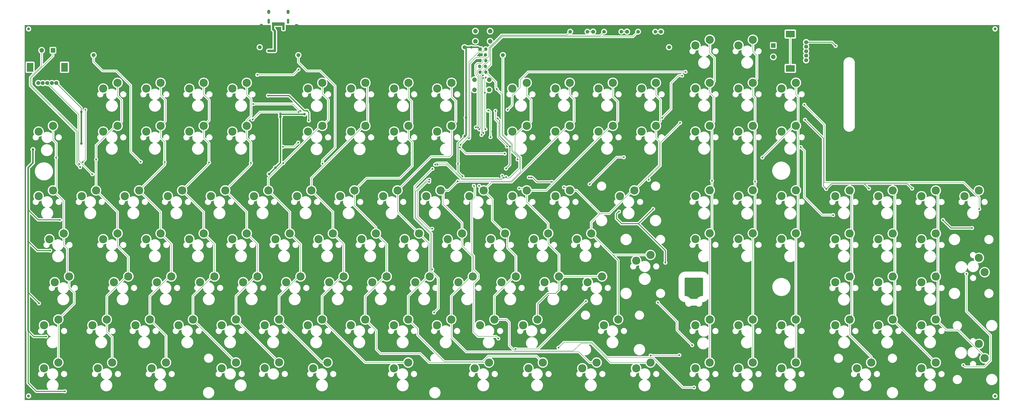
<source format=gtl>
G04 #@! TF.GenerationSoftware,KiCad,Pcbnew,(6.0.0-rc1-458-g78ff9a857a)*
G04 #@! TF.CreationDate,2022-12-04T21:38:42+01:00*
G04 #@! TF.ProjectId,berlin,6265726c-696e-42e6-9b69-6361645f7063,rev?*
G04 #@! TF.SameCoordinates,Original*
G04 #@! TF.FileFunction,Copper,L1,Top*
G04 #@! TF.FilePolarity,Positive*
%FSLAX46Y46*%
G04 Gerber Fmt 4.6, Leading zero omitted, Abs format (unit mm)*
G04 Created by KiCad (PCBNEW (6.0.0-rc1-458-g78ff9a857a)) date 2022-12-04 21:38:42*
%MOMM*%
%LPD*%
G01*
G04 APERTURE LIST*
G04 Aperture macros list*
%AMRoundRect*
0 Rectangle with rounded corners*
0 $1 Rounding radius*
0 $2 $3 $4 $5 $6 $7 $8 $9 X,Y pos of 4 corners*
0 Add a 4 corners polygon primitive as box body*
4,1,4,$2,$3,$4,$5,$6,$7,$8,$9,$2,$3,0*
0 Add four circle primitives for the rounded corners*
1,1,$1+$1,$2,$3*
1,1,$1+$1,$4,$5*
1,1,$1+$1,$6,$7*
1,1,$1+$1,$8,$9*
0 Add four rect primitives between the rounded corners*
20,1,$1+$1,$2,$3,$4,$5,0*
20,1,$1+$1,$4,$5,$6,$7,0*
20,1,$1+$1,$6,$7,$8,$9,0*
20,1,$1+$1,$8,$9,$2,$3,0*%
G04 Aperture macros list end*
G04 #@! TA.AperFunction,ComponentPad*
%ADD10C,1.778000*%
G04 #@! TD*
G04 #@! TA.AperFunction,ComponentPad*
%ADD11RoundRect,0.177800X-0.711200X-0.711200X0.711200X-0.711200X0.711200X0.711200X-0.711200X0.711200X0*%
G04 #@! TD*
G04 #@! TA.AperFunction,ComponentPad*
%ADD12C,1.800000*%
G04 #@! TD*
G04 #@! TA.AperFunction,ComponentPad*
%ADD13R,2.000000X2.000000*%
G04 #@! TD*
G04 #@! TA.AperFunction,ComponentPad*
%ADD14C,2.000000*%
G04 #@! TD*
G04 #@! TA.AperFunction,ComponentPad*
%ADD15R,4.000000X3.000000*%
G04 #@! TD*
G04 #@! TA.AperFunction,ComponentPad*
%ADD16R,3.000000X4.000000*%
G04 #@! TD*
G04 #@! TA.AperFunction,WasherPad*
%ADD17C,1.300000*%
G04 #@! TD*
G04 #@! TA.AperFunction,ComponentPad*
%ADD18R,1.750000X1.750000*%
G04 #@! TD*
G04 #@! TA.AperFunction,ComponentPad*
%ADD19C,1.750000*%
G04 #@! TD*
G04 #@! TA.AperFunction,ComponentPad*
%ADD20C,2.700000*%
G04 #@! TD*
G04 #@! TA.AperFunction,ComponentPad*
%ADD21C,0.800000*%
G04 #@! TD*
G04 #@! TA.AperFunction,ComponentPad*
%ADD22C,7.000000*%
G04 #@! TD*
G04 #@! TA.AperFunction,ComponentPad*
%ADD23R,1.524000X1.524000*%
G04 #@! TD*
G04 #@! TA.AperFunction,ComponentPad*
%ADD24O,1.524000X1.524000*%
G04 #@! TD*
G04 #@! TA.AperFunction,ComponentPad*
%ADD25C,3.600000*%
G04 #@! TD*
G04 #@! TA.AperFunction,ComponentPad*
%ADD26O,1.100000X2.200000*%
G04 #@! TD*
G04 #@! TA.AperFunction,ComponentPad*
%ADD27O,1.300000X1.900000*%
G04 #@! TD*
G04 #@! TA.AperFunction,ComponentPad*
%ADD28C,1.600000*%
G04 #@! TD*
G04 #@! TA.AperFunction,ComponentPad*
%ADD29O,1.600000X1.600000*%
G04 #@! TD*
G04 #@! TA.AperFunction,ViaPad*
%ADD30C,0.800000*%
G04 #@! TD*
G04 #@! TA.AperFunction,ViaPad*
%ADD31C,1.000000*%
G04 #@! TD*
G04 #@! TA.AperFunction,ViaPad*
%ADD32C,1.200000*%
G04 #@! TD*
G04 #@! TA.AperFunction,Conductor*
%ADD33C,0.200000*%
G04 #@! TD*
G04 #@! TA.AperFunction,Conductor*
%ADD34C,1.000000*%
G04 #@! TD*
G04 #@! TA.AperFunction,Conductor*
%ADD35C,0.250000*%
G04 #@! TD*
G04 #@! TA.AperFunction,Conductor*
%ADD36C,0.700000*%
G04 #@! TD*
G04 #@! TA.AperFunction,Conductor*
%ADD37C,0.300000*%
G04 #@! TD*
G04 #@! TA.AperFunction,Conductor*
%ADD38C,0.600000*%
G04 #@! TD*
G04 #@! TA.AperFunction,Conductor*
%ADD39C,0.400000*%
G04 #@! TD*
G04 #@! TA.AperFunction,Conductor*
%ADD40C,0.500000*%
G04 #@! TD*
G04 APERTURE END LIST*
D10*
X297730000Y-61200000D03*
D11*
X300270000Y-61200000D03*
D12*
X376947000Y-65850000D03*
D13*
X362447000Y-67350000D03*
D14*
X362447000Y-72350000D03*
D12*
X376947000Y-67850000D03*
D14*
X362447000Y-69850000D03*
D12*
X376947000Y-71850000D03*
D15*
X369947000Y-62250000D03*
X369947000Y-77450000D03*
D12*
X376947000Y-73850000D03*
X376947000Y-69850000D03*
X45275000Y-83958000D03*
D13*
X43775000Y-69458000D03*
D12*
X43275000Y-83958000D03*
D14*
X38775000Y-69458000D03*
X41275000Y-69458000D03*
D12*
X39275000Y-83958000D03*
D16*
X48875000Y-76958000D03*
X33675000Y-76958000D03*
D12*
X37275000Y-83958000D03*
X41275000Y-83958000D03*
D17*
X33000000Y-60000000D03*
D18*
X61746250Y-68100000D03*
D19*
X61746250Y-71600000D03*
X135246250Y-68100000D03*
D20*
X131096250Y-74050000D03*
X65896250Y-74050000D03*
X67096250Y-65650000D03*
X129896250Y-65650000D03*
D10*
X312730000Y-61200000D03*
D11*
X315270000Y-61200000D03*
D10*
X282730000Y-61200000D03*
D11*
X285270000Y-61200000D03*
D21*
X329156155Y-172343845D03*
X327300000Y-176825000D03*
X329925000Y-174200000D03*
X325443845Y-176056155D03*
X325443845Y-172343845D03*
X327300000Y-171575000D03*
X329156155Y-176056155D03*
X324675000Y-174200000D03*
D22*
X327300000Y-174200000D03*
D17*
X460500000Y-222500000D03*
D14*
X230650000Y-60950000D03*
X237150000Y-60950000D03*
X237150000Y-65450000D03*
X230650000Y-65450000D03*
D23*
X232693500Y-68920000D03*
D24*
X235233500Y-68920000D03*
X232566500Y-71460000D03*
X235106500Y-71460000D03*
X232693500Y-74000000D03*
X235233500Y-74000000D03*
X232566500Y-76540000D03*
X235106500Y-76540000D03*
X232693500Y-79080000D03*
X235233500Y-79080000D03*
D17*
X33000000Y-222500000D03*
D18*
X242816500Y-68100000D03*
D19*
X242816500Y-71600000D03*
X316316500Y-68100000D03*
D20*
X310966500Y-65650000D03*
X312166500Y-74050000D03*
X246966500Y-74050000D03*
X248166500Y-65650000D03*
D18*
X152329000Y-68100000D03*
D19*
X152329000Y-71600000D03*
X225829000Y-68100000D03*
D20*
X221679000Y-74050000D03*
X156479000Y-74050000D03*
X157679000Y-65650000D03*
X220479000Y-65650000D03*
D17*
X460500000Y-60000000D03*
D25*
X166020750Y-172116750D03*
X172370750Y-169576750D03*
X281908250Y-150526750D03*
X275558250Y-153066750D03*
X143795750Y-188626750D03*
X137445750Y-191166750D03*
X272383250Y-102901750D03*
X266033250Y-105441750D03*
X389858250Y-191198500D03*
X396208250Y-188658500D03*
X353345750Y-188658500D03*
X346995750Y-191198500D03*
X170783250Y-134016750D03*
X177133250Y-131476750D03*
X139033250Y-131476750D03*
X132683250Y-134016750D03*
X347027500Y-153035000D03*
X353377500Y-150495000D03*
X110458250Y-83851750D03*
X104108250Y-86391750D03*
X246983410Y-86391750D03*
X253333410Y-83851750D03*
X455898250Y-167703500D03*
X453358250Y-161353500D03*
X291433250Y-83851750D03*
X285083250Y-86391750D03*
X123160000Y-105440000D03*
X129510000Y-102900000D03*
X427958250Y-172148500D03*
X434308250Y-169608500D03*
X334327500Y-64770000D03*
X327977500Y-67310000D03*
X158083250Y-131476750D03*
X151733250Y-134016750D03*
X334327500Y-131445000D03*
X327977500Y-133985000D03*
X129508250Y-150526750D03*
X123158250Y-153066750D03*
X260477000Y-207676750D03*
X254127000Y-210216750D03*
X61245750Y-191166750D03*
X67595750Y-188626750D03*
X262858250Y-150526750D03*
X256508250Y-153066750D03*
X118390000Y-210210000D03*
X124740000Y-207670000D03*
X127920750Y-172116750D03*
X134270750Y-169576750D03*
X180308250Y-153066750D03*
X186658250Y-150526750D03*
X156495750Y-191166750D03*
X162845750Y-188626750D03*
D14*
X230250000Y-82450000D03*
X236750000Y-82450000D03*
X230250000Y-86950000D03*
X236750000Y-86950000D03*
D25*
X258095750Y-188626750D03*
X251745750Y-191166750D03*
X310483250Y-83851750D03*
X304133250Y-86391750D03*
X366077500Y-105410000D03*
X372427500Y-102870000D03*
D26*
X139210000Y-56597500D03*
D27*
X147810000Y-52397500D03*
X139210000Y-52397500D03*
D26*
X147810000Y-56597500D03*
D25*
X285083250Y-105441750D03*
X291433250Y-102901750D03*
X66008250Y-105441750D03*
X72358250Y-102901750D03*
X69977000Y-207676750D03*
X63627000Y-210216750D03*
X237458250Y-153066750D03*
X243808250Y-150526750D03*
X286670750Y-169576750D03*
X280320750Y-172116750D03*
X455898250Y-205803500D03*
X453358250Y-199453500D03*
X327950000Y-191200000D03*
X334300000Y-188660000D03*
X153320750Y-169576750D03*
X146970750Y-172116750D03*
X248570750Y-169576750D03*
X242220750Y-172116750D03*
X408908250Y-191198500D03*
X415258250Y-188658500D03*
X300958250Y-131476750D03*
X294608250Y-134016750D03*
X213741000Y-86391750D03*
X220091000Y-83851750D03*
X85058250Y-105441750D03*
X91408250Y-102901750D03*
X50927000Y-169576750D03*
X44577000Y-172116750D03*
X415258250Y-131508500D03*
X408908250Y-134048500D03*
X158877000Y-210216750D03*
X165227000Y-207676750D03*
X42195750Y-153066750D03*
X48545750Y-150526750D03*
X119983250Y-131476750D03*
X113633250Y-134016750D03*
X199358250Y-153066750D03*
X205708250Y-150526750D03*
X181991106Y-83851750D03*
X175641106Y-86391750D03*
X46164500Y-188626750D03*
X39814500Y-191166750D03*
X104108250Y-153066750D03*
X110458250Y-150526750D03*
X246983250Y-105441750D03*
X253333250Y-102901750D03*
X427958250Y-134048500D03*
X434308250Y-131508500D03*
X162941090Y-83851750D03*
X156591090Y-86391750D03*
X353377500Y-102870000D03*
X347027500Y-105410000D03*
X227933250Y-134016750D03*
X234283250Y-131476750D03*
X194590000Y-210210000D03*
X200940000Y-207670000D03*
X89820750Y-172116750D03*
X96170750Y-169576750D03*
X396208250Y-169608500D03*
X389858250Y-172148500D03*
X208883250Y-134016750D03*
X215233250Y-131476750D03*
X72358250Y-83851750D03*
X66008250Y-86391750D03*
X308102000Y-160051750D03*
X301752000Y-162591750D03*
X239045750Y-188626750D03*
X232695750Y-191166750D03*
D28*
X272600000Y-61200000D03*
D29*
X280220000Y-61200000D03*
D25*
X43783250Y-102901750D03*
X37433250Y-105441750D03*
X143800000Y-207660000D03*
X137450000Y-210200000D03*
X213645750Y-191166750D03*
X219995750Y-188626750D03*
X185065000Y-172135000D03*
X191415000Y-169595000D03*
X389858250Y-134048500D03*
X396208250Y-131508500D03*
X194691000Y-105441750D03*
X201041000Y-102901750D03*
X167608250Y-150526750D03*
X161258250Y-153066750D03*
X142208250Y-153066750D03*
X148558250Y-150526750D03*
X87439500Y-210216750D03*
X93789500Y-207676750D03*
X415258250Y-150558500D03*
X408908250Y-153098500D03*
X229520750Y-169576750D03*
X223170750Y-172116750D03*
X272383250Y-83851750D03*
X266033250Y-86391750D03*
D28*
X287600000Y-61200000D03*
D29*
X295220000Y-61200000D03*
D25*
X353377500Y-131445000D03*
X347027500Y-133985000D03*
X372427500Y-83820000D03*
X366077500Y-86360000D03*
X334327500Y-83820000D03*
X327977500Y-86360000D03*
X218408250Y-153066750D03*
X224758250Y-150526750D03*
X415258250Y-169608500D03*
X408908250Y-172148500D03*
X277939500Y-210216750D03*
X284289500Y-207676750D03*
X220091000Y-102901750D03*
X213741000Y-105441750D03*
X453358250Y-131508500D03*
X447008250Y-134048500D03*
X46164500Y-207676750D03*
X39814500Y-210216750D03*
X266033250Y-134016750D03*
X272383250Y-131476750D03*
X304133250Y-105441750D03*
X310483250Y-102901750D03*
X175641000Y-105441750D03*
X181991000Y-102901750D03*
X308102000Y-207676750D03*
X301752000Y-210216750D03*
X72358250Y-150526750D03*
X66008250Y-153066750D03*
X43783250Y-131476750D03*
X37433250Y-134016750D03*
X194595750Y-191166750D03*
X200945750Y-188626750D03*
X56483250Y-134016750D03*
X62833250Y-131476750D03*
X372395750Y-207708500D03*
X366045750Y-210248500D03*
D28*
X302600000Y-61200000D03*
D29*
X310220000Y-61200000D03*
D25*
X372390000Y-188645000D03*
X366040000Y-191185000D03*
X118395750Y-191166750D03*
X124745750Y-188626750D03*
X162941000Y-102901750D03*
X156591000Y-105441750D03*
X110458250Y-102901750D03*
X104108250Y-105441750D03*
X389858250Y-153098500D03*
X396208250Y-150558500D03*
X253333250Y-131476750D03*
X246983250Y-134016750D03*
X75533250Y-134016750D03*
X81883250Y-131476750D03*
X85058250Y-153066750D03*
X91408250Y-150526750D03*
X334295750Y-207708500D03*
X327945750Y-210248500D03*
X267620750Y-169576750D03*
X261270750Y-172116750D03*
X434308250Y-188658500D03*
X427958250Y-191198500D03*
X230314500Y-210216750D03*
X236664500Y-207676750D03*
X123158250Y-86391750D03*
X129508250Y-83851750D03*
X85058250Y-86391750D03*
X91408250Y-83851750D03*
X372427500Y-131445000D03*
X366077500Y-133985000D03*
X86645750Y-188626750D03*
X80295750Y-191166750D03*
X175545750Y-191166750D03*
X181895750Y-188626750D03*
X77120750Y-169576750D03*
X70770750Y-172116750D03*
X427958250Y-153098500D03*
X434308250Y-150558500D03*
X405733250Y-207708500D03*
X399383250Y-210248500D03*
X115220750Y-169576750D03*
X108870750Y-172116750D03*
X293814500Y-188626750D03*
X287464500Y-191166750D03*
X372427500Y-150495000D03*
X366077500Y-153035000D03*
X201041000Y-83851750D03*
X194691000Y-86391750D03*
X210470750Y-169576750D03*
X204120750Y-172116750D03*
X427958250Y-210248500D03*
X434308250Y-207708500D03*
X334327500Y-102870000D03*
X327977500Y-105410000D03*
X353345750Y-207708500D03*
X346995750Y-210248500D03*
X196183250Y-131476750D03*
X189833250Y-134016750D03*
X99345750Y-191166750D03*
X105695750Y-188626750D03*
X334327500Y-150495000D03*
X327977500Y-153035000D03*
X347027500Y-86360000D03*
X353377500Y-83820000D03*
X94583250Y-134016750D03*
X100933250Y-131476750D03*
X347027500Y-67310000D03*
X353377500Y-64770000D03*
D30*
X232400000Y-104450000D03*
X234050000Y-81700000D03*
X374540000Y-112310000D03*
X234000000Y-80500000D03*
X55800000Y-121200000D03*
X376160000Y-93550000D03*
X145500000Y-112200000D03*
X327352500Y-218717500D03*
X279530000Y-180540000D03*
X55400000Y-119800000D03*
X281200000Y-128700000D03*
X132350000Y-93200000D03*
X267410000Y-201080000D03*
X326550000Y-200000000D03*
X153247576Y-96270265D03*
X233350000Y-106900000D03*
X453500000Y-139700000D03*
X58100000Y-95800000D03*
X447830000Y-168410000D03*
X243600000Y-115200000D03*
X248400000Y-201720000D03*
X234100000Y-106050000D03*
X230850000Y-103601250D03*
X56900000Y-119000000D03*
X152250000Y-110300000D03*
X388900000Y-142400000D03*
X231805378Y-103694622D03*
X296300000Y-116800000D03*
X446480000Y-208830000D03*
X311350000Y-181100000D03*
X223750000Y-112450000D03*
X245872000Y-121666000D03*
X289180000Y-180850000D03*
X271526000Y-150368000D03*
X230000000Y-94250000D03*
X237750000Y-94150000D03*
X37350000Y-139730000D03*
X207264000Y-107188000D03*
X145800000Y-82900000D03*
X375050000Y-199600000D03*
X53400000Y-79300000D03*
X240210000Y-111580000D03*
X57400000Y-123900000D03*
X224800000Y-94250000D03*
X228440000Y-111580000D03*
X164330000Y-114930000D03*
X255100000Y-114660000D03*
X133400000Y-96140000D03*
X379020000Y-119470000D03*
X274260000Y-114650000D03*
X259588000Y-91059000D03*
X261874000Y-139065000D03*
X336100000Y-200200000D03*
X226441000Y-139827000D03*
X320548000Y-149733000D03*
X141100000Y-95000000D03*
X237750000Y-95100000D03*
X292890000Y-158740000D03*
X228440000Y-123370000D03*
X188214000Y-107188000D03*
X240210000Y-123370000D03*
X145550000Y-110150000D03*
X238125000Y-105410000D03*
X245450000Y-92850000D03*
X241400000Y-125600000D03*
X294890000Y-161740000D03*
X183500000Y-114940000D03*
X285496000Y-199263000D03*
X379300000Y-68400000D03*
X244250000Y-92850000D03*
X140589000Y-95885000D03*
X426590000Y-140630000D03*
X201820000Y-114920000D03*
X224028000Y-106871500D03*
X290890000Y-161740000D03*
X228150000Y-128350000D03*
X379020000Y-118020000D03*
X145800000Y-83900000D03*
X145700000Y-116032500D03*
X380050000Y-67500000D03*
X132710000Y-97830000D03*
X221790000Y-113910000D03*
X261590000Y-200070000D03*
X292820000Y-114710000D03*
X288200000Y-181700000D03*
D31*
X283845000Y-120777000D03*
D30*
X145846800Y-60114600D03*
X139039600Y-69697600D03*
X140970000Y-69697600D03*
X141147800Y-60121800D03*
X141147800Y-59221800D03*
X145846800Y-59214600D03*
X140004800Y-69697600D03*
X141935200Y-69697600D03*
X234800000Y-88250000D03*
X134200000Y-80300000D03*
X235244622Y-81494622D03*
X152400000Y-78000000D03*
X235100000Y-104400000D03*
X45200000Y-117000000D03*
X62900000Y-117800000D03*
X313308000Y-99315000D03*
X152400000Y-96800000D03*
X322072000Y-80670400D03*
X132080000Y-100076000D03*
X404773400Y-130658600D03*
X376450000Y-100190000D03*
X385826000Y-130810000D03*
X321208400Y-101574600D03*
X307300000Y-126800000D03*
X423823400Y-130658600D03*
X210179997Y-127691237D03*
X211530000Y-148480000D03*
X211569769Y-166497000D03*
X210246991Y-126693982D03*
X229980000Y-129440000D03*
X308170000Y-204610000D03*
X240770000Y-197040000D03*
X320860000Y-204400000D03*
X93218000Y-118950000D03*
X112800000Y-119150000D03*
X131350000Y-119350000D03*
X145650000Y-119400000D03*
X222821505Y-127405673D03*
X232300000Y-129476500D03*
X250012200Y-130581400D03*
X269824200Y-130059700D03*
X335300000Y-127200000D03*
X354400000Y-127500000D03*
X357593872Y-116923872D03*
X240100000Y-86600000D03*
X249300500Y-117775501D03*
X227803378Y-108396622D03*
X224026218Y-111273782D03*
X222977189Y-119650000D03*
X240400000Y-99600000D03*
D32*
X228900000Y-68100000D03*
X225950000Y-107500000D03*
D30*
X254310000Y-125720000D03*
X264475000Y-127665000D03*
X244200000Y-121800000D03*
X245900980Y-112000000D03*
X224945464Y-125250464D03*
D32*
X226500000Y-99250000D03*
X144400000Y-97727500D03*
X144400000Y-98900000D03*
X139400000Y-124200000D03*
X155030000Y-97690000D03*
D30*
X255300000Y-125720000D03*
D32*
X142200000Y-121400000D03*
D30*
X237340000Y-107900000D03*
X236300000Y-96150000D03*
X42545000Y-158115000D03*
D32*
X56300000Y-96750000D03*
D30*
X49047000Y-220447000D03*
D32*
X34925000Y-113411000D03*
D30*
X156200000Y-96200000D03*
X309245000Y-139700000D03*
X294132000Y-140843000D03*
X314680000Y-163470000D03*
X138900000Y-89500000D03*
X34925000Y-119126000D03*
X390000000Y-67500000D03*
D32*
X56311000Y-110700000D03*
D30*
X156960000Y-100540000D03*
X437460000Y-144540000D03*
X450320000Y-148130000D03*
X37592000Y-181483000D03*
X46880000Y-144540000D03*
X40738021Y-196161979D03*
X82600000Y-118800000D03*
X212850000Y-120039020D03*
X242500020Y-124968364D03*
X213850000Y-120039031D03*
X243200000Y-125800000D03*
X163050000Y-119639500D03*
X244200000Y-125600000D03*
X211650000Y-121900500D03*
X212368400Y-185548000D03*
X61200000Y-124300000D03*
X239522000Y-96266000D03*
X244602000Y-112014000D03*
X244856000Y-95758000D03*
X323596000Y-78994000D03*
D33*
X279530000Y-180540000D02*
X279460000Y-180540000D01*
X152250000Y-110300000D02*
X150350000Y-112200000D01*
X236600000Y-72150000D02*
X235950000Y-72800000D01*
X385000000Y-128000000D02*
X446700000Y-128000000D01*
X455730000Y-209600000D02*
X458530000Y-206800000D01*
X236600000Y-68300000D02*
X236600000Y-72150000D01*
X54200000Y-119600000D02*
X54200000Y-105550000D01*
X54200000Y-105550000D02*
X33750481Y-85100481D01*
X54700000Y-105450000D02*
X34150000Y-84900000D01*
X237450000Y-68450000D02*
X242450000Y-63450000D01*
X279460000Y-180540000D02*
X258270000Y-201730000D01*
X231805378Y-103694622D02*
X232300000Y-103200000D01*
X234800000Y-72800000D02*
X234000000Y-73600000D01*
X234000000Y-79450000D02*
X234000000Y-78600000D01*
X55800000Y-121200000D02*
X54200000Y-119600000D01*
X152970265Y-96270265D02*
X153247576Y-96270265D01*
X280220000Y-61200000D02*
X282730000Y-61200000D01*
X235600000Y-75250000D02*
X237050000Y-73800000D01*
X231500000Y-75250000D02*
X230800000Y-75950000D01*
X322357500Y-218717500D02*
X309090000Y-205450000D01*
X233900000Y-76000000D02*
X234650000Y-75250000D01*
X231800000Y-81150000D02*
X231800000Y-102651250D01*
X34150000Y-81600000D02*
X43775000Y-71975000D01*
X234050000Y-81700000D02*
X233800000Y-81950000D01*
X233150000Y-77800000D02*
X233900000Y-77050000D01*
X327352500Y-218717500D02*
X322357500Y-218717500D01*
X234000000Y-78600000D02*
X234800000Y-77800000D01*
X258270000Y-201730000D02*
X248410000Y-201730000D01*
X281200000Y-128700000D02*
X293100000Y-116800000D01*
X458530000Y-206800000D02*
X458530000Y-195700000D01*
X310220000Y-61200000D02*
X312730000Y-61200000D01*
X34150000Y-84900000D02*
X34150000Y-81600000D01*
X54700000Y-119100000D02*
X54700000Y-105450000D01*
X58100000Y-117800000D02*
X58100000Y-95800000D01*
X309090000Y-205450000D02*
X288819006Y-205450000D01*
X233900000Y-77050000D02*
X233900000Y-76000000D01*
X248410000Y-201730000D02*
X248400000Y-201720000D01*
X376200000Y-134500000D02*
X384100000Y-142400000D01*
X232300000Y-80600000D02*
X231550000Y-79850000D01*
X233350000Y-81150000D02*
X233350000Y-106900000D01*
X295220000Y-61200000D02*
X297730000Y-61200000D01*
X234800000Y-77800000D02*
X235450000Y-77800000D01*
X242350000Y-63050000D02*
X285750000Y-63050000D01*
X132350000Y-93200000D02*
X149900000Y-93200000D01*
X233250000Y-75250000D02*
X231500000Y-75250000D01*
X447830000Y-185000000D02*
X447830000Y-168410000D01*
X232850000Y-80600000D02*
X234000000Y-79450000D01*
X43775000Y-71975000D02*
X43775000Y-69458000D01*
X56900000Y-119000000D02*
X58100000Y-117800000D01*
X234650000Y-75250000D02*
X235600000Y-75250000D01*
X376160000Y-93560000D02*
X385000000Y-102400000D01*
X269753519Y-198736481D02*
X267410000Y-201080000D01*
X150350000Y-112200000D02*
X145500000Y-112200000D01*
X242250000Y-62650000D02*
X236600000Y-68300000D01*
X319850000Y-193350000D02*
X319850000Y-189600000D01*
X237050000Y-68350000D02*
X242350000Y-63050000D01*
X369947000Y-77450000D02*
X369947000Y-62250000D01*
X232300000Y-103200000D02*
X232300000Y-80600000D01*
X237450000Y-75800000D02*
X237450000Y-68450000D01*
X376200000Y-113970000D02*
X376200000Y-134500000D01*
X326550000Y-200000000D02*
X326500000Y-200000000D01*
X285750000Y-63050000D02*
X287600000Y-61200000D01*
X230800000Y-75950000D02*
X230800000Y-80150000D01*
X55400000Y-119800000D02*
X54700000Y-119100000D01*
X33750481Y-81434513D02*
X38775000Y-76409994D01*
X232400000Y-104450000D02*
X232850000Y-104000000D01*
X288819006Y-205450000D02*
X282105487Y-198736481D01*
X232250000Y-77800000D02*
X233150000Y-77800000D01*
X231550000Y-78500000D02*
X232250000Y-77800000D01*
X237050000Y-73800000D02*
X237050000Y-68350000D01*
X447250000Y-209600000D02*
X455730000Y-209600000D01*
X282105487Y-198736481D02*
X269753519Y-198736481D01*
X319850000Y-189600000D02*
X311350000Y-181100000D01*
X233800000Y-105750000D02*
X234100000Y-106050000D01*
X271150000Y-62650000D02*
X242250000Y-62650000D01*
X230800000Y-80150000D02*
X231800000Y-81150000D01*
X234000000Y-73600000D02*
X234000000Y-74500000D01*
X233800000Y-81950000D02*
X233800000Y-105750000D01*
X232850000Y-104000000D02*
X232850000Y-80600000D01*
X231800000Y-102651250D02*
X230850000Y-103601250D01*
X374540000Y-112310000D02*
X376200000Y-113970000D01*
X384100000Y-142400000D02*
X388900000Y-142400000D01*
X376160000Y-93550000D02*
X376160000Y-93560000D01*
X234000000Y-74500000D02*
X233250000Y-75250000D01*
X234000000Y-80500000D02*
X233350000Y-81150000D01*
X293100000Y-116800000D02*
X296300000Y-116800000D01*
X226500000Y-115200000D02*
X223750000Y-112450000D01*
X446700000Y-128000000D02*
X453500000Y-134800000D01*
X231550000Y-79850000D02*
X231550000Y-78500000D01*
X243600000Y-115200000D02*
X226500000Y-115200000D01*
X446480000Y-208830000D02*
X447250000Y-209600000D01*
X300350000Y-63450000D02*
X302600000Y-61200000D01*
X242450000Y-63450000D02*
X300350000Y-63450000D01*
X272600000Y-61200000D02*
X271150000Y-62650000D01*
X235950000Y-72800000D02*
X234800000Y-72800000D01*
X385000000Y-102400000D02*
X385000000Y-128000000D01*
X149900000Y-93200000D02*
X152970265Y-96270265D01*
X458530000Y-195700000D02*
X447830000Y-185000000D01*
X38775000Y-76409994D02*
X38775000Y-69458000D01*
X326500000Y-200000000D02*
X319850000Y-193350000D01*
X33750481Y-85100481D02*
X33750481Y-81434513D01*
X453500000Y-134800000D02*
X453500000Y-139700000D01*
X235450000Y-77800000D02*
X237450000Y-75800000D01*
D34*
X140004800Y-69697600D02*
X139039600Y-69697600D01*
X141147800Y-60121800D02*
X141935200Y-60909200D01*
X140970000Y-69697600D02*
X141935200Y-69697600D01*
X141935200Y-60909200D02*
X141935200Y-69697600D01*
X140970000Y-69697600D02*
X140004800Y-69697600D01*
D33*
X134200000Y-80300000D02*
X149400000Y-80300000D01*
X150100000Y-80300000D02*
X152400000Y-78000000D01*
X149400000Y-80300000D02*
X149700000Y-80300000D01*
X234800000Y-81939244D02*
X234800000Y-88250000D01*
X234800000Y-88250000D02*
X234800000Y-104100000D01*
X235244622Y-81494622D02*
X234800000Y-81939244D01*
X234800000Y-104100000D02*
X235100000Y-104400000D01*
X149700000Y-80300000D02*
X150100000Y-80300000D01*
X48545750Y-155606750D02*
X48545750Y-150526750D01*
X50927000Y-174498000D02*
X50927000Y-169576750D01*
X45212000Y-116840000D02*
X45212000Y-110490000D01*
X50134839Y-157195839D02*
X48545750Y-155606750D01*
X46164500Y-207676750D02*
X46164500Y-188626750D01*
X50134839Y-168784589D02*
X50134839Y-157195839D01*
X43783250Y-109061250D02*
X43783250Y-102901750D01*
X45212000Y-130048000D02*
X45212000Y-116840000D01*
X43783250Y-131476750D02*
X45212000Y-130048000D01*
X53213000Y-181578250D02*
X53213000Y-176784000D01*
X50927000Y-169576750D02*
X50134839Y-168784589D01*
X46164500Y-188626750D02*
X53213000Y-181578250D01*
X43783250Y-131476750D02*
X48545750Y-136239250D01*
X48545750Y-136239250D02*
X48545750Y-150526750D01*
X53213000Y-176784000D02*
X50927000Y-174498000D01*
X45212000Y-110490000D02*
X43783250Y-109061250D01*
X62833250Y-131476750D02*
X62833250Y-117866750D01*
X72358250Y-150526750D02*
X72358250Y-156178250D01*
X62900000Y-117800000D02*
X62833250Y-117733250D01*
X72358250Y-83851750D02*
X72358250Y-89630250D01*
X72358250Y-150526750D02*
X72358250Y-141001750D01*
X72358250Y-102901750D02*
X74168000Y-101092000D01*
X77120750Y-160940750D02*
X77120750Y-169576750D01*
X69977000Y-196469000D02*
X69977000Y-207676750D01*
X67595750Y-194087750D02*
X69977000Y-196469000D01*
X76326579Y-169576750D02*
X67595750Y-178307579D01*
X67595750Y-188626750D02*
X67595750Y-194087750D01*
X74168000Y-101092000D02*
X74168000Y-91440000D01*
X72358250Y-141001750D02*
X62833250Y-131476750D01*
X62833250Y-117733250D02*
X62833250Y-111590060D01*
X62833250Y-117866750D02*
X62900000Y-117800000D01*
X71521560Y-102901750D02*
X72358250Y-102901750D01*
X62833250Y-111590060D02*
X71521560Y-102901750D01*
X72358250Y-89630250D02*
X74168000Y-91440000D01*
X67595750Y-178307579D02*
X67595750Y-188626750D01*
X72358250Y-156178250D02*
X77120750Y-160940750D01*
X77120750Y-169576750D02*
X76326579Y-169576750D01*
X317195200Y-83947000D02*
X317195200Y-95427800D01*
X320471800Y-80670400D02*
X317195200Y-83947000D01*
X322072000Y-80670400D02*
X320471800Y-80670400D01*
X135356000Y-96800000D02*
X132080000Y-100076000D01*
X317195200Y-95427800D02*
X313308000Y-99315000D01*
X152400000Y-96800000D02*
X135356000Y-96800000D01*
X312438520Y-110395280D02*
X321208400Y-101625400D01*
D35*
X402539800Y-128425000D02*
X403400800Y-129286000D01*
X402539800Y-128425000D02*
X421589800Y-128425000D01*
D33*
X307300000Y-126800000D02*
X307300000Y-125700006D01*
X307300000Y-125700006D02*
X312438519Y-120561487D01*
D35*
X384556000Y-129540000D02*
X385826000Y-130810000D01*
X421589800Y-128425000D02*
X423823400Y-130658600D01*
D33*
X321208400Y-101625400D02*
X321208400Y-101574600D01*
D35*
X385826000Y-130810000D02*
X388211000Y-128425000D01*
X403400800Y-129286000D02*
X404773400Y-130658600D01*
D33*
X312438519Y-120561487D02*
X312438520Y-110395280D01*
D35*
X376450000Y-100190000D02*
X376450000Y-100250400D01*
X384556000Y-108356400D02*
X384556000Y-129540000D01*
X388211000Y-128425000D02*
X402539800Y-128425000D01*
X376450000Y-100250400D02*
X384556000Y-108356400D01*
D33*
X204978000Y-143078000D02*
X210380000Y-148480000D01*
X204978000Y-131775200D02*
X204978000Y-143078000D01*
X210179997Y-127691237D02*
X209061963Y-127691237D01*
X210380000Y-148480000D02*
X211530000Y-148480000D01*
X209061963Y-127691237D02*
X204978000Y-131775200D01*
X204285320Y-131902874D02*
X204285320Y-143522314D01*
X204285320Y-143522314D02*
X211269789Y-150506783D01*
X211269789Y-166197020D02*
X211569769Y-166497000D01*
X209494212Y-126693982D02*
X204285320Y-131902874D01*
X211269789Y-150506783D02*
X211269789Y-166197020D01*
X210246991Y-126693982D02*
X209494212Y-126693982D01*
X230440000Y-134479158D02*
X229020000Y-135899158D01*
X229920270Y-166590270D02*
X231930000Y-168600000D01*
X320662000Y-204598000D02*
X320860000Y-204400000D01*
X229920270Y-160521264D02*
X229920270Y-166590270D01*
X231770000Y-196140000D02*
X239870000Y-196140000D01*
X308182000Y-204598000D02*
X320662000Y-204598000D01*
X229980000Y-129440000D02*
X230440000Y-129900000D01*
X239870000Y-196140000D02*
X240770000Y-197040000D01*
X230440000Y-129900000D02*
X230440000Y-134479158D01*
X231930000Y-168600000D02*
X231930000Y-170540000D01*
X229920000Y-194290000D02*
X231770000Y-196140000D01*
X229020000Y-135899158D02*
X229020000Y-159620994D01*
X229920000Y-172550000D02*
X229920000Y-194290000D01*
X231930000Y-170540000D02*
X229920000Y-172550000D01*
X308170000Y-204610000D02*
X308182000Y-204598000D01*
X229020000Y-159620994D02*
X229920270Y-160521264D01*
X91408250Y-83851750D02*
X91408250Y-89376250D01*
X93218000Y-118950000D02*
X93218000Y-120142000D01*
X86645750Y-178304250D02*
X86645750Y-188626750D01*
X96170750Y-169576750D02*
X95373250Y-169576750D01*
X93789500Y-195770500D02*
X86645750Y-188626750D01*
X91408250Y-108172250D02*
X91408250Y-102901750D01*
X93218000Y-109982000D02*
X91408250Y-108172250D01*
X91408250Y-102901750D02*
X93472000Y-100838000D01*
X96170750Y-169576750D02*
X96170750Y-155289250D01*
X93789500Y-207676750D02*
X93789500Y-195770500D01*
X91408250Y-89376250D02*
X93472000Y-91440000D01*
X93472000Y-100838000D02*
X93472000Y-91440000D01*
X93218000Y-120142000D02*
X81883250Y-131476750D01*
X81883250Y-131476750D02*
X91408250Y-141001750D01*
X91408250Y-141001750D02*
X91408250Y-150526750D01*
X96170750Y-155289250D02*
X91408250Y-150526750D01*
X95373250Y-169576750D02*
X86645750Y-178304250D01*
X93218000Y-118950000D02*
X93218000Y-109982000D01*
X112800000Y-119150000D02*
X112776000Y-119174000D01*
X108805171Y-175144829D02*
X108805171Y-175155639D01*
X114373250Y-169576750D02*
X110970261Y-172979739D01*
X115220750Y-169576750D02*
X114373250Y-169576750D01*
X110458250Y-108172250D02*
X110458250Y-102901750D01*
X105695750Y-178265060D02*
X105695750Y-188626750D01*
X112776000Y-110490000D02*
X110458250Y-108172250D01*
X112776000Y-119174000D02*
X112776000Y-119634000D01*
X115220750Y-155289250D02*
X115220750Y-169576750D01*
X112903000Y-91440000D02*
X112903000Y-100457000D01*
X110970261Y-172979739D02*
X110970261Y-172986397D01*
X112800000Y-119150000D02*
X112776000Y-119126000D01*
X109733739Y-174216261D02*
X108805171Y-175144829D01*
X112903000Y-100457000D02*
X110458250Y-102901750D01*
X105695750Y-188626750D02*
X124739000Y-207670000D01*
X112776000Y-119126000D02*
X112776000Y-110490000D01*
X110458250Y-141001750D02*
X110458250Y-150526750D01*
X108805171Y-175155639D02*
X105695750Y-178265060D01*
X110458250Y-150526750D02*
X115220750Y-155289250D01*
X110458250Y-83851750D02*
X110458250Y-88995250D01*
X110458250Y-88995250D02*
X112903000Y-91440000D01*
X124739000Y-207670000D02*
X124740000Y-207670000D01*
X100933250Y-131476750D02*
X110458250Y-141001750D01*
X110970261Y-172986397D02*
X109740397Y-174216261D01*
X109740397Y-174216261D02*
X109733739Y-174216261D01*
X112776000Y-119634000D02*
X100933250Y-131476750D01*
X133323250Y-169576750D02*
X133323250Y-169687560D01*
X124745750Y-188626750D02*
X143779000Y-207660000D01*
X134270750Y-169576750D02*
X133323250Y-169576750D01*
X131445000Y-91059000D02*
X129508250Y-89122250D01*
X134270750Y-155289250D02*
X134270750Y-169576750D01*
X131318000Y-110236000D02*
X129508250Y-108426250D01*
X131350000Y-120110000D02*
X119983250Y-131476750D01*
X129508250Y-150526750D02*
X134270750Y-155289250D01*
X131350000Y-119350000D02*
X131350000Y-120110000D01*
X131350000Y-119350000D02*
X131318000Y-119318000D01*
X119983250Y-131476750D02*
X129508250Y-141001750D01*
X129508250Y-100488750D02*
X131445000Y-98552000D01*
X131445000Y-98552000D02*
X131445000Y-91059000D01*
X133323250Y-169687560D02*
X124745750Y-178265060D01*
X129508250Y-89122250D02*
X129508250Y-83851750D01*
X124745750Y-178265060D02*
X124745750Y-188626750D01*
X129508250Y-108426250D02*
X129508250Y-100488750D01*
X143779000Y-207660000D02*
X143800000Y-207660000D01*
X131318000Y-119318000D02*
X131318000Y-110236000D01*
X129508250Y-141001750D02*
X129508250Y-150526750D01*
X145650000Y-119400000D02*
X162148250Y-102901750D01*
X165608000Y-91313000D02*
X165608000Y-100234750D01*
X153320750Y-169576750D02*
X152423250Y-169576750D01*
X162845750Y-207676750D02*
X165227000Y-207676750D01*
X162941090Y-83851750D02*
X162941090Y-88646090D01*
X152423250Y-169576750D02*
X152423250Y-169637560D01*
X153320750Y-155289250D02*
X148558250Y-150526750D01*
X139033250Y-126016750D02*
X139033250Y-131476750D01*
X162148250Y-102901750D02*
X162941000Y-102901750D01*
X145650000Y-119400000D02*
X139033250Y-126016750D01*
X143795750Y-188626750D02*
X162845750Y-207676750D01*
X148558250Y-141001750D02*
X148558250Y-150526750D01*
X152423250Y-169637560D02*
X143795750Y-178265060D01*
X153320750Y-169576750D02*
X153320750Y-155289250D01*
X165608000Y-100234750D02*
X162941000Y-102901750D01*
X162941090Y-88646090D02*
X165608000Y-91313000D01*
X139033250Y-131476750D02*
X148558250Y-141001750D01*
X143795750Y-178265060D02*
X143795750Y-188626750D01*
X171545250Y-169576750D02*
X172370750Y-169576750D01*
X183030420Y-101862330D02*
X183030420Y-92987760D01*
X172370750Y-155352750D02*
X172085000Y-155067000D01*
X181198250Y-102901750D02*
X181991000Y-102901750D01*
X172370750Y-169576750D02*
X172370750Y-155352750D01*
X172085000Y-155067000D02*
X172085000Y-155003500D01*
X158083250Y-131476750D02*
X167608250Y-141001750D01*
X167608250Y-141001750D02*
X167608250Y-150526750D01*
X182920000Y-92877340D02*
X182920000Y-84780644D01*
X162845750Y-188626750D02*
X181889000Y-207670000D01*
X183030420Y-92987760D02*
X182920000Y-92877340D01*
X181889000Y-207670000D02*
X201040000Y-207670000D01*
X182920000Y-84780644D02*
X181991106Y-83851750D01*
X172085000Y-155003500D02*
X167608250Y-150526750D01*
X162845750Y-188626750D02*
X162845750Y-178276250D01*
X181991000Y-102901750D02*
X183030420Y-101862330D01*
X158083250Y-131476750D02*
X158083250Y-126016750D01*
X162845750Y-178276250D02*
X171545250Y-169576750D01*
X158083250Y-126016750D02*
X181198250Y-102901750D01*
X186658250Y-150526750D02*
X186658250Y-147795239D01*
X188764000Y-203750000D02*
X206250000Y-203750000D01*
X186817000Y-193548000D02*
X186817000Y-201803000D01*
X182499000Y-126111000D02*
X177133250Y-131476750D01*
X186658250Y-147795239D02*
X177133250Y-138270239D01*
X191420750Y-155289250D02*
X191420750Y-169576750D01*
X202692000Y-110109000D02*
X202692000Y-120650000D01*
X202438000Y-101504750D02*
X202438000Y-92040978D01*
X197231000Y-126111000D02*
X197205600Y-126111000D01*
X177133250Y-138270239D02*
X177133250Y-131476750D01*
X186527579Y-173772421D02*
X181895750Y-178404250D01*
X201041000Y-102901750D02*
X201041000Y-108458000D01*
X201041000Y-108458000D02*
X202692000Y-110109000D01*
X181895750Y-188626750D02*
X186817000Y-193548000D01*
X186527579Y-173702665D02*
X186527579Y-173772421D01*
X197205600Y-126111000D02*
X182499000Y-126111000D01*
X210176750Y-207676750D02*
X236664500Y-207676750D01*
X186817000Y-201803000D02*
X188764000Y-203750000D01*
X191420750Y-169576750D02*
X190653494Y-169576750D01*
X201041000Y-102901750D02*
X202438000Y-101504750D01*
X190653494Y-169576750D02*
X186527579Y-173702665D01*
X186658250Y-150526750D02*
X191420750Y-155289250D01*
X181895750Y-178404250D02*
X181895750Y-188626750D01*
X202438000Y-92040978D02*
X201041000Y-90643978D01*
X202692000Y-120650000D02*
X197231000Y-126111000D01*
X201041000Y-90643978D02*
X201041000Y-83851750D01*
X206250000Y-203750000D02*
X210176750Y-207676750D01*
X220128521Y-115572277D02*
X219150798Y-116550000D01*
X211110000Y-116550000D02*
X196183250Y-131476750D01*
X221996000Y-100996750D02*
X220091000Y-102901750D01*
X221996000Y-91948000D02*
X221996000Y-100996750D01*
X220091000Y-83851750D02*
X220091000Y-90043000D01*
X200945750Y-178304250D02*
X200945750Y-188626750D01*
X210470750Y-155276550D02*
X210470750Y-169576750D01*
X210470750Y-169576750D02*
X209673250Y-169576750D01*
X205105000Y-192786000D02*
X205105000Y-195496533D01*
X220091000Y-102901750D02*
X220128521Y-102939271D01*
X205708250Y-150526750D02*
X205720950Y-150526750D01*
X205720950Y-150526750D02*
X210470750Y-155276550D01*
X205105000Y-195496533D02*
X216885697Y-207277230D01*
X216885697Y-207277230D02*
X233922770Y-207277230D01*
X257669770Y-204869520D02*
X260477000Y-207676750D01*
X200945750Y-188626750D02*
X205105000Y-192786000D01*
X220128521Y-102939271D02*
X220128521Y-115572277D01*
X220091000Y-90043000D02*
X221996000Y-91948000D01*
X196183250Y-131476750D02*
X196183250Y-141001750D01*
X196183250Y-141001750D02*
X205708250Y-150526750D01*
X219150798Y-116550000D02*
X211110000Y-116550000D01*
X233922770Y-207277230D02*
X236330480Y-204869520D01*
X236330480Y-204869520D02*
X257669770Y-204869520D01*
X209673250Y-169576750D02*
X200945750Y-178304250D01*
X253333250Y-102901750D02*
X255270000Y-100965000D01*
X281176750Y-207676750D02*
X284289500Y-207676750D01*
X224758250Y-150526750D02*
X224758250Y-155924250D01*
X253333410Y-89376410D02*
X255270000Y-91313000D01*
X219995750Y-178265060D02*
X219995750Y-188626750D01*
X224758250Y-145891250D02*
X224758250Y-150526750D01*
X253333250Y-102901750D02*
X252492408Y-102901750D01*
X228673250Y-169587560D02*
X219995750Y-178265060D01*
X226571520Y-202949520D02*
X276449520Y-202949520D01*
X255270000Y-100965000D02*
X255270000Y-91313000D01*
X250600000Y-116800000D02*
X250600000Y-123283304D01*
X222821505Y-127405673D02*
X222783885Y-127405673D01*
X216400000Y-132643500D02*
X216400000Y-137533000D01*
X216400000Y-137533000D02*
X224758250Y-145891250D01*
X219995750Y-196373750D02*
X226571520Y-202949520D01*
X276449520Y-202949520D02*
X281176750Y-207676750D01*
X250600000Y-123283304D02*
X246477631Y-127405673D01*
X248200000Y-114400000D02*
X250600000Y-116800000D01*
X219995750Y-188626750D02*
X219995750Y-196373750D01*
X229520750Y-160686750D02*
X229520750Y-169576750D01*
X215233250Y-131476750D02*
X216400000Y-132643500D01*
X252492408Y-102901750D02*
X248200000Y-107194158D01*
X248200000Y-107194158D02*
X248200000Y-114400000D01*
X228673250Y-169576750D02*
X228673250Y-169587560D01*
X253333410Y-83851750D02*
X253333410Y-89376410D01*
X229520750Y-169576750D02*
X228673250Y-169576750D01*
X246477631Y-127405673D02*
X222821505Y-127405673D01*
X222783885Y-127405673D02*
X218712808Y-131476750D01*
X224758250Y-155924250D02*
X229520750Y-160686750D01*
X218712808Y-131476750D02*
X215233250Y-131476750D01*
X271546560Y-102901750D02*
X272383250Y-102901750D01*
X244900000Y-156889000D02*
X248570750Y-160559750D01*
X238100000Y-135357000D02*
X238100000Y-144818500D01*
X246643117Y-127805193D02*
X271546560Y-102901750D01*
X248570750Y-160559750D02*
X248570750Y-169576750D01*
X239045750Y-188626750D02*
X239045750Y-178282579D01*
X239045750Y-188626750D02*
X244366750Y-188626750D01*
X234283250Y-131540250D02*
X238100000Y-135357000D01*
X232300000Y-129476500D02*
X232300000Y-129493500D01*
X245650000Y-200150000D02*
X248050000Y-202550000D01*
X232300000Y-129493500D02*
X234283250Y-131476750D01*
X290480750Y-207676750D02*
X308102000Y-207676750D01*
X244900000Y-151618500D02*
X244900000Y-156889000D01*
X243808250Y-150526750D02*
X244900000Y-151618500D01*
X274320000Y-91059000D02*
X274320000Y-100965000D01*
X277368000Y-199136000D02*
X281940000Y-199136000D01*
X247751579Y-169576750D02*
X248570750Y-169576750D01*
X272383250Y-83851750D02*
X272383250Y-89122250D01*
X237954807Y-127805193D02*
X246643117Y-127805193D01*
X239045750Y-178282579D02*
X247751579Y-169576750D01*
X234283250Y-131476750D02*
X234283250Y-131540250D01*
X245650000Y-189910000D02*
X245650000Y-200150000D01*
X273954000Y-202550000D02*
X277368000Y-199136000D01*
X272383250Y-89122250D02*
X274320000Y-91059000D01*
X244366750Y-188626750D02*
X245650000Y-189910000D01*
X238100000Y-144818500D02*
X243808250Y-150526750D01*
X234283250Y-131476750D02*
X237954807Y-127805193D01*
X248050000Y-202550000D02*
X273954000Y-202550000D01*
X274320000Y-100965000D02*
X272383250Y-102901750D01*
X281940000Y-199136000D02*
X290480750Y-207676750D01*
X253333250Y-131476750D02*
X253333250Y-136620250D01*
D35*
X258095750Y-188626750D02*
X258095750Y-181704250D01*
D33*
X267620750Y-159797750D02*
X267620750Y-169576750D01*
X291433250Y-90011250D02*
X293624000Y-92202000D01*
X293624000Y-92202000D02*
X293624000Y-100711000D01*
X293624000Y-100711000D02*
X291433250Y-102901750D01*
X290298250Y-103200060D02*
X262021560Y-131476750D01*
X250012200Y-130581400D02*
X250023900Y-130593100D01*
X262858250Y-146145250D02*
X262858250Y-150526750D01*
D35*
X267620750Y-175471861D02*
X267620750Y-169576750D01*
D33*
X253333250Y-136620250D02*
X262858250Y-146145250D01*
X262858250Y-155035250D02*
X267620750Y-159797750D01*
X262021560Y-131476750D02*
X253333250Y-131476750D01*
X290298250Y-102901750D02*
X290298250Y-103200060D01*
X291433250Y-83851750D02*
X291433250Y-90011250D01*
D35*
X262770829Y-177029171D02*
X266063440Y-177029171D01*
X258095750Y-181704250D02*
X262770829Y-177029171D01*
D33*
X291433250Y-102901750D02*
X290298250Y-102901750D01*
X267620750Y-169576750D02*
X286670750Y-169576750D01*
X252449600Y-130593100D02*
X253333250Y-131476750D01*
X250023900Y-130593100D02*
X252449600Y-130593100D01*
D35*
X266063440Y-177029171D02*
X267620750Y-175471861D01*
D33*
X262858250Y-150526750D02*
X262858250Y-155035250D01*
X281908250Y-150526750D02*
X291433250Y-160051750D01*
X310483250Y-89376250D02*
X312547000Y-91440000D01*
X310483250Y-83851750D02*
X310483250Y-89376250D01*
X300958250Y-131476750D02*
X312039000Y-120396000D01*
X312039000Y-109728000D02*
X310483250Y-108172250D01*
X312039000Y-120396000D02*
X312039000Y-109728000D01*
X272383250Y-131476750D02*
X275494750Y-131476750D01*
X289868000Y-141732000D02*
X285750000Y-141732000D01*
X291433250Y-160051750D02*
X308102000Y-160051750D01*
X312547000Y-100838000D02*
X312547000Y-91440000D01*
X270966200Y-130059700D02*
X272383250Y-131476750D01*
D35*
X293814500Y-188626750D02*
X293814500Y-162433000D01*
D33*
X300123250Y-131476750D02*
X289868000Y-141732000D01*
X310483250Y-108172250D02*
X310483250Y-102901750D01*
D35*
X293814500Y-162433000D02*
X291433250Y-160051750D01*
D33*
X275494750Y-131476750D02*
X285750000Y-141732000D01*
X310483250Y-102901750D02*
X312547000Y-100838000D01*
X269824200Y-130059700D02*
X270966200Y-130059700D01*
X300958250Y-131476750D02*
X300123250Y-131476750D01*
X281908250Y-145573750D02*
X281908250Y-150526750D01*
X285750000Y-141732000D02*
X281908250Y-145573750D01*
X335313011Y-149509489D02*
X334327500Y-150495000D01*
X334315000Y-150507500D02*
X334315000Y-207689250D01*
X334327500Y-150495000D02*
X334315000Y-150507500D01*
X336127500Y-90001500D02*
X336127500Y-101070000D01*
X335313011Y-127213011D02*
X335313011Y-130459489D01*
X334327500Y-83820000D02*
X334327500Y-88201500D01*
X336423000Y-83185000D02*
X335788000Y-83820000D01*
X334327500Y-88201500D02*
X336127500Y-90001500D01*
X334327500Y-131445000D02*
X335313011Y-132430511D01*
X335313011Y-103855511D02*
X334327500Y-102870000D01*
X335300000Y-127200000D02*
X335313011Y-127186989D01*
X335313011Y-127186989D02*
X335313011Y-103855511D01*
X335300000Y-127200000D02*
X335313011Y-127213011D01*
X334327500Y-64770000D02*
X334327500Y-70675500D01*
X334315000Y-207689250D02*
X334295750Y-207708500D01*
X335788000Y-83820000D02*
X334327500Y-83820000D01*
X336423000Y-72771000D02*
X336423000Y-83185000D01*
X336127500Y-101070000D02*
X334327500Y-102870000D01*
X335313011Y-132430511D02*
X335313011Y-149509489D01*
X335313011Y-130459489D02*
X334327500Y-131445000D01*
X334327500Y-70675500D02*
X336423000Y-72771000D01*
X353377500Y-131445000D02*
X354363011Y-132430511D01*
X353377500Y-89598500D02*
X354363011Y-90584011D01*
X354363011Y-130459489D02*
X353377500Y-131445000D01*
X353377500Y-69913500D02*
X355177500Y-71713500D01*
X353377500Y-83820000D02*
X353377500Y-89598500D01*
X354363011Y-103855511D02*
X353377500Y-102870000D01*
X354363011Y-90584011D02*
X354363011Y-101884489D01*
X354400000Y-127500000D02*
X354363011Y-127463011D01*
X355177500Y-82020000D02*
X353377500Y-83820000D01*
X353345750Y-152497772D02*
X353345750Y-188658500D01*
X354363011Y-127463011D02*
X354363011Y-103855511D01*
X353377500Y-64770000D02*
X353377500Y-69913500D01*
X353345750Y-188658500D02*
X353345750Y-207708500D01*
X354363011Y-132430511D02*
X354363011Y-149509489D01*
X354363011Y-151480511D02*
X353345750Y-152497772D01*
X354363011Y-101884489D02*
X353377500Y-102870000D01*
X354363011Y-127536989D02*
X354363011Y-130459489D01*
X355177500Y-71713500D02*
X355177500Y-82020000D01*
X354400000Y-127500000D02*
X354363011Y-127536989D01*
X373413011Y-90076011D02*
X373413011Y-101884489D01*
X372427500Y-102870000D02*
X373413011Y-103855511D01*
X371647744Y-102870000D02*
X372427500Y-102870000D01*
X372427500Y-89090500D02*
X373413011Y-90076011D01*
X357593872Y-116923872D02*
X371647744Y-102870000D01*
X372427500Y-83820000D02*
X372427500Y-89090500D01*
X372427500Y-131445000D02*
X373413011Y-132430511D01*
X373413011Y-103855511D02*
X373413011Y-130459489D01*
X373413011Y-101884489D02*
X372427500Y-102870000D01*
X372427500Y-150495000D02*
X372395750Y-150526750D01*
X373413011Y-130459489D02*
X372427500Y-131445000D01*
X373413011Y-149509489D02*
X372427500Y-150495000D01*
X372395750Y-150526750D02*
X372395750Y-207708500D01*
X373413011Y-132430511D02*
X373413011Y-149509489D01*
X396208250Y-169608500D02*
X397162011Y-168654739D01*
X396208250Y-150558500D02*
X397162011Y-149604739D01*
X397162011Y-132462261D02*
X396208250Y-131508500D01*
X396208250Y-188658500D02*
X396208250Y-195548250D01*
X397162011Y-187704739D02*
X397162011Y-170562261D01*
X397162011Y-170562261D02*
X396208250Y-169608500D01*
X397162011Y-151512261D02*
X396208250Y-150558500D01*
X396208250Y-195548250D02*
X405733250Y-205073250D01*
X396208250Y-188658500D02*
X397162011Y-187704739D01*
X397162011Y-149604739D02*
X397162011Y-132462261D01*
X397162011Y-168654739D02*
X397162011Y-151512261D01*
X405733250Y-205073250D02*
X405733250Y-207708500D01*
X416212011Y-149604739D02*
X415258250Y-150558500D01*
X416212011Y-168654739D02*
X416212011Y-151512261D01*
X416212011Y-132462261D02*
X416212011Y-149604739D01*
X416212011Y-170562261D02*
X415258250Y-169608500D01*
X415258250Y-188658500D02*
X434308250Y-207708500D01*
X415258250Y-169608500D02*
X416212011Y-168654739D01*
X415258250Y-188658500D02*
X416212011Y-187704739D01*
X416212011Y-187704739D02*
X416212011Y-170562261D01*
X415258250Y-131508500D02*
X416212011Y-132462261D01*
X416212011Y-151512261D02*
X415258250Y-150558500D01*
X435700250Y-190000250D02*
X439030000Y-193330000D01*
X444204506Y-193330000D02*
X455898250Y-205023744D01*
X435262011Y-170562261D02*
X435262011Y-187704739D01*
X435262011Y-149604739D02*
X434308250Y-150558500D01*
X434308250Y-188658500D02*
X435650000Y-190000250D01*
X434308250Y-169608500D02*
X435262011Y-170562261D01*
X434308250Y-150558500D02*
X435262011Y-151512261D01*
X435650000Y-190000250D02*
X435700250Y-190000250D01*
X455898250Y-205023744D02*
X455898250Y-205803500D01*
X435262011Y-168654739D02*
X434308250Y-169608500D01*
X435262011Y-132462261D02*
X435262011Y-149604739D01*
X435262011Y-151512261D02*
X435262011Y-168654739D01*
X434308250Y-131508500D02*
X435262011Y-132462261D01*
X435262011Y-187704739D02*
X434308250Y-188658500D01*
X439030000Y-193330000D02*
X444204506Y-193330000D01*
X239699800Y-86199800D02*
X239699800Y-83546300D01*
X240100000Y-86600000D02*
X242416500Y-88916500D01*
X239699800Y-83546300D02*
X235233500Y-79080000D01*
X246600480Y-113930492D02*
X249300500Y-116630512D01*
X246600480Y-111137296D02*
X246600480Y-113930492D01*
X242416500Y-106953316D02*
X246600480Y-111137296D01*
X240100000Y-86600000D02*
X239699800Y-86199800D01*
X249300500Y-116630512D02*
X249300500Y-117775501D01*
X242416500Y-88916500D02*
X242416500Y-106953316D01*
X235106500Y-71460000D02*
X233866500Y-72700000D01*
X233866500Y-72700000D02*
X230850000Y-72700000D01*
X230850000Y-72700000D02*
X228200000Y-75350000D01*
X228200000Y-75350000D02*
X228200000Y-108000000D01*
X228200000Y-108000000D02*
X227803378Y-108396622D01*
X232100000Y-70200000D02*
X233953500Y-70200000D01*
X224026218Y-111184523D02*
X227800000Y-107410741D01*
X224026218Y-111273782D02*
X224026218Y-111184523D01*
X233953500Y-70200000D02*
X235233500Y-68920000D01*
X227800000Y-74500000D02*
X232100000Y-70200000D01*
X227800000Y-107410741D02*
X227800000Y-74500000D01*
D36*
X228900000Y-68100000D02*
X225829000Y-68100000D01*
D37*
X254310000Y-125720000D02*
X255300000Y-125720000D01*
D36*
X226478378Y-98721122D02*
X226478378Y-106971622D01*
D38*
X144400000Y-119200000D02*
X144400000Y-98900000D01*
X139400000Y-124200000D02*
X142200000Y-121400000D01*
X144427500Y-97700000D02*
X154170000Y-97700000D01*
D37*
X255945000Y-125720000D02*
X257890000Y-127665000D01*
X257890000Y-127665000D02*
X264475000Y-127665000D01*
X225950000Y-107500000D02*
X225950000Y-107600000D01*
X226500000Y-98742744D02*
X226478378Y-98721122D01*
D38*
X142200000Y-121400000D02*
X144400000Y-119200000D01*
D37*
X245880000Y-112020980D02*
X245880000Y-120120000D01*
D36*
X231873500Y-68100000D02*
X232693500Y-68920000D01*
D37*
X241400000Y-100600000D02*
X241400000Y-107499020D01*
D39*
X144400000Y-97727500D02*
X144427500Y-97700000D01*
D36*
X228900000Y-68100000D02*
X231873500Y-68100000D01*
D37*
X255300000Y-125720000D02*
X255945000Y-125720000D01*
D36*
X226500000Y-99250000D02*
X226500000Y-68771000D01*
X226478378Y-106971622D02*
X225950000Y-107500000D01*
D38*
X154170000Y-97700000D02*
X155020000Y-97700000D01*
X144400000Y-98900000D02*
X144400000Y-97727500D01*
D36*
X226500000Y-68771000D02*
X225829000Y-68100000D01*
D37*
X226500000Y-99250000D02*
X226500000Y-98742744D01*
X222977189Y-119650000D02*
X222977189Y-123282189D01*
X245880000Y-120120000D02*
X244200000Y-121800000D01*
X240400000Y-99600000D02*
X241400000Y-100600000D01*
X241400000Y-107499020D02*
X245900980Y-112000000D01*
X245900980Y-112000000D02*
X245880000Y-112020980D01*
X155020000Y-97700000D02*
X155030000Y-97690000D01*
X222977189Y-123282189D02*
X224945464Y-125250464D01*
X225950000Y-107600000D02*
X222977189Y-110572811D01*
X222977189Y-110572811D02*
X222977189Y-119650000D01*
D33*
X236866000Y-96150000D02*
X237340000Y-96624000D01*
X237340000Y-96624000D02*
X237340000Y-107900000D01*
X236300000Y-96150000D02*
X236866000Y-96150000D01*
D39*
X35252979Y-196161979D02*
X32766000Y-193675000D01*
X56300000Y-96750000D02*
X56311000Y-96761000D01*
X32766000Y-140081000D02*
X37185000Y-144500000D01*
X156960000Y-96960000D02*
X156200000Y-96200000D01*
D36*
X32766000Y-176276000D02*
X32766000Y-154051000D01*
D39*
X309245000Y-139700000D02*
X303784000Y-145161000D01*
X37592000Y-181483000D02*
X32766000Y-176657000D01*
D36*
X32766000Y-193548000D02*
X32766000Y-176276000D01*
D39*
X37185000Y-144500000D02*
X46840000Y-144500000D01*
X32766000Y-193675000D02*
X32766000Y-193548000D01*
X437460000Y-144590000D02*
X441000000Y-148130000D01*
D36*
X32766000Y-121412000D02*
X32766000Y-140081000D01*
D37*
X56300000Y-96750000D02*
X56300000Y-94983000D01*
D39*
X32766000Y-193548000D02*
X32766000Y-216789000D01*
X34925000Y-119126000D02*
X34925000Y-119253000D01*
X314650000Y-158093388D02*
X302750806Y-146194194D01*
D36*
X56311000Y-96761000D02*
X56311000Y-110700000D01*
D39*
X292989000Y-141859000D02*
X294005000Y-140843000D01*
D37*
X388350000Y-65850000D02*
X376947000Y-65850000D01*
D39*
X32766000Y-154051000D02*
X36830000Y-158115000D01*
D36*
X34925000Y-113411000D02*
X34925000Y-119126000D01*
X32766000Y-140081000D02*
X32766000Y-154051000D01*
D39*
X314680000Y-163470000D02*
X314650000Y-163440000D01*
D36*
X34925000Y-119253000D02*
X32766000Y-121412000D01*
D40*
X154900000Y-96200000D02*
X156200000Y-96200000D01*
D39*
X32766000Y-176657000D02*
X32766000Y-176276000D01*
X32766000Y-216789000D02*
X36463500Y-220486500D01*
X36830000Y-158115000D02*
X42545000Y-158115000D01*
X302750806Y-146194194D02*
X295292194Y-146194194D01*
D37*
X56300000Y-94983000D02*
X45275000Y-83958000D01*
D39*
X292989000Y-143891000D02*
X292989000Y-141859000D01*
X294005000Y-140843000D02*
X294132000Y-140843000D01*
X295292194Y-146194194D02*
X292989000Y-143891000D01*
X156960000Y-100540000D02*
X156960000Y-96960000D01*
X302750806Y-146194194D02*
X303784000Y-145161000D01*
X437460000Y-144540000D02*
X437460000Y-144590000D01*
D40*
X154900000Y-96200000D02*
X148200000Y-89500000D01*
D39*
X40738021Y-196161979D02*
X35252979Y-196161979D01*
X36463500Y-220486500D02*
X36503000Y-220447000D01*
X314650000Y-163440000D02*
X314650000Y-158093388D01*
D37*
X390000000Y-67500000D02*
X388350000Y-65850000D01*
D39*
X441000000Y-148130000D02*
X450320000Y-148130000D01*
D40*
X148200000Y-89500000D02*
X138900000Y-89500000D01*
D39*
X36503000Y-220447000D02*
X49047000Y-220447000D01*
X46840000Y-144500000D02*
X46880000Y-144540000D01*
D33*
X78200000Y-85000000D02*
X71800000Y-78600000D01*
X71800000Y-78600000D02*
X65800000Y-78600000D01*
X65800000Y-78600000D02*
X61746250Y-74546250D01*
X224906642Y-126306642D02*
X242093358Y-126306642D01*
X217939520Y-119339520D02*
X224906642Y-126306642D01*
X213549500Y-119339520D02*
X217939520Y-119339520D01*
X242500020Y-125899980D02*
X242500020Y-124968364D01*
X242093358Y-126306642D02*
X242500020Y-125899980D01*
X82600000Y-118800000D02*
X78200000Y-114400000D01*
X212850000Y-120039020D02*
X213549500Y-119339520D01*
X61746250Y-74546250D02*
X61746250Y-71600000D01*
X78200000Y-114400000D02*
X78200000Y-85000000D01*
X163050000Y-118110383D02*
X168600000Y-112560383D01*
X224741155Y-126706161D02*
X242293838Y-126706162D01*
X218074025Y-120039031D02*
X224741155Y-126706161D01*
X156200000Y-78600000D02*
X152329000Y-74729000D01*
X168600000Y-85200000D02*
X162000000Y-78600000D01*
X168600000Y-112560383D02*
X168600000Y-85200000D01*
X242293838Y-126706162D02*
X243200000Y-125800000D01*
X213850000Y-120039031D02*
X218074025Y-120039031D01*
X152329000Y-74729000D02*
X152329000Y-71600000D01*
X163050000Y-119639500D02*
X163050000Y-118110383D01*
X162000000Y-78600000D02*
X156200000Y-78600000D01*
X250200480Y-121599520D02*
X250200480Y-116965486D01*
X250200480Y-116965486D02*
X247000000Y-113765006D01*
X244600000Y-126000000D02*
X245800000Y-126000000D01*
X242816500Y-106788310D02*
X242816500Y-71600000D01*
X244200000Y-125600000D02*
X244600000Y-126000000D01*
X247000000Y-110971810D02*
X242816500Y-106788310D01*
X247000000Y-113765006D02*
X247000000Y-110971810D01*
X245800000Y-126000000D02*
X250200480Y-121599520D01*
X214215171Y-183701229D02*
X212368400Y-185548000D01*
X211649500Y-121900500D02*
X203885800Y-129664200D01*
X211650000Y-121900500D02*
X211649500Y-121900500D01*
X210870269Y-166953669D02*
X214215171Y-170298571D01*
X210870269Y-150672269D02*
X210870269Y-166953669D01*
X203885800Y-143687800D02*
X210870269Y-150672269D01*
X203885800Y-129664200D02*
X203885800Y-143687800D01*
X214215171Y-170298571D02*
X214215171Y-183701229D01*
X55200000Y-118300000D02*
X55200000Y-97883000D01*
X55200000Y-97883000D02*
X41275000Y-83958000D01*
X61200000Y-124300000D02*
X55200000Y-118300000D01*
X240792000Y-101346000D02*
X240792000Y-107950000D01*
X246918311Y-93695689D02*
X244856000Y-95758000D01*
X239522000Y-96266000D02*
X239522000Y-100076000D01*
X250444000Y-85901009D02*
X246918311Y-89426698D01*
X250444000Y-82550000D02*
X250444000Y-85901009D01*
X246918311Y-89426698D02*
X246918311Y-93695689D01*
X323596000Y-78994000D02*
X254000000Y-78994000D01*
X254000000Y-78994000D02*
X250444000Y-82550000D01*
X240792000Y-107950000D02*
X244602000Y-111760000D01*
X244602000Y-111760000D02*
X244602000Y-112014000D01*
X239522000Y-100076000D02*
X240792000Y-101346000D01*
G04 #@! TA.AperFunction,Conductor*
G36*
X146195321Y-57148202D02*
G01*
X146241814Y-57201858D01*
X146253200Y-57254200D01*
X146253200Y-60402200D01*
X146233198Y-60470321D01*
X146179542Y-60516814D01*
X146127200Y-60528200D01*
X145379200Y-60528200D01*
X145311079Y-60508198D01*
X145264586Y-60454542D01*
X145253200Y-60402200D01*
X145253200Y-58628200D01*
X141653200Y-58628200D01*
X141653200Y-60402200D01*
X141633198Y-60470321D01*
X141579542Y-60516814D01*
X141527200Y-60528200D01*
X140779200Y-60528200D01*
X140711079Y-60508198D01*
X140664586Y-60454542D01*
X140653200Y-60402200D01*
X140653200Y-57254200D01*
X140673202Y-57186079D01*
X140726858Y-57139586D01*
X140779200Y-57128200D01*
X146127200Y-57128200D01*
X146195321Y-57148202D01*
G37*
G04 #@! TD.AperFunction*
G04 #@! TA.AperFunction,Conductor*
G36*
X136484191Y-57803907D02*
G01*
X136520155Y-57853407D01*
X136525000Y-57884000D01*
X136525000Y-58242200D01*
X140046200Y-58242200D01*
X140104391Y-58261107D01*
X140140355Y-58310607D01*
X140145200Y-58341200D01*
X140145200Y-60007106D01*
X140144621Y-60017798D01*
X140139966Y-60060653D01*
X140134476Y-60111188D01*
X140141971Y-60196856D01*
X140144823Y-60229458D01*
X140145200Y-60238086D01*
X140145200Y-60402200D01*
X140156809Y-60510180D01*
X140168195Y-60562522D01*
X140202493Y-60665572D01*
X140280665Y-60787210D01*
X140282984Y-60789886D01*
X140324842Y-60838194D01*
X140324847Y-60838199D01*
X140327158Y-60840866D01*
X140329825Y-60843177D01*
X140329827Y-60843179D01*
X140431083Y-60930919D01*
X140431086Y-60930921D01*
X140436434Y-60935555D01*
X140442874Y-60938496D01*
X140564745Y-60994153D01*
X140564748Y-60994154D01*
X140567960Y-60995621D01*
X140582541Y-60999902D01*
X140624654Y-61024888D01*
X140897704Y-61297938D01*
X140925481Y-61352455D01*
X140926700Y-61367942D01*
X140926700Y-68590100D01*
X140907793Y-68648291D01*
X140858293Y-68684255D01*
X140827700Y-68689100D01*
X138989831Y-68689100D01*
X138842767Y-68703520D01*
X138653431Y-68760684D01*
X138478804Y-68853534D01*
X138325538Y-68978535D01*
X138322454Y-68982263D01*
X138322453Y-68982264D01*
X138209779Y-69118464D01*
X138199470Y-69130925D01*
X138105402Y-69304899D01*
X138088875Y-69358290D01*
X138049091Y-69486813D01*
X138046918Y-69493832D01*
X138046413Y-69498640D01*
X138046412Y-69498643D01*
X138031983Y-69635930D01*
X138026245Y-69690525D01*
X138027094Y-69699852D01*
X138040999Y-69852641D01*
X138044170Y-69887488D01*
X138059695Y-69940237D01*
X138092192Y-70050654D01*
X138100010Y-70077219D01*
X138102252Y-70081508D01*
X138102253Y-70081510D01*
X138186182Y-70242050D01*
X138191640Y-70252490D01*
X138315568Y-70406625D01*
X138319273Y-70409734D01*
X138319276Y-70409737D01*
X138370176Y-70452447D01*
X138467074Y-70533754D01*
X138471317Y-70536086D01*
X138471319Y-70536088D01*
X138636139Y-70626698D01*
X138636142Y-70626699D01*
X138640387Y-70629033D01*
X138828906Y-70688835D01*
X138833718Y-70689375D01*
X138833719Y-70689375D01*
X138980071Y-70705791D01*
X138980073Y-70705791D01*
X138982827Y-70706100D01*
X141876741Y-70706100D01*
X141887089Y-70706642D01*
X141923309Y-70710449D01*
X141923311Y-70710449D01*
X141928125Y-70710955D01*
X141949493Y-70709010D01*
X141978167Y-70706401D01*
X141982307Y-70706112D01*
X141982552Y-70706100D01*
X141984969Y-70706100D01*
X142004526Y-70704183D01*
X142029781Y-70701707D01*
X142030467Y-70701643D01*
X142120268Y-70693470D01*
X142120281Y-70693467D01*
X142125088Y-70693030D01*
X142128497Y-70692027D01*
X142132033Y-70691680D01*
X142136664Y-70690282D01*
X142136668Y-70690281D01*
X142223059Y-70664198D01*
X142223721Y-70664001D01*
X142270399Y-70650263D01*
X142314819Y-70637190D01*
X142317972Y-70635542D01*
X142321369Y-70634516D01*
X142325643Y-70632243D01*
X142325649Y-70632241D01*
X142405187Y-70589950D01*
X142405797Y-70589628D01*
X142485804Y-70547801D01*
X142485806Y-70547800D01*
X142490090Y-70545560D01*
X142492858Y-70543335D01*
X142495996Y-70541666D01*
X142569617Y-70481622D01*
X142570093Y-70481236D01*
X142640453Y-70424666D01*
X142640460Y-70424659D01*
X142644225Y-70421632D01*
X142646508Y-70418911D01*
X142649262Y-70416665D01*
X142652349Y-70412934D01*
X142709865Y-70343409D01*
X142710308Y-70342878D01*
X142768241Y-70273836D01*
X142768241Y-70273835D01*
X142771354Y-70270126D01*
X142773066Y-70267011D01*
X142775330Y-70264275D01*
X142778823Y-70257815D01*
X142820576Y-70180595D01*
X142820816Y-70180154D01*
X142866633Y-70096813D01*
X142867706Y-70093430D01*
X142869398Y-70090301D01*
X142870827Y-70085685D01*
X142870829Y-70085680D01*
X142897520Y-69999454D01*
X142897727Y-69998795D01*
X142924972Y-69912906D01*
X142926435Y-69908294D01*
X142926831Y-69904763D01*
X142927882Y-69901368D01*
X142937819Y-69806824D01*
X142937894Y-69806137D01*
X142943393Y-69757114D01*
X142943393Y-69757106D01*
X142943700Y-69754373D01*
X142943700Y-69751872D01*
X142944041Y-69747628D01*
X142948049Y-69709493D01*
X142948049Y-69709489D01*
X142948555Y-69704675D01*
X142944107Y-69655798D01*
X142943700Y-69646826D01*
X142943700Y-65450000D01*
X229136835Y-65450000D01*
X229137140Y-65453875D01*
X229154476Y-65674142D01*
X229155465Y-65686711D01*
X229210895Y-65917594D01*
X229301760Y-66136963D01*
X229425824Y-66339416D01*
X229580031Y-66519969D01*
X229760584Y-66674176D01*
X229963037Y-66798240D01*
X230182406Y-66889105D01*
X230186181Y-66890011D01*
X230186180Y-66890011D01*
X230325264Y-66923402D01*
X230413289Y-66944535D01*
X230417154Y-66944839D01*
X230417159Y-66944840D01*
X230646125Y-66962860D01*
X230650000Y-66963165D01*
X230653875Y-66962860D01*
X230882841Y-66944840D01*
X230882846Y-66944839D01*
X230886711Y-66944535D01*
X230974737Y-66923402D01*
X231113820Y-66890011D01*
X231113819Y-66890011D01*
X231117594Y-66889105D01*
X231336963Y-66798240D01*
X231539416Y-66674176D01*
X231719969Y-66519969D01*
X231874176Y-66339416D01*
X231998240Y-66136963D01*
X232089105Y-65917594D01*
X232144535Y-65686711D01*
X232145525Y-65674142D01*
X232162860Y-65453875D01*
X232163165Y-65450000D01*
X232157424Y-65377054D01*
X232144840Y-65217159D01*
X232144839Y-65217154D01*
X232144535Y-65213289D01*
X232089105Y-64982406D01*
X231998240Y-64763037D01*
X231874176Y-64560584D01*
X231719969Y-64380031D01*
X231539416Y-64225824D01*
X231336963Y-64101760D01*
X231117594Y-64010895D01*
X230886711Y-63955465D01*
X230882846Y-63955161D01*
X230882841Y-63955160D01*
X230653875Y-63937140D01*
X230650000Y-63936835D01*
X230646125Y-63937140D01*
X230417159Y-63955160D01*
X230417154Y-63955161D01*
X230413289Y-63955465D01*
X230182406Y-64010895D01*
X229963037Y-64101760D01*
X229760584Y-64225824D01*
X229580031Y-64380031D01*
X229425824Y-64560584D01*
X229301760Y-64763037D01*
X229210895Y-64982406D01*
X229155465Y-65213289D01*
X229155161Y-65217154D01*
X229155160Y-65217159D01*
X229142576Y-65377054D01*
X229136835Y-65450000D01*
X142943700Y-65450000D01*
X142943700Y-60969581D01*
X142944279Y-60958889D01*
X142948001Y-60924630D01*
X142948001Y-60924626D01*
X142948524Y-60919812D01*
X142944077Y-60868981D01*
X142943871Y-60864269D01*
X142943818Y-60864272D01*
X142943700Y-60861864D01*
X142943700Y-60859431D01*
X142939494Y-60816537D01*
X142939401Y-60815536D01*
X142936662Y-60784231D01*
X142931287Y-60722787D01*
X142929952Y-60718191D01*
X142929754Y-60717164D01*
X142929747Y-60717125D01*
X142929280Y-60712367D01*
X142927880Y-60707729D01*
X142902381Y-60623270D01*
X142902087Y-60622278D01*
X142891386Y-60585447D01*
X142876109Y-60532864D01*
X142873906Y-60528614D01*
X142873891Y-60528578D01*
X142873500Y-60527616D01*
X142872116Y-60523031D01*
X142828392Y-60440796D01*
X142827911Y-60439879D01*
X142787320Y-60361572D01*
X142787320Y-60361571D01*
X142785092Y-60357274D01*
X142782114Y-60353543D01*
X142782078Y-60353489D01*
X142781516Y-60352636D01*
X142779266Y-60348404D01*
X142720332Y-60276144D01*
X142719795Y-60275478D01*
X142688462Y-60236228D01*
X142686513Y-60234279D01*
X142684658Y-60232204D01*
X142684742Y-60232129D01*
X142681574Y-60228622D01*
X142657325Y-60198890D01*
X142654265Y-60195138D01*
X142649654Y-60191323D01*
X142617959Y-60165103D01*
X142611060Y-60158826D01*
X142190196Y-59737962D01*
X142162419Y-59683445D01*
X142161200Y-59667958D01*
X142161200Y-59235200D01*
X142180107Y-59177009D01*
X142229607Y-59141045D01*
X142260200Y-59136200D01*
X144646200Y-59136200D01*
X144704391Y-59155107D01*
X144740355Y-59204607D01*
X144745200Y-59235200D01*
X144745200Y-60402200D01*
X144756809Y-60510180D01*
X144768195Y-60562522D01*
X144802493Y-60665572D01*
X144880665Y-60787210D01*
X144882984Y-60789886D01*
X144924842Y-60838194D01*
X144924847Y-60838199D01*
X144927158Y-60840866D01*
X144929825Y-60843177D01*
X144929827Y-60843179D01*
X145031083Y-60930919D01*
X145031086Y-60930921D01*
X145036434Y-60935555D01*
X145042874Y-60938496D01*
X145164749Y-60994155D01*
X145164754Y-60994157D01*
X145167960Y-60995621D01*
X145236081Y-61015623D01*
X145379200Y-61036200D01*
X146127200Y-61036200D01*
X146235180Y-61024591D01*
X146287522Y-61013205D01*
X146337365Y-60996616D01*
X146384701Y-60980861D01*
X146390572Y-60978907D01*
X146395777Y-60975562D01*
X146395779Y-60975561D01*
X146435553Y-60950000D01*
X229136835Y-60950000D01*
X229137140Y-60953875D01*
X229153510Y-61161869D01*
X229155465Y-61186711D01*
X229210895Y-61417594D01*
X229301760Y-61636963D01*
X229425824Y-61839416D01*
X229580031Y-62019969D01*
X229582998Y-62022503D01*
X229684100Y-62108852D01*
X229760584Y-62174176D01*
X229963037Y-62298240D01*
X230182406Y-62389105D01*
X230413289Y-62444535D01*
X230417154Y-62444839D01*
X230417159Y-62444840D01*
X230646125Y-62462860D01*
X230650000Y-62463165D01*
X230653875Y-62462860D01*
X230882841Y-62444840D01*
X230882846Y-62444839D01*
X230886711Y-62444535D01*
X231117594Y-62389105D01*
X231336963Y-62298240D01*
X231539416Y-62174176D01*
X231615901Y-62108852D01*
X231717002Y-62022503D01*
X231719969Y-62019969D01*
X231874176Y-61839416D01*
X231998240Y-61636963D01*
X232089105Y-61417594D01*
X232144535Y-61186711D01*
X232146491Y-61161869D01*
X232162860Y-60953875D01*
X232163165Y-60950000D01*
X235636835Y-60950000D01*
X235637140Y-60953875D01*
X235653510Y-61161869D01*
X235655465Y-61186711D01*
X235710895Y-61417594D01*
X235801760Y-61636963D01*
X235925824Y-61839416D01*
X236080031Y-62019969D01*
X236082998Y-62022503D01*
X236184100Y-62108852D01*
X236260584Y-62174176D01*
X236463037Y-62298240D01*
X236682406Y-62389105D01*
X236913289Y-62444535D01*
X236917154Y-62444839D01*
X236917159Y-62444840D01*
X237146125Y-62462860D01*
X237150000Y-62463165D01*
X237153875Y-62462860D01*
X237382841Y-62444840D01*
X237382846Y-62444839D01*
X237386711Y-62444535D01*
X237617594Y-62389105D01*
X237836963Y-62298240D01*
X238039416Y-62174176D01*
X238115901Y-62108852D01*
X238217002Y-62022503D01*
X238219969Y-62019969D01*
X238374176Y-61839416D01*
X238498240Y-61636963D01*
X238589105Y-61417594D01*
X238644535Y-61186711D01*
X238646491Y-61161869D01*
X238662860Y-60953875D01*
X238663165Y-60950000D01*
X238656789Y-60868981D01*
X238644840Y-60717159D01*
X238644839Y-60717154D01*
X238644535Y-60713289D01*
X238589105Y-60482406D01*
X238498240Y-60263037D01*
X238490518Y-60250435D01*
X238456631Y-60195138D01*
X238374176Y-60060584D01*
X238349766Y-60032003D01*
X238222503Y-59882998D01*
X238219969Y-59880031D01*
X238039416Y-59725824D01*
X237836963Y-59601760D01*
X237617594Y-59510895D01*
X237386711Y-59455465D01*
X237382846Y-59455161D01*
X237382841Y-59455160D01*
X237153875Y-59437140D01*
X237150000Y-59436835D01*
X237146125Y-59437140D01*
X236917159Y-59455160D01*
X236917154Y-59455161D01*
X236913289Y-59455465D01*
X236682406Y-59510895D01*
X236463037Y-59601760D01*
X236260584Y-59725824D01*
X236080031Y-59880031D01*
X236077497Y-59882998D01*
X235950235Y-60032003D01*
X235925824Y-60060584D01*
X235843369Y-60195138D01*
X235809483Y-60250435D01*
X235801760Y-60263037D01*
X235710895Y-60482406D01*
X235655465Y-60713289D01*
X235655161Y-60717154D01*
X235655160Y-60717159D01*
X235643211Y-60868981D01*
X235636835Y-60950000D01*
X232163165Y-60950000D01*
X232156789Y-60868981D01*
X232144840Y-60717159D01*
X232144839Y-60717154D01*
X232144535Y-60713289D01*
X232089105Y-60482406D01*
X231998240Y-60263037D01*
X231990518Y-60250435D01*
X231956631Y-60195138D01*
X231874176Y-60060584D01*
X231849766Y-60032003D01*
X231722503Y-59882998D01*
X231719969Y-59880031D01*
X231539416Y-59725824D01*
X231336963Y-59601760D01*
X231117594Y-59510895D01*
X230886711Y-59455465D01*
X230882846Y-59455161D01*
X230882841Y-59455160D01*
X230653875Y-59437140D01*
X230650000Y-59436835D01*
X230646125Y-59437140D01*
X230417159Y-59455160D01*
X230417154Y-59455161D01*
X230413289Y-59455465D01*
X230182406Y-59510895D01*
X229963037Y-59601760D01*
X229760584Y-59725824D01*
X229580031Y-59880031D01*
X229577497Y-59882998D01*
X229450235Y-60032003D01*
X229425824Y-60060584D01*
X229343369Y-60195138D01*
X229309483Y-60250435D01*
X229301760Y-60263037D01*
X229210895Y-60482406D01*
X229155465Y-60713289D01*
X229155161Y-60717154D01*
X229155160Y-60717159D01*
X229143211Y-60868981D01*
X229136835Y-60950000D01*
X146435553Y-60950000D01*
X146465243Y-60930919D01*
X146512210Y-60900735D01*
X146527197Y-60887749D01*
X146563194Y-60856558D01*
X146563199Y-60856553D01*
X146565866Y-60854242D01*
X146568179Y-60851573D01*
X146655919Y-60750317D01*
X146655921Y-60750314D01*
X146660555Y-60744966D01*
X146675021Y-60713289D01*
X146719155Y-60616651D01*
X146719157Y-60616646D01*
X146720621Y-60613440D01*
X146740623Y-60545319D01*
X146761200Y-60402200D01*
X146761200Y-58341200D01*
X146780107Y-58283009D01*
X146829607Y-58247045D01*
X146860200Y-58242200D01*
X150952200Y-58242200D01*
X150952200Y-57909392D01*
X150971107Y-57851201D01*
X151020607Y-57815237D01*
X151051192Y-57810392D01*
X151267673Y-57810374D01*
X152005943Y-57810314D01*
X152064134Y-57829217D01*
X152101138Y-57882107D01*
X152103348Y-57889839D01*
X152106160Y-57903010D01*
X152110605Y-57934045D01*
X152113524Y-57940466D01*
X152113525Y-57940468D01*
X152122057Y-57959232D01*
X152127121Y-57972995D01*
X152134726Y-57999595D01*
X152138488Y-58005557D01*
X152138489Y-58005559D01*
X152151459Y-58026113D01*
X152157854Y-58037965D01*
X152170833Y-58066510D01*
X152175435Y-58071851D01*
X152175437Y-58071854D01*
X152188892Y-58087468D01*
X152197614Y-58099254D01*
X152212381Y-58122656D01*
X152217665Y-58127322D01*
X152217666Y-58127323D01*
X152235884Y-58143410D01*
X152245354Y-58152996D01*
X152265819Y-58176747D01*
X152289043Y-58191800D01*
X152300716Y-58200659D01*
X152321456Y-58218974D01*
X152327836Y-58221969D01*
X152327839Y-58221971D01*
X152349833Y-58232295D01*
X152361610Y-58238836D01*
X152382004Y-58252055D01*
X152382010Y-58252058D01*
X152387927Y-58255893D01*
X152394685Y-58257914D01*
X152394687Y-58257915D01*
X152414435Y-58263821D01*
X152428126Y-58269048D01*
X152453180Y-58280809D01*
X152484006Y-58285607D01*
X152484167Y-58285632D01*
X152497301Y-58288603D01*
X152527341Y-58297587D01*
X152561569Y-58297796D01*
X152562605Y-58297839D01*
X152563656Y-58298003D01*
X152566527Y-58298003D01*
X152592297Y-58298001D01*
X152594824Y-58298001D01*
X152595424Y-58298003D01*
X152598771Y-58298023D01*
X152669032Y-58298453D01*
X152669037Y-58298453D01*
X152672852Y-58298476D01*
X152674156Y-58298104D01*
X152675732Y-58297996D01*
X204874130Y-58294632D01*
X462322941Y-58278039D01*
X462381132Y-58296943D01*
X462417099Y-58346440D01*
X462421946Y-58377048D01*
X462414846Y-137429022D01*
X462407103Y-223653687D01*
X462407055Y-224183009D01*
X462388142Y-224241198D01*
X462338639Y-224277157D01*
X462308055Y-224282000D01*
X31341000Y-224282000D01*
X31282809Y-224263093D01*
X31246845Y-224213593D01*
X31242000Y-224183000D01*
X31242000Y-222469544D01*
X31836936Y-222469544D01*
X31850861Y-222682006D01*
X31851977Y-222686399D01*
X31851977Y-222686401D01*
X31874709Y-222775907D01*
X31903272Y-222888372D01*
X31992411Y-223081731D01*
X32115296Y-223255609D01*
X32267809Y-223404181D01*
X32271584Y-223406703D01*
X32271586Y-223406705D01*
X32349612Y-223458840D01*
X32444843Y-223522471D01*
X32640470Y-223606519D01*
X32848138Y-223653509D01*
X32954514Y-223657689D01*
X33056358Y-223661691D01*
X33056359Y-223661691D01*
X33060891Y-223661869D01*
X33271605Y-223631316D01*
X33275904Y-223629857D01*
X33275907Y-223629856D01*
X33468922Y-223564336D01*
X33473223Y-223562876D01*
X33658993Y-223458840D01*
X33662481Y-223455939D01*
X33662484Y-223455937D01*
X33819200Y-223325598D01*
X33822693Y-223322693D01*
X33878486Y-223255609D01*
X33955937Y-223162484D01*
X33955939Y-223162481D01*
X33958840Y-223158993D01*
X34062876Y-222973223D01*
X34064336Y-222968922D01*
X34129856Y-222775907D01*
X34129857Y-222775904D01*
X34131316Y-222771605D01*
X34161869Y-222560891D01*
X34163463Y-222500000D01*
X34143981Y-222287976D01*
X34086186Y-222083052D01*
X33992015Y-221892092D01*
X33864622Y-221721491D01*
X33708271Y-221576963D01*
X33675705Y-221556415D01*
X33532038Y-221465768D01*
X33528201Y-221463347D01*
X33330441Y-221384449D01*
X33121615Y-221342911D01*
X33016734Y-221341538D01*
X32913256Y-221340183D01*
X32913251Y-221340183D01*
X32908716Y-221340124D01*
X32904243Y-221340893D01*
X32904238Y-221340893D01*
X32703352Y-221375411D01*
X32703346Y-221375413D01*
X32698874Y-221376181D01*
X32671906Y-221386130D01*
X32503379Y-221448302D01*
X32503376Y-221448303D01*
X32499116Y-221449875D01*
X32495213Y-221452197D01*
X32495211Y-221452198D01*
X32445825Y-221481580D01*
X32316134Y-221558739D01*
X32312719Y-221561734D01*
X32312716Y-221561736D01*
X32159468Y-221696131D01*
X32156054Y-221699125D01*
X32024238Y-221866333D01*
X31925100Y-222054762D01*
X31861961Y-222258102D01*
X31861427Y-222262612D01*
X31861427Y-222262613D01*
X31857891Y-222292494D01*
X31836936Y-222469544D01*
X31242000Y-222469544D01*
X31242000Y-121481257D01*
X31905219Y-121481257D01*
X31906224Y-121486526D01*
X31906654Y-121491869D01*
X31906490Y-121491882D01*
X31907500Y-121502571D01*
X31907500Y-193594596D01*
X31910801Y-193624987D01*
X31922004Y-193728112D01*
X31922005Y-193728117D01*
X31922583Y-193733437D01*
X31982078Y-193910223D01*
X32001715Y-193942904D01*
X32043360Y-194012214D01*
X32057500Y-194063203D01*
X32057500Y-216761001D01*
X32057271Y-216767734D01*
X32053275Y-216826352D01*
X32054300Y-216832224D01*
X32054300Y-216832228D01*
X32064381Y-216889987D01*
X32065138Y-216895114D01*
X32072898Y-216959242D01*
X32075006Y-216964820D01*
X32075007Y-216964825D01*
X32076222Y-216968040D01*
X32081139Y-216986013D01*
X32082757Y-216995284D01*
X32085157Y-217000751D01*
X32108722Y-217054433D01*
X32110680Y-217059229D01*
X32133513Y-217119656D01*
X32138844Y-217127413D01*
X32147900Y-217143683D01*
X32151685Y-217152305D01*
X32183720Y-217194053D01*
X32191009Y-217203552D01*
X32194057Y-217207747D01*
X32230643Y-217260981D01*
X32235097Y-217264949D01*
X32277739Y-217302942D01*
X32281885Y-217306855D01*
X35956374Y-220981344D01*
X35956739Y-220981712D01*
X36020184Y-221045825D01*
X36025277Y-221048946D01*
X36053593Y-221066298D01*
X36062942Y-221072795D01*
X36093782Y-221096977D01*
X36125463Y-221111281D01*
X36125628Y-221111356D01*
X36136615Y-221117174D01*
X36166398Y-221135425D01*
X36172084Y-221137240D01*
X36172087Y-221137241D01*
X36203725Y-221147338D01*
X36214359Y-221151419D01*
X36250074Y-221167545D01*
X36255946Y-221168633D01*
X36255948Y-221168634D01*
X36284421Y-221173911D01*
X36296479Y-221176940D01*
X36324072Y-221185746D01*
X36324079Y-221185747D01*
X36329765Y-221187562D01*
X36368856Y-221190227D01*
X36380162Y-221191656D01*
X36418687Y-221198796D01*
X36430302Y-221198126D01*
X36453575Y-221196785D01*
X36466004Y-221196850D01*
X36485453Y-221198175D01*
X36500852Y-221199225D01*
X36539448Y-221192489D01*
X36550757Y-221191181D01*
X36589886Y-221188925D01*
X36595589Y-221187171D01*
X36595592Y-221187170D01*
X36623284Y-221178651D01*
X36635372Y-221175749D01*
X36663902Y-221170770D01*
X36663905Y-221170769D01*
X36669784Y-221169743D01*
X36683210Y-221163849D01*
X36723001Y-221155500D01*
X48444368Y-221155500D01*
X48502557Y-221174406D01*
X48590248Y-221238118D01*
X48677480Y-221276956D01*
X48759974Y-221313685D01*
X48759978Y-221313686D01*
X48764712Y-221315794D01*
X48769782Y-221316872D01*
X48769783Y-221316872D01*
X48804917Y-221324340D01*
X48951513Y-221355500D01*
X49142487Y-221355500D01*
X49289083Y-221324340D01*
X49324217Y-221316872D01*
X49324218Y-221316872D01*
X49329288Y-221315794D01*
X49334022Y-221313686D01*
X49334026Y-221313685D01*
X49401277Y-221283742D01*
X49503752Y-221238118D01*
X49598626Y-221169188D01*
X110146600Y-221169188D01*
X110164854Y-221313685D01*
X110183761Y-221463347D01*
X110186064Y-221481580D01*
X110186836Y-221484586D01*
X110186836Y-221484587D01*
X110246872Y-221718411D01*
X110264370Y-221786563D01*
X110380284Y-222079327D01*
X110531976Y-222355254D01*
X110717055Y-222609994D01*
X110932602Y-222839528D01*
X110996632Y-222892498D01*
X111172818Y-223038252D01*
X111172822Y-223038255D01*
X111175218Y-223040237D01*
X111177851Y-223041908D01*
X111234093Y-223077600D01*
X111441076Y-223208956D01*
X111443886Y-223210278D01*
X111443891Y-223210281D01*
X111723163Y-223341696D01*
X111723169Y-223341698D01*
X111725984Y-223343023D01*
X111728945Y-223343985D01*
X112022498Y-223439367D01*
X112022506Y-223439369D01*
X112025448Y-223440325D01*
X112334746Y-223499327D01*
X112337849Y-223499522D01*
X112337855Y-223499523D01*
X112568819Y-223514054D01*
X112568835Y-223514055D01*
X112570353Y-223514150D01*
X112727647Y-223514150D01*
X112729165Y-223514055D01*
X112729181Y-223514054D01*
X112960145Y-223499523D01*
X112960151Y-223499522D01*
X112963254Y-223499327D01*
X113272552Y-223440325D01*
X113275494Y-223439369D01*
X113275502Y-223439367D01*
X113569055Y-223343985D01*
X113572016Y-223343023D01*
X113574831Y-223341698D01*
X113574837Y-223341696D01*
X113854109Y-223210281D01*
X113854114Y-223210278D01*
X113856924Y-223208956D01*
X114063908Y-223077600D01*
X114120149Y-223041908D01*
X114122782Y-223040237D01*
X114125178Y-223038255D01*
X114125182Y-223038252D01*
X114301368Y-222892498D01*
X114365398Y-222839528D01*
X114580945Y-222609994D01*
X114766024Y-222355254D01*
X114917716Y-222079327D01*
X115033630Y-221786563D01*
X115051129Y-221718411D01*
X115111164Y-221484587D01*
X115111164Y-221484586D01*
X115111936Y-221481580D01*
X115114240Y-221463347D01*
X115133146Y-221313685D01*
X115151400Y-221169188D01*
X210222600Y-221169188D01*
X210240854Y-221313685D01*
X210259761Y-221463347D01*
X210262064Y-221481580D01*
X210262836Y-221484586D01*
X210262836Y-221484587D01*
X210322872Y-221718411D01*
X210340370Y-221786563D01*
X210456284Y-222079327D01*
X210607976Y-222355254D01*
X210793055Y-222609994D01*
X211008602Y-222839528D01*
X211072632Y-222892498D01*
X211248818Y-223038252D01*
X211248822Y-223038255D01*
X211251218Y-223040237D01*
X211253851Y-223041908D01*
X211310093Y-223077600D01*
X211517076Y-223208956D01*
X211519886Y-223210278D01*
X211519891Y-223210281D01*
X211799163Y-223341696D01*
X211799169Y-223341698D01*
X211801984Y-223343023D01*
X211804945Y-223343985D01*
X212098498Y-223439367D01*
X212098506Y-223439369D01*
X212101448Y-223440325D01*
X212410746Y-223499327D01*
X212413849Y-223499522D01*
X212413855Y-223499523D01*
X212644819Y-223514054D01*
X212644835Y-223514055D01*
X212646353Y-223514150D01*
X212803647Y-223514150D01*
X212805165Y-223514055D01*
X212805181Y-223514054D01*
X213036145Y-223499523D01*
X213036151Y-223499522D01*
X213039254Y-223499327D01*
X213348552Y-223440325D01*
X213351494Y-223439369D01*
X213351502Y-223439367D01*
X213645055Y-223343985D01*
X213648016Y-223343023D01*
X213650831Y-223341698D01*
X213650837Y-223341696D01*
X213930109Y-223210281D01*
X213930114Y-223210278D01*
X213932924Y-223208956D01*
X214139908Y-223077600D01*
X214196149Y-223041908D01*
X214198782Y-223040237D01*
X214201178Y-223038255D01*
X214201182Y-223038252D01*
X214377368Y-222892498D01*
X214441398Y-222839528D01*
X214656945Y-222609994D01*
X214842024Y-222355254D01*
X214993716Y-222079327D01*
X215109630Y-221786563D01*
X215127129Y-221718411D01*
X215187164Y-221484587D01*
X215187164Y-221484586D01*
X215187936Y-221481580D01*
X215190240Y-221463347D01*
X215209146Y-221313685D01*
X215223389Y-221200938D01*
X388752850Y-221200938D01*
X388767093Y-221313685D01*
X388786306Y-221465768D01*
X388792314Y-221513330D01*
X388793086Y-221516336D01*
X388793086Y-221516337D01*
X388863210Y-221789452D01*
X388870620Y-221818313D01*
X388986534Y-222111077D01*
X389138226Y-222387004D01*
X389323305Y-222641744D01*
X389538852Y-222871278D01*
X389541247Y-222873259D01*
X389779068Y-223070002D01*
X389779072Y-223070005D01*
X389781468Y-223071987D01*
X389784101Y-223073658D01*
X389802678Y-223085447D01*
X390047326Y-223240706D01*
X390050136Y-223242028D01*
X390050141Y-223242031D01*
X390329413Y-223373446D01*
X390329419Y-223373448D01*
X390332234Y-223374773D01*
X390335195Y-223375735D01*
X390628748Y-223471117D01*
X390628756Y-223471119D01*
X390631698Y-223472075D01*
X390940996Y-223531077D01*
X390944099Y-223531272D01*
X390944105Y-223531273D01*
X391175069Y-223545804D01*
X391175085Y-223545805D01*
X391176603Y-223545900D01*
X391333897Y-223545900D01*
X391335415Y-223545805D01*
X391335431Y-223545804D01*
X391566395Y-223531273D01*
X391566401Y-223531272D01*
X391569504Y-223531077D01*
X391878802Y-223472075D01*
X391881744Y-223471119D01*
X391881752Y-223471117D01*
X392175305Y-223375735D01*
X392178266Y-223374773D01*
X392181081Y-223373448D01*
X392181087Y-223373446D01*
X392460359Y-223242031D01*
X392460364Y-223242028D01*
X392463174Y-223240706D01*
X392707823Y-223085447D01*
X392726399Y-223073658D01*
X392729032Y-223071987D01*
X392731428Y-223070005D01*
X392731432Y-223070002D01*
X392969253Y-222873259D01*
X392971648Y-222871278D01*
X393187195Y-222641744D01*
X393372274Y-222387004D01*
X393523966Y-222111077D01*
X393639880Y-221818313D01*
X393647291Y-221789452D01*
X393717414Y-221516337D01*
X393717414Y-221516336D01*
X393718186Y-221513330D01*
X393724195Y-221465768D01*
X393743407Y-221313685D01*
X393757650Y-221200938D01*
X412628850Y-221200938D01*
X412643093Y-221313685D01*
X412662306Y-221465768D01*
X412668314Y-221513330D01*
X412669086Y-221516336D01*
X412669086Y-221516337D01*
X412739210Y-221789452D01*
X412746620Y-221818313D01*
X412862534Y-222111077D01*
X413014226Y-222387004D01*
X413199305Y-222641744D01*
X413414852Y-222871278D01*
X413417247Y-222873259D01*
X413655068Y-223070002D01*
X413655072Y-223070005D01*
X413657468Y-223071987D01*
X413660101Y-223073658D01*
X413678678Y-223085447D01*
X413923326Y-223240706D01*
X413926136Y-223242028D01*
X413926141Y-223242031D01*
X414205413Y-223373446D01*
X414205419Y-223373448D01*
X414208234Y-223374773D01*
X414211195Y-223375735D01*
X414504748Y-223471117D01*
X414504756Y-223471119D01*
X414507698Y-223472075D01*
X414816996Y-223531077D01*
X414820099Y-223531272D01*
X414820105Y-223531273D01*
X415051069Y-223545804D01*
X415051085Y-223545805D01*
X415052603Y-223545900D01*
X415209897Y-223545900D01*
X415211415Y-223545805D01*
X415211431Y-223545804D01*
X415442395Y-223531273D01*
X415442401Y-223531272D01*
X415445504Y-223531077D01*
X415754802Y-223472075D01*
X415757744Y-223471119D01*
X415757752Y-223471117D01*
X416051305Y-223375735D01*
X416054266Y-223374773D01*
X416057081Y-223373448D01*
X416057087Y-223373446D01*
X416336359Y-223242031D01*
X416336364Y-223242028D01*
X416339174Y-223240706D01*
X416583823Y-223085447D01*
X416602399Y-223073658D01*
X416605032Y-223071987D01*
X416607428Y-223070005D01*
X416607432Y-223070002D01*
X416845253Y-222873259D01*
X416847648Y-222871278D01*
X417063195Y-222641744D01*
X417188305Y-222469544D01*
X459336936Y-222469544D01*
X459350861Y-222682006D01*
X459351977Y-222686399D01*
X459351977Y-222686401D01*
X459374709Y-222775907D01*
X459403272Y-222888372D01*
X459492411Y-223081731D01*
X459615296Y-223255609D01*
X459767809Y-223404181D01*
X459771584Y-223406703D01*
X459771586Y-223406705D01*
X459849612Y-223458840D01*
X459944843Y-223522471D01*
X460140470Y-223606519D01*
X460348138Y-223653509D01*
X460454514Y-223657689D01*
X460556358Y-223661691D01*
X460556359Y-223661691D01*
X460560891Y-223661869D01*
X460771605Y-223631316D01*
X460775904Y-223629857D01*
X460775907Y-223629856D01*
X460968922Y-223564336D01*
X460973223Y-223562876D01*
X461158993Y-223458840D01*
X461162481Y-223455939D01*
X461162484Y-223455937D01*
X461319200Y-223325598D01*
X461322693Y-223322693D01*
X461378486Y-223255609D01*
X461455937Y-223162484D01*
X461455939Y-223162481D01*
X461458840Y-223158993D01*
X461562876Y-222973223D01*
X461564336Y-222968922D01*
X461629856Y-222775907D01*
X461629857Y-222775904D01*
X461631316Y-222771605D01*
X461661869Y-222560891D01*
X461663463Y-222500000D01*
X461643981Y-222287976D01*
X461586186Y-222083052D01*
X461492015Y-221892092D01*
X461364622Y-221721491D01*
X461208271Y-221576963D01*
X461175705Y-221556415D01*
X461032038Y-221465768D01*
X461028201Y-221463347D01*
X460830441Y-221384449D01*
X460621615Y-221342911D01*
X460516734Y-221341538D01*
X460413256Y-221340183D01*
X460413251Y-221340183D01*
X460408716Y-221340124D01*
X460404243Y-221340893D01*
X460404238Y-221340893D01*
X460203352Y-221375411D01*
X460203346Y-221375413D01*
X460198874Y-221376181D01*
X460171906Y-221386130D01*
X460003379Y-221448302D01*
X460003376Y-221448303D01*
X459999116Y-221449875D01*
X459995213Y-221452197D01*
X459995211Y-221452198D01*
X459945825Y-221481580D01*
X459816134Y-221558739D01*
X459812719Y-221561734D01*
X459812716Y-221561736D01*
X459659468Y-221696131D01*
X459656054Y-221699125D01*
X459524238Y-221866333D01*
X459425100Y-222054762D01*
X459361961Y-222258102D01*
X459361427Y-222262612D01*
X459361427Y-222262613D01*
X459357891Y-222292494D01*
X459336936Y-222469544D01*
X417188305Y-222469544D01*
X417248274Y-222387004D01*
X417399966Y-222111077D01*
X417515880Y-221818313D01*
X417523291Y-221789452D01*
X417593414Y-221516337D01*
X417593414Y-221516336D01*
X417594186Y-221513330D01*
X417600195Y-221465768D01*
X417619407Y-221313685D01*
X417633650Y-221200938D01*
X417633650Y-220886062D01*
X417594186Y-220573670D01*
X417560339Y-220441843D01*
X417516653Y-220271696D01*
X417516651Y-220271690D01*
X417515880Y-220268687D01*
X417399966Y-219975923D01*
X417248274Y-219699996D01*
X417063195Y-219445256D01*
X416878921Y-219249024D01*
X416849777Y-219217989D01*
X416849776Y-219217988D01*
X416847648Y-219215722D01*
X416679280Y-219076436D01*
X416607432Y-219016998D01*
X416607428Y-219016995D01*
X416605032Y-219015013D01*
X416339174Y-218846294D01*
X416336364Y-218844972D01*
X416336359Y-218844969D01*
X416057087Y-218713554D01*
X416057081Y-218713552D01*
X416054266Y-218712227D01*
X416003380Y-218695693D01*
X415757752Y-218615883D01*
X415757744Y-218615881D01*
X415754802Y-218614925D01*
X415445504Y-218555923D01*
X415442401Y-218555728D01*
X415442395Y-218555727D01*
X415211431Y-218541196D01*
X415211415Y-218541195D01*
X415209897Y-218541100D01*
X415052603Y-218541100D01*
X415051085Y-218541195D01*
X415051069Y-218541196D01*
X414820105Y-218555727D01*
X414820099Y-218555728D01*
X414816996Y-218555923D01*
X414507698Y-218614925D01*
X414504756Y-218615881D01*
X414504748Y-218615883D01*
X414259120Y-218695693D01*
X414208234Y-218712227D01*
X414205419Y-218713552D01*
X414205413Y-218713554D01*
X413926141Y-218844969D01*
X413926136Y-218844972D01*
X413923326Y-218846294D01*
X413657468Y-219015013D01*
X413655072Y-219016995D01*
X413655068Y-219016998D01*
X413583220Y-219076436D01*
X413414852Y-219215722D01*
X413412724Y-219217988D01*
X413412723Y-219217989D01*
X413383579Y-219249024D01*
X413199305Y-219445256D01*
X413014226Y-219699996D01*
X412862534Y-219975923D01*
X412746620Y-220268687D01*
X412745849Y-220271690D01*
X412745847Y-220271696D01*
X412702161Y-220441843D01*
X412668314Y-220573670D01*
X412628850Y-220886062D01*
X412628850Y-221200938D01*
X393757650Y-221200938D01*
X393757650Y-220886062D01*
X393718186Y-220573670D01*
X393684339Y-220441843D01*
X393640653Y-220271696D01*
X393640651Y-220271690D01*
X393639880Y-220268687D01*
X393523966Y-219975923D01*
X393372274Y-219699996D01*
X393187195Y-219445256D01*
X393002921Y-219249024D01*
X392973777Y-219217989D01*
X392973776Y-219217988D01*
X392971648Y-219215722D01*
X392803280Y-219076436D01*
X392731432Y-219016998D01*
X392731428Y-219016995D01*
X392729032Y-219015013D01*
X392463174Y-218846294D01*
X392460364Y-218844972D01*
X392460359Y-218844969D01*
X392181087Y-218713554D01*
X392181081Y-218713552D01*
X392178266Y-218712227D01*
X392127380Y-218695693D01*
X391881752Y-218615883D01*
X391881744Y-218615881D01*
X391878802Y-218614925D01*
X391569504Y-218555923D01*
X391566401Y-218555728D01*
X391566395Y-218555727D01*
X391335431Y-218541196D01*
X391335415Y-218541195D01*
X391333897Y-218541100D01*
X391176603Y-218541100D01*
X391175085Y-218541195D01*
X391175069Y-218541196D01*
X390944105Y-218555727D01*
X390944099Y-218555728D01*
X390940996Y-218555923D01*
X390631698Y-218614925D01*
X390628756Y-218615881D01*
X390628748Y-218615883D01*
X390383120Y-218695693D01*
X390332234Y-218712227D01*
X390329419Y-218713552D01*
X390329413Y-218713554D01*
X390050141Y-218844969D01*
X390050136Y-218844972D01*
X390047326Y-218846294D01*
X389781468Y-219015013D01*
X389779072Y-219016995D01*
X389779068Y-219016998D01*
X389707220Y-219076436D01*
X389538852Y-219215722D01*
X389536724Y-219217988D01*
X389536723Y-219217989D01*
X389507579Y-219249024D01*
X389323305Y-219445256D01*
X389138226Y-219699996D01*
X388986534Y-219975923D01*
X388870620Y-220268687D01*
X388869849Y-220271690D01*
X388869847Y-220271696D01*
X388826161Y-220441843D01*
X388792314Y-220573670D01*
X388752850Y-220886062D01*
X388752850Y-221200938D01*
X215223389Y-221200938D01*
X215227400Y-221169188D01*
X215227400Y-220854312D01*
X215187936Y-220541920D01*
X215162241Y-220441843D01*
X215110403Y-220239946D01*
X215110401Y-220239940D01*
X215109630Y-220236937D01*
X214993716Y-219944173D01*
X214842024Y-219668246D01*
X214656945Y-219413506D01*
X214441398Y-219183972D01*
X214320760Y-219084172D01*
X214201182Y-218985248D01*
X214201178Y-218985245D01*
X214198782Y-218983263D01*
X214081189Y-218908636D01*
X213935554Y-218816213D01*
X213935553Y-218816213D01*
X213932924Y-218814544D01*
X213930114Y-218813222D01*
X213930109Y-218813219D01*
X213650837Y-218681804D01*
X213650831Y-218681802D01*
X213648016Y-218680477D01*
X213601560Y-218665383D01*
X213351502Y-218584133D01*
X213351494Y-218584131D01*
X213348552Y-218583175D01*
X213039254Y-218524173D01*
X213036151Y-218523978D01*
X213036145Y-218523977D01*
X212805181Y-218509446D01*
X212805165Y-218509445D01*
X212803647Y-218509350D01*
X212646353Y-218509350D01*
X212644835Y-218509445D01*
X212644819Y-218509446D01*
X212413855Y-218523977D01*
X212413849Y-218523978D01*
X212410746Y-218524173D01*
X212101448Y-218583175D01*
X212098506Y-218584131D01*
X212098498Y-218584133D01*
X211848440Y-218665383D01*
X211801984Y-218680477D01*
X211799169Y-218681802D01*
X211799163Y-218681804D01*
X211519891Y-218813219D01*
X211519886Y-218813222D01*
X211517076Y-218814544D01*
X211514447Y-218816213D01*
X211514446Y-218816213D01*
X211368811Y-218908636D01*
X211251218Y-218983263D01*
X211248822Y-218985245D01*
X211248818Y-218985248D01*
X211129240Y-219084172D01*
X211008602Y-219183972D01*
X210793055Y-219413506D01*
X210607976Y-219668246D01*
X210456284Y-219944173D01*
X210340370Y-220236937D01*
X210339599Y-220239940D01*
X210339597Y-220239946D01*
X210287759Y-220441843D01*
X210262064Y-220541920D01*
X210222600Y-220854312D01*
X210222600Y-221169188D01*
X115151400Y-221169188D01*
X115151400Y-220854312D01*
X115111936Y-220541920D01*
X115086241Y-220441843D01*
X115034403Y-220239946D01*
X115034401Y-220239940D01*
X115033630Y-220236937D01*
X114917716Y-219944173D01*
X114766024Y-219668246D01*
X114580945Y-219413506D01*
X114365398Y-219183972D01*
X114244760Y-219084172D01*
X114125182Y-218985248D01*
X114125178Y-218985245D01*
X114122782Y-218983263D01*
X114005189Y-218908636D01*
X113859554Y-218816213D01*
X113859553Y-218816213D01*
X113856924Y-218814544D01*
X113854114Y-218813222D01*
X113854109Y-218813219D01*
X113574837Y-218681804D01*
X113574831Y-218681802D01*
X113572016Y-218680477D01*
X113525560Y-218665383D01*
X113275502Y-218584133D01*
X113275494Y-218584131D01*
X113272552Y-218583175D01*
X112963254Y-218524173D01*
X112960151Y-218523978D01*
X112960145Y-218523977D01*
X112729181Y-218509446D01*
X112729165Y-218509445D01*
X112727647Y-218509350D01*
X112570353Y-218509350D01*
X112568835Y-218509445D01*
X112568819Y-218509446D01*
X112337855Y-218523977D01*
X112337849Y-218523978D01*
X112334746Y-218524173D01*
X112025448Y-218583175D01*
X112022506Y-218584131D01*
X112022498Y-218584133D01*
X111772440Y-218665383D01*
X111725984Y-218680477D01*
X111723169Y-218681802D01*
X111723163Y-218681804D01*
X111443891Y-218813219D01*
X111443886Y-218813222D01*
X111441076Y-218814544D01*
X111438447Y-218816213D01*
X111438446Y-218816213D01*
X111292811Y-218908636D01*
X111175218Y-218983263D01*
X111172822Y-218985245D01*
X111172818Y-218985248D01*
X111053240Y-219084172D01*
X110932602Y-219183972D01*
X110717055Y-219413506D01*
X110531976Y-219668246D01*
X110380284Y-219944173D01*
X110264370Y-220236937D01*
X110263599Y-220239940D01*
X110263597Y-220239946D01*
X110211759Y-220441843D01*
X110186064Y-220541920D01*
X110146600Y-220854312D01*
X110146600Y-221169188D01*
X49598626Y-221169188D01*
X49658253Y-221125866D01*
X49661719Y-221122017D01*
X49661723Y-221122013D01*
X49782568Y-220987800D01*
X49786040Y-220983944D01*
X49840760Y-220889167D01*
X49878933Y-220823050D01*
X49878935Y-220823045D01*
X49881527Y-220818556D01*
X49898252Y-220767083D01*
X49938940Y-220641860D01*
X49938941Y-220641855D01*
X49940542Y-220636928D01*
X49960504Y-220447000D01*
X49958070Y-220423837D01*
X49956565Y-220409522D01*
X49940542Y-220257072D01*
X49938941Y-220252145D01*
X49938940Y-220252140D01*
X49883129Y-220080375D01*
X49881527Y-220075444D01*
X49878935Y-220070955D01*
X49878933Y-220070950D01*
X49788635Y-219914551D01*
X49786040Y-219910056D01*
X49757439Y-219878291D01*
X49661723Y-219771987D01*
X49661719Y-219771983D01*
X49658253Y-219768134D01*
X49503752Y-219655882D01*
X49381691Y-219601537D01*
X49334026Y-219580315D01*
X49334022Y-219580314D01*
X49329288Y-219578206D01*
X49324218Y-219577128D01*
X49324217Y-219577128D01*
X49289083Y-219569660D01*
X49142487Y-219538500D01*
X48951513Y-219538500D01*
X48804917Y-219569660D01*
X48769783Y-219577128D01*
X48769782Y-219577128D01*
X48764712Y-219578206D01*
X48759978Y-219580314D01*
X48759974Y-219580315D01*
X48712309Y-219601537D01*
X48590248Y-219655882D01*
X48502557Y-219719594D01*
X48444368Y-219738500D01*
X45664661Y-219738500D01*
X45606470Y-219719593D01*
X45570506Y-219670093D01*
X45570506Y-219608907D01*
X45594049Y-219570110D01*
X45641804Y-219521514D01*
X45643642Y-219519119D01*
X45643647Y-219519113D01*
X45836081Y-219268329D01*
X45836085Y-219268323D01*
X45837919Y-219265933D01*
X45842416Y-219258300D01*
X45955137Y-219066936D01*
X46001424Y-218988356D01*
X46129883Y-218692922D01*
X46221379Y-218384034D01*
X46274550Y-218066299D01*
X46288602Y-217744452D01*
X46285411Y-217703900D01*
X46271033Y-217521220D01*
X46263326Y-217423291D01*
X46219473Y-217207747D01*
X46199702Y-217110567D01*
X46199700Y-217110561D01*
X46199099Y-217107605D01*
X46184113Y-217062815D01*
X46138782Y-216927337D01*
X46096878Y-216802099D01*
X46095577Y-216799371D01*
X46095574Y-216799364D01*
X45959493Y-216514064D01*
X45958188Y-216511328D01*
X45785095Y-216239626D01*
X45783183Y-216237307D01*
X45783179Y-216237301D01*
X45638578Y-216061887D01*
X45580180Y-215991045D01*
X45346498Y-215769289D01*
X45261588Y-215706459D01*
X45089958Y-215579459D01*
X45089956Y-215579458D01*
X45087532Y-215577664D01*
X44807144Y-215419028D01*
X44635192Y-215347803D01*
X44512307Y-215296902D01*
X44512303Y-215296900D01*
X44509513Y-215295745D01*
X44502078Y-215293683D01*
X44451059Y-215259915D01*
X44429631Y-215202604D01*
X44445982Y-215143644D01*
X44497944Y-215104130D01*
X44544555Y-215088985D01*
X44547516Y-215088023D01*
X44550331Y-215086698D01*
X44550337Y-215086696D01*
X44829609Y-214955281D01*
X44829614Y-214955278D01*
X44832424Y-214953956D01*
X44994452Y-214851130D01*
X45095649Y-214786908D01*
X45098282Y-214785237D01*
X45100678Y-214783255D01*
X45100682Y-214783252D01*
X45338503Y-214586509D01*
X45340898Y-214584528D01*
X45345377Y-214579759D01*
X45475180Y-214441532D01*
X45556445Y-214354994D01*
X45570446Y-214335724D01*
X45594096Y-214303171D01*
X45741524Y-214100254D01*
X45893216Y-213824327D01*
X46009130Y-213531563D01*
X46010122Y-213527702D01*
X46086664Y-213229587D01*
X46086664Y-213229586D01*
X46087436Y-213226580D01*
X46088679Y-213216745D01*
X46101105Y-213118375D01*
X46126900Y-212914188D01*
X46126900Y-212692482D01*
X47341700Y-212692482D01*
X47341857Y-212696668D01*
X47341857Y-212696671D01*
X47342505Y-212713923D01*
X47350354Y-212923018D01*
X47397728Y-213148800D01*
X47482467Y-213363372D01*
X47484640Y-213366953D01*
X47484641Y-213366955D01*
X47572538Y-213511804D01*
X47602147Y-213560599D01*
X47753347Y-213734842D01*
X47756590Y-213737501D01*
X47756592Y-213737503D01*
X47865801Y-213827049D01*
X47931743Y-213881118D01*
X48016282Y-213929240D01*
X48128587Y-213993168D01*
X48128592Y-213993170D01*
X48132235Y-213995244D01*
X48349090Y-214073959D01*
X48386794Y-214080777D01*
X48572903Y-214114431D01*
X48572909Y-214114432D01*
X48576107Y-214115010D01*
X48595128Y-214115907D01*
X48599133Y-214116096D01*
X48599137Y-214116096D01*
X48600280Y-214116150D01*
X48762425Y-214116150D01*
X48764508Y-214115973D01*
X48764514Y-214115973D01*
X48930202Y-214101914D01*
X48930203Y-214101914D01*
X48934373Y-214101560D01*
X48938425Y-214100508D01*
X48938427Y-214100508D01*
X49153616Y-214044656D01*
X49153619Y-214044655D01*
X49157672Y-214043603D01*
X49368015Y-213948851D01*
X49371485Y-213946515D01*
X49371490Y-213946512D01*
X49555911Y-213822351D01*
X49555912Y-213822350D01*
X49559385Y-213820012D01*
X49562411Y-213817126D01*
X49562414Y-213817123D01*
X49723280Y-213663665D01*
X49723284Y-213663661D01*
X49726312Y-213660772D01*
X49864021Y-213475684D01*
X49915861Y-213373722D01*
X49966680Y-213273770D01*
X49966682Y-213273766D01*
X49968577Y-213270038D01*
X50036989Y-213049717D01*
X50067300Y-212821018D01*
X50066890Y-212810079D01*
X50062475Y-212692482D01*
X60994200Y-212692482D01*
X60994357Y-212696668D01*
X60994357Y-212696671D01*
X60995005Y-212713923D01*
X61002854Y-212923018D01*
X61050228Y-213148800D01*
X61134967Y-213363372D01*
X61137140Y-213366953D01*
X61137141Y-213366955D01*
X61225038Y-213511804D01*
X61254647Y-213560599D01*
X61405847Y-213734842D01*
X61409090Y-213737501D01*
X61409092Y-213737503D01*
X61518301Y-213827049D01*
X61584243Y-213881118D01*
X61668782Y-213929240D01*
X61781087Y-213993168D01*
X61781092Y-213993170D01*
X61784735Y-213995244D01*
X62001590Y-214073959D01*
X62039294Y-214080777D01*
X62225403Y-214114431D01*
X62225409Y-214114432D01*
X62228607Y-214115010D01*
X62247628Y-214115907D01*
X62251633Y-214116096D01*
X62251637Y-214116096D01*
X62252780Y-214116150D01*
X62414925Y-214116150D01*
X62417008Y-214115973D01*
X62417014Y-214115973D01*
X62582702Y-214101914D01*
X62582703Y-214101914D01*
X62586873Y-214101560D01*
X62590925Y-214100508D01*
X62590927Y-214100508D01*
X62806116Y-214044656D01*
X62806119Y-214044655D01*
X62810172Y-214043603D01*
X63020515Y-213948851D01*
X63023985Y-213946515D01*
X63023990Y-213946512D01*
X63208411Y-213822351D01*
X63208412Y-213822350D01*
X63211885Y-213820012D01*
X63214911Y-213817126D01*
X63214914Y-213817123D01*
X63375780Y-213663665D01*
X63375784Y-213663661D01*
X63378812Y-213660772D01*
X63516521Y-213475684D01*
X63568361Y-213373722D01*
X63619180Y-213273770D01*
X63619182Y-213273766D01*
X63621077Y-213270038D01*
X63689489Y-213049717D01*
X63719800Y-212821018D01*
X63719547Y-212814268D01*
X63712294Y-212621055D01*
X63729005Y-212562196D01*
X63777121Y-212524400D01*
X63804749Y-212518553D01*
X63925737Y-212510623D01*
X63925742Y-212510622D01*
X63928966Y-212510411D01*
X64225766Y-212451374D01*
X64512320Y-212354102D01*
X64783727Y-212220259D01*
X64786415Y-212218463D01*
X64820394Y-212195759D01*
X64879283Y-212179151D01*
X64936686Y-212200329D01*
X64970678Y-212251203D01*
X64973614Y-212290482D01*
X64934600Y-212599312D01*
X64934600Y-212914188D01*
X64960395Y-213118375D01*
X64972822Y-213216745D01*
X64974064Y-213226580D01*
X64974836Y-213229586D01*
X64974836Y-213229587D01*
X65051379Y-213527702D01*
X65052370Y-213531563D01*
X65168284Y-213824327D01*
X65319976Y-214100254D01*
X65467404Y-214303171D01*
X65491055Y-214335724D01*
X65505055Y-214354994D01*
X65586320Y-214441532D01*
X65716124Y-214579759D01*
X65720602Y-214584528D01*
X65722997Y-214586509D01*
X65960818Y-214783252D01*
X65960822Y-214783255D01*
X65963218Y-214785237D01*
X65965851Y-214786908D01*
X66067049Y-214851130D01*
X66229076Y-214953956D01*
X66231886Y-214955278D01*
X66231891Y-214955281D01*
X66511163Y-215086696D01*
X66511169Y-215086698D01*
X66513984Y-215088023D01*
X66563557Y-215104130D01*
X66563932Y-215104252D01*
X66613432Y-215140216D01*
X66632339Y-215198407D01*
X66613432Y-215256598D01*
X66563109Y-215292825D01*
X66453945Y-215327244D01*
X66399774Y-215351931D01*
X66163550Y-215459584D01*
X66163545Y-215459587D01*
X66160797Y-215460839D01*
X66158219Y-215462419D01*
X66158213Y-215462422D01*
X65946494Y-215592164D01*
X65886116Y-215629164D01*
X65633996Y-215829709D01*
X65631880Y-215831863D01*
X65631877Y-215831865D01*
X65410319Y-216057325D01*
X65410314Y-216057330D01*
X65408196Y-216059486D01*
X65406358Y-216061881D01*
X65406353Y-216061887D01*
X65213919Y-216312671D01*
X65213915Y-216312677D01*
X65212081Y-216315067D01*
X65210548Y-216317670D01*
X65210545Y-216317674D01*
X65195298Y-216343559D01*
X65048576Y-216592644D01*
X64920117Y-216888078D01*
X64828621Y-217196966D01*
X64775450Y-217514701D01*
X64775319Y-217517712D01*
X64775318Y-217517717D01*
X64770413Y-217630075D01*
X64761398Y-217836548D01*
X64761635Y-217839559D01*
X64761635Y-217839562D01*
X64762270Y-217847628D01*
X64786674Y-218157709D01*
X64813115Y-218287670D01*
X64834044Y-218390538D01*
X64850901Y-218473395D01*
X64851860Y-218476261D01*
X64851861Y-218476265D01*
X64878710Y-218556508D01*
X64953122Y-218778901D01*
X64954423Y-218781629D01*
X64954426Y-218781636D01*
X65061187Y-219005465D01*
X65091812Y-219069672D01*
X65264905Y-219341374D01*
X65266817Y-219343693D01*
X65266821Y-219343699D01*
X65348665Y-219442983D01*
X65469820Y-219589955D01*
X65703502Y-219811711D01*
X65705928Y-219813506D01*
X65705929Y-219813507D01*
X65925422Y-219975923D01*
X65962468Y-220003336D01*
X66242856Y-220161972D01*
X66277862Y-220176472D01*
X66537693Y-220284098D01*
X66537697Y-220284100D01*
X66540487Y-220285255D01*
X66543399Y-220286062D01*
X66543406Y-220286065D01*
X66754609Y-220344636D01*
X66850924Y-220371346D01*
X66853912Y-220371793D01*
X66853914Y-220371793D01*
X67166989Y-220418583D01*
X67166991Y-220418583D01*
X67169539Y-220418964D01*
X67172109Y-220419076D01*
X67172117Y-220419077D01*
X67236801Y-220421901D01*
X67284886Y-220424000D01*
X67481315Y-220424000D01*
X67675840Y-220412102D01*
X67718030Y-220409522D01*
X67718032Y-220409522D01*
X67721053Y-220409337D01*
X67870363Y-220381664D01*
X68034836Y-220351181D01*
X68034843Y-220351179D01*
X68037812Y-220350629D01*
X68040691Y-220349721D01*
X68040696Y-220349720D01*
X68303041Y-220267003D01*
X68345055Y-220253756D01*
X68525611Y-220171472D01*
X68635450Y-220121416D01*
X68635455Y-220121413D01*
X68638203Y-220120161D01*
X68640781Y-220118581D01*
X68640787Y-220118578D01*
X68910293Y-219953424D01*
X68910296Y-219953422D01*
X68912884Y-219951836D01*
X69138986Y-219771987D01*
X69162637Y-219753174D01*
X69162639Y-219753172D01*
X69165004Y-219751291D01*
X69177574Y-219738500D01*
X69388681Y-219523675D01*
X69388686Y-219523670D01*
X69390804Y-219521514D01*
X69392642Y-219519119D01*
X69392647Y-219519113D01*
X69585081Y-219268329D01*
X69585085Y-219268323D01*
X69586919Y-219265933D01*
X69591416Y-219258300D01*
X69704137Y-219066936D01*
X69750424Y-218988356D01*
X69878883Y-218692922D01*
X69970379Y-218384034D01*
X70023550Y-218066299D01*
X70037602Y-217744452D01*
X70034411Y-217703900D01*
X70020033Y-217521220D01*
X70012326Y-217423291D01*
X69968473Y-217207747D01*
X69948702Y-217110567D01*
X69948700Y-217110561D01*
X69948099Y-217107605D01*
X69933113Y-217062815D01*
X69887782Y-216927337D01*
X69845878Y-216802099D01*
X69844577Y-216799371D01*
X69844574Y-216799364D01*
X69708493Y-216514064D01*
X69707188Y-216511328D01*
X69534095Y-216239626D01*
X69532183Y-216237307D01*
X69532179Y-216237301D01*
X69387578Y-216061887D01*
X69329180Y-215991045D01*
X69095498Y-215769289D01*
X69010588Y-215706459D01*
X68838958Y-215579459D01*
X68838956Y-215579458D01*
X68836532Y-215577664D01*
X68556144Y-215419028D01*
X68270022Y-215300512D01*
X68223498Y-215260776D01*
X68209214Y-215201282D01*
X68232629Y-215144754D01*
X68277316Y-215114894D01*
X68357055Y-215088985D01*
X68360016Y-215088023D01*
X68362831Y-215086698D01*
X68362837Y-215086696D01*
X68642109Y-214955281D01*
X68642114Y-214955278D01*
X68644924Y-214953956D01*
X68806952Y-214851130D01*
X68908149Y-214786908D01*
X68910782Y-214785237D01*
X68913178Y-214783255D01*
X68913182Y-214783252D01*
X69151003Y-214586509D01*
X69153398Y-214584528D01*
X69157877Y-214579759D01*
X69287680Y-214441532D01*
X69368945Y-214354994D01*
X69382946Y-214335724D01*
X69406596Y-214303171D01*
X69554024Y-214100254D01*
X69705716Y-213824327D01*
X69821630Y-213531563D01*
X69822622Y-213527702D01*
X69899164Y-213229587D01*
X69899164Y-213229586D01*
X69899936Y-213226580D01*
X69901179Y-213216745D01*
X69913605Y-213118375D01*
X69939400Y-212914188D01*
X69939400Y-212692482D01*
X71154200Y-212692482D01*
X71154357Y-212696668D01*
X71154357Y-212696671D01*
X71155005Y-212713923D01*
X71162854Y-212923018D01*
X71210228Y-213148800D01*
X71294967Y-213363372D01*
X71297140Y-213366953D01*
X71297141Y-213366955D01*
X71385038Y-213511804D01*
X71414647Y-213560599D01*
X71565847Y-213734842D01*
X71569090Y-213737501D01*
X71569092Y-213737503D01*
X71678301Y-213827049D01*
X71744243Y-213881118D01*
X71828782Y-213929240D01*
X71941087Y-213993168D01*
X71941092Y-213993170D01*
X71944735Y-213995244D01*
X72161590Y-214073959D01*
X72199294Y-214080777D01*
X72385403Y-214114431D01*
X72385409Y-214114432D01*
X72388607Y-214115010D01*
X72407628Y-214115907D01*
X72411633Y-214116096D01*
X72411637Y-214116096D01*
X72412780Y-214116150D01*
X72574925Y-214116150D01*
X72577008Y-214115973D01*
X72577014Y-214115973D01*
X72742702Y-214101914D01*
X72742703Y-214101914D01*
X72746873Y-214101560D01*
X72750925Y-214100508D01*
X72750927Y-214100508D01*
X72966116Y-214044656D01*
X72966119Y-214044655D01*
X72970172Y-214043603D01*
X73180515Y-213948851D01*
X73183985Y-213946515D01*
X73183990Y-213946512D01*
X73368411Y-213822351D01*
X73368412Y-213822350D01*
X73371885Y-213820012D01*
X73374911Y-213817126D01*
X73374914Y-213817123D01*
X73535780Y-213663665D01*
X73535784Y-213663661D01*
X73538812Y-213660772D01*
X73676521Y-213475684D01*
X73728361Y-213373722D01*
X73779180Y-213273770D01*
X73779182Y-213273766D01*
X73781077Y-213270038D01*
X73849489Y-213049717D01*
X73879800Y-212821018D01*
X73879390Y-212810079D01*
X73874975Y-212692482D01*
X84806700Y-212692482D01*
X84806857Y-212696668D01*
X84806857Y-212696671D01*
X84807505Y-212713923D01*
X84815354Y-212923018D01*
X84862728Y-213148800D01*
X84947467Y-213363372D01*
X84949640Y-213366953D01*
X84949641Y-213366955D01*
X85037538Y-213511804D01*
X85067147Y-213560599D01*
X85218347Y-213734842D01*
X85221590Y-213737501D01*
X85221592Y-213737503D01*
X85330801Y-213827049D01*
X85396743Y-213881118D01*
X85481282Y-213929240D01*
X85593587Y-213993168D01*
X85593592Y-213993170D01*
X85597235Y-213995244D01*
X85814090Y-214073959D01*
X85851794Y-214080777D01*
X86037903Y-214114431D01*
X86037909Y-214114432D01*
X86041107Y-214115010D01*
X86060128Y-214115907D01*
X86064133Y-214116096D01*
X86064137Y-214116096D01*
X86065280Y-214116150D01*
X86227425Y-214116150D01*
X86229508Y-214115973D01*
X86229514Y-214115973D01*
X86395202Y-214101914D01*
X86395203Y-214101914D01*
X86399373Y-214101560D01*
X86403425Y-214100508D01*
X86403427Y-214100508D01*
X86618616Y-214044656D01*
X86618619Y-214044655D01*
X86622672Y-214043603D01*
X86833015Y-213948851D01*
X86836485Y-213946515D01*
X86836490Y-213946512D01*
X87020911Y-213822351D01*
X87020912Y-213822350D01*
X87024385Y-213820012D01*
X87027411Y-213817126D01*
X87027414Y-213817123D01*
X87188280Y-213663665D01*
X87188284Y-213663661D01*
X87191312Y-213660772D01*
X87329021Y-213475684D01*
X87380861Y-213373722D01*
X87431680Y-213273770D01*
X87431682Y-213273766D01*
X87433577Y-213270038D01*
X87501989Y-213049717D01*
X87532300Y-212821018D01*
X87532047Y-212814268D01*
X87524794Y-212621055D01*
X87541505Y-212562196D01*
X87589621Y-212524400D01*
X87617249Y-212518553D01*
X87738237Y-212510623D01*
X87738242Y-212510622D01*
X87741466Y-212510411D01*
X88038266Y-212451374D01*
X88324820Y-212354102D01*
X88596227Y-212220259D01*
X88598915Y-212218463D01*
X88632894Y-212195759D01*
X88691783Y-212179151D01*
X88749186Y-212200329D01*
X88783178Y-212251203D01*
X88786114Y-212290482D01*
X88747100Y-212599312D01*
X88747100Y-212914188D01*
X88772895Y-213118375D01*
X88785322Y-213216745D01*
X88786564Y-213226580D01*
X88787336Y-213229586D01*
X88787336Y-213229587D01*
X88863879Y-213527702D01*
X88864870Y-213531563D01*
X88980784Y-213824327D01*
X89132476Y-214100254D01*
X89279904Y-214303171D01*
X89303555Y-214335724D01*
X89317555Y-214354994D01*
X89398820Y-214441532D01*
X89528624Y-214579759D01*
X89533102Y-214584528D01*
X89535497Y-214586509D01*
X89773318Y-214783252D01*
X89773322Y-214783255D01*
X89775718Y-214785237D01*
X89778351Y-214786908D01*
X89879549Y-214851130D01*
X90041576Y-214953956D01*
X90044386Y-214955278D01*
X90044391Y-214955281D01*
X90323663Y-215086696D01*
X90323669Y-215086698D01*
X90326484Y-215088023D01*
X90329445Y-215088985D01*
X90407704Y-215114413D01*
X90457204Y-215150377D01*
X90476111Y-215208568D01*
X90457204Y-215266759D01*
X90406881Y-215302986D01*
X90383859Y-215310245D01*
X90329945Y-215327244D01*
X90275774Y-215351931D01*
X90039550Y-215459584D01*
X90039545Y-215459587D01*
X90036797Y-215460839D01*
X90034219Y-215462419D01*
X90034213Y-215462422D01*
X89822494Y-215592164D01*
X89762116Y-215629164D01*
X89509996Y-215829709D01*
X89507880Y-215831863D01*
X89507877Y-215831865D01*
X89286319Y-216057325D01*
X89286314Y-216057330D01*
X89284196Y-216059486D01*
X89282358Y-216061881D01*
X89282353Y-216061887D01*
X89089919Y-216312671D01*
X89089915Y-216312677D01*
X89088081Y-216315067D01*
X89086548Y-216317670D01*
X89086545Y-216317674D01*
X89071298Y-216343559D01*
X88924576Y-216592644D01*
X88796117Y-216888078D01*
X88704621Y-217196966D01*
X88651450Y-217514701D01*
X88651319Y-217517712D01*
X88651318Y-217517717D01*
X88646413Y-217630075D01*
X88637398Y-217836548D01*
X88637635Y-217839559D01*
X88637635Y-217839562D01*
X88638270Y-217847628D01*
X88662674Y-218157709D01*
X88689115Y-218287670D01*
X88710044Y-218390538D01*
X88726901Y-218473395D01*
X88727860Y-218476261D01*
X88727861Y-218476265D01*
X88754710Y-218556508D01*
X88829122Y-218778901D01*
X88830423Y-218781629D01*
X88830426Y-218781636D01*
X88937187Y-219005465D01*
X88967812Y-219069672D01*
X89140905Y-219341374D01*
X89142817Y-219343693D01*
X89142821Y-219343699D01*
X89224665Y-219442983D01*
X89345820Y-219589955D01*
X89579502Y-219811711D01*
X89581928Y-219813506D01*
X89581929Y-219813507D01*
X89801422Y-219975923D01*
X89838468Y-220003336D01*
X90118856Y-220161972D01*
X90153862Y-220176472D01*
X90413693Y-220284098D01*
X90413697Y-220284100D01*
X90416487Y-220285255D01*
X90419399Y-220286062D01*
X90419406Y-220286065D01*
X90630609Y-220344636D01*
X90726924Y-220371346D01*
X90729912Y-220371793D01*
X90729914Y-220371793D01*
X91042989Y-220418583D01*
X91042991Y-220418583D01*
X91045539Y-220418964D01*
X91048109Y-220419076D01*
X91048117Y-220419077D01*
X91112801Y-220421901D01*
X91160886Y-220424000D01*
X91357315Y-220424000D01*
X91551840Y-220412102D01*
X91594030Y-220409522D01*
X91594032Y-220409522D01*
X91597053Y-220409337D01*
X91746363Y-220381664D01*
X91910836Y-220351181D01*
X91910843Y-220351179D01*
X91913812Y-220350629D01*
X91916691Y-220349721D01*
X91916696Y-220349720D01*
X92179041Y-220267003D01*
X92221055Y-220253756D01*
X92401611Y-220171472D01*
X92511450Y-220121416D01*
X92511455Y-220121413D01*
X92514203Y-220120161D01*
X92516781Y-220118581D01*
X92516787Y-220118578D01*
X92786293Y-219953424D01*
X92786296Y-219953422D01*
X92788884Y-219951836D01*
X93014986Y-219771987D01*
X93038637Y-219753174D01*
X93038639Y-219753172D01*
X93041004Y-219751291D01*
X93053574Y-219738500D01*
X93264681Y-219523675D01*
X93264686Y-219523670D01*
X93266804Y-219521514D01*
X93268642Y-219519119D01*
X93268647Y-219519113D01*
X93461081Y-219268329D01*
X93461085Y-219268323D01*
X93462919Y-219265933D01*
X93467416Y-219258300D01*
X93580137Y-219066936D01*
X93626424Y-218988356D01*
X93754883Y-218692922D01*
X93846379Y-218384034D01*
X93899550Y-218066299D01*
X93909166Y-217846048D01*
X124161898Y-217846048D01*
X124162135Y-217849059D01*
X124162135Y-217849062D01*
X124162529Y-217854062D01*
X124187174Y-218167209D01*
X124193089Y-218196280D01*
X124248866Y-218470433D01*
X124251401Y-218482895D01*
X124252360Y-218485761D01*
X124252361Y-218485765D01*
X124284954Y-218583175D01*
X124353622Y-218788401D01*
X124354923Y-218791129D01*
X124354926Y-218791136D01*
X124452203Y-218995082D01*
X124492312Y-219079172D01*
X124665405Y-219350874D01*
X124667317Y-219353193D01*
X124667321Y-219353199D01*
X124715161Y-219411233D01*
X124870320Y-219599455D01*
X125104002Y-219821211D01*
X125106428Y-219823006D01*
X125106429Y-219823007D01*
X125350130Y-220003336D01*
X125362968Y-220012836D01*
X125643356Y-220171472D01*
X125658228Y-220177632D01*
X125938193Y-220293598D01*
X125938197Y-220293600D01*
X125940987Y-220294755D01*
X125943899Y-220295562D01*
X125943906Y-220295565D01*
X126139186Y-220349720D01*
X126251424Y-220380846D01*
X126254412Y-220381293D01*
X126254414Y-220381293D01*
X126567489Y-220428083D01*
X126567491Y-220428083D01*
X126570039Y-220428464D01*
X126572609Y-220428576D01*
X126572617Y-220428577D01*
X126637301Y-220431401D01*
X126685386Y-220433500D01*
X126881815Y-220433500D01*
X127076340Y-220421602D01*
X127118530Y-220419022D01*
X127118532Y-220419022D01*
X127121553Y-220418837D01*
X127237143Y-220397414D01*
X127435336Y-220360681D01*
X127435343Y-220360679D01*
X127438312Y-220360129D01*
X127441191Y-220359221D01*
X127441196Y-220359220D01*
X127742675Y-220264164D01*
X127742674Y-220264164D01*
X127745555Y-220263256D01*
X127933440Y-220177632D01*
X128035950Y-220130916D01*
X128035955Y-220130913D01*
X128038703Y-220129661D01*
X128041281Y-220128081D01*
X128041287Y-220128078D01*
X128310793Y-219962924D01*
X128310796Y-219962922D01*
X128313384Y-219961336D01*
X128565504Y-219760791D01*
X128574840Y-219751291D01*
X128789181Y-219533175D01*
X128789186Y-219533170D01*
X128791304Y-219531014D01*
X128793142Y-219528619D01*
X128793147Y-219528613D01*
X128985581Y-219277829D01*
X128985585Y-219277823D01*
X128987419Y-219275433D01*
X128999783Y-219254444D01*
X129110233Y-219066936D01*
X129150924Y-218997856D01*
X129279383Y-218702422D01*
X129370879Y-218393534D01*
X129424050Y-218075799D01*
X129424597Y-218063283D01*
X129437970Y-217756972D01*
X129438102Y-217753952D01*
X129437355Y-217744452D01*
X129420414Y-217529201D01*
X129412826Y-217432791D01*
X129369211Y-217218416D01*
X129349202Y-217120067D01*
X129349200Y-217120061D01*
X129348599Y-217117105D01*
X129346412Y-217110567D01*
X129284778Y-216926364D01*
X129246378Y-216811599D01*
X129245077Y-216808871D01*
X129245074Y-216808864D01*
X129108993Y-216523564D01*
X129107688Y-216520828D01*
X128934595Y-216249126D01*
X128932683Y-216246807D01*
X128932679Y-216246801D01*
X128804621Y-216091456D01*
X128729680Y-216000545D01*
X128495998Y-215778789D01*
X128483160Y-215769289D01*
X128239458Y-215588959D01*
X128239456Y-215588958D01*
X128237032Y-215587164D01*
X127956644Y-215428528D01*
X127761757Y-215347803D01*
X127661807Y-215306402D01*
X127661803Y-215306400D01*
X127659013Y-215305245D01*
X127656101Y-215304438D01*
X127656094Y-215304435D01*
X127432053Y-215242304D01*
X127348576Y-215219154D01*
X127345588Y-215218707D01*
X127345586Y-215218707D01*
X127032511Y-215171917D01*
X127032509Y-215171917D01*
X127029961Y-215171536D01*
X127027391Y-215171424D01*
X127027383Y-215171423D01*
X126962141Y-215168575D01*
X126914614Y-215166500D01*
X126718185Y-215166500D01*
X126536424Y-215177617D01*
X126481470Y-215180978D01*
X126481468Y-215180978D01*
X126478447Y-215181163D01*
X126385407Y-215198407D01*
X126164664Y-215239319D01*
X126164657Y-215239321D01*
X126161688Y-215239871D01*
X126158809Y-215240779D01*
X126158804Y-215240780D01*
X125983688Y-215295994D01*
X125854445Y-215336744D01*
X125821120Y-215351931D01*
X125564050Y-215469084D01*
X125564045Y-215469087D01*
X125561297Y-215470339D01*
X125558719Y-215471919D01*
X125558713Y-215471922D01*
X125299034Y-215631054D01*
X125286616Y-215638664D01*
X125104169Y-215783789D01*
X125043729Y-215831865D01*
X125034496Y-215839209D01*
X125032380Y-215841363D01*
X125032377Y-215841365D01*
X124810819Y-216066825D01*
X124810814Y-216066830D01*
X124808696Y-216068986D01*
X124806858Y-216071381D01*
X124806853Y-216071387D01*
X124614419Y-216322171D01*
X124614415Y-216322177D01*
X124612581Y-216324567D01*
X124611048Y-216327170D01*
X124611045Y-216327174D01*
X124608100Y-216332174D01*
X124449076Y-216602144D01*
X124320617Y-216897578D01*
X124319758Y-216900478D01*
X124231048Y-217199962D01*
X124229121Y-217206466D01*
X124175950Y-217524201D01*
X124175819Y-217527212D01*
X124175818Y-217527217D01*
X124174940Y-217547330D01*
X124161898Y-217846048D01*
X93909166Y-217846048D01*
X93913602Y-217744452D01*
X93910411Y-217703900D01*
X93896033Y-217521220D01*
X93888326Y-217423291D01*
X93844473Y-217207747D01*
X93824702Y-217110567D01*
X93824700Y-217110561D01*
X93824099Y-217107605D01*
X93809113Y-217062815D01*
X93763782Y-216927337D01*
X93721878Y-216802099D01*
X93720577Y-216799371D01*
X93720574Y-216799364D01*
X93584493Y-216514064D01*
X93583188Y-216511328D01*
X93410095Y-216239626D01*
X93408183Y-216237307D01*
X93408179Y-216237301D01*
X93263578Y-216061887D01*
X93205180Y-215991045D01*
X92971498Y-215769289D01*
X92886588Y-215706459D01*
X92714958Y-215579459D01*
X92714956Y-215579458D01*
X92712532Y-215577664D01*
X92432144Y-215419028D01*
X92260192Y-215347803D01*
X92137307Y-215296902D01*
X92137303Y-215296900D01*
X92134513Y-215295745D01*
X92127078Y-215293683D01*
X92076059Y-215259915D01*
X92054631Y-215202604D01*
X92070982Y-215143644D01*
X92122944Y-215104130D01*
X92169555Y-215088985D01*
X92172516Y-215088023D01*
X92175331Y-215086698D01*
X92175337Y-215086696D01*
X92454609Y-214955281D01*
X92454614Y-214955278D01*
X92457424Y-214953956D01*
X92619452Y-214851130D01*
X92720649Y-214786908D01*
X92723282Y-214785237D01*
X92725678Y-214783255D01*
X92725682Y-214783252D01*
X92963503Y-214586509D01*
X92965898Y-214584528D01*
X92970377Y-214579759D01*
X93100180Y-214441532D01*
X93181445Y-214354994D01*
X93195446Y-214335724D01*
X93219096Y-214303171D01*
X93366524Y-214100254D01*
X93518216Y-213824327D01*
X93634130Y-213531563D01*
X93635122Y-213527702D01*
X93711664Y-213229587D01*
X93711664Y-213229586D01*
X93712436Y-213226580D01*
X93713679Y-213216745D01*
X93726105Y-213118375D01*
X93751900Y-212914188D01*
X93751900Y-212692482D01*
X94966700Y-212692482D01*
X94966857Y-212696668D01*
X94966857Y-212696671D01*
X94967505Y-212713923D01*
X94975354Y-212923018D01*
X95022728Y-213148800D01*
X95107467Y-213363372D01*
X95109640Y-213366953D01*
X95109641Y-213366955D01*
X95197538Y-213511804D01*
X95227147Y-213560599D01*
X95378347Y-213734842D01*
X95381590Y-213737501D01*
X95381592Y-213737503D01*
X95490801Y-213827049D01*
X95556743Y-213881118D01*
X95641282Y-213929240D01*
X95753587Y-213993168D01*
X95753592Y-213993170D01*
X95757235Y-213995244D01*
X95974090Y-214073959D01*
X96011794Y-214080777D01*
X96197903Y-214114431D01*
X96197909Y-214114432D01*
X96201107Y-214115010D01*
X96220128Y-214115907D01*
X96224133Y-214116096D01*
X96224137Y-214116096D01*
X96225280Y-214116150D01*
X96387425Y-214116150D01*
X96389508Y-214115973D01*
X96389514Y-214115973D01*
X96555202Y-214101914D01*
X96555203Y-214101914D01*
X96559373Y-214101560D01*
X96563425Y-214100508D01*
X96563427Y-214100508D01*
X96778616Y-214044656D01*
X96778619Y-214044655D01*
X96782672Y-214043603D01*
X96993015Y-213948851D01*
X96996485Y-213946515D01*
X96996490Y-213946512D01*
X97180911Y-213822351D01*
X97180912Y-213822350D01*
X97184385Y-213820012D01*
X97187411Y-213817126D01*
X97187414Y-213817123D01*
X97348280Y-213663665D01*
X97348284Y-213663661D01*
X97351312Y-213660772D01*
X97489021Y-213475684D01*
X97540861Y-213373722D01*
X97591680Y-213273770D01*
X97591682Y-213273766D01*
X97593577Y-213270038D01*
X97661989Y-213049717D01*
X97692300Y-212821018D01*
X97691890Y-212810079D01*
X97687319Y-212688330D01*
X97687221Y-212685732D01*
X115757200Y-212685732D01*
X115757357Y-212689918D01*
X115757357Y-212689921D01*
X115757702Y-212699100D01*
X115765854Y-212916268D01*
X115813228Y-213142050D01*
X115897967Y-213356622D01*
X115900140Y-213360203D01*
X115900141Y-213360205D01*
X115992134Y-213511804D01*
X116017647Y-213553849D01*
X116168847Y-213728092D01*
X116172090Y-213730751D01*
X116172092Y-213730753D01*
X116280951Y-213820012D01*
X116347243Y-213874368D01*
X116410198Y-213910204D01*
X116544087Y-213986418D01*
X116544092Y-213986420D01*
X116547735Y-213988494D01*
X116764590Y-214067209D01*
X116801918Y-214073959D01*
X116988403Y-214107681D01*
X116988409Y-214107682D01*
X116991607Y-214108260D01*
X117010628Y-214109157D01*
X117014633Y-214109346D01*
X117014637Y-214109346D01*
X117015780Y-214109400D01*
X117177925Y-214109400D01*
X117180008Y-214109223D01*
X117180014Y-214109223D01*
X117345702Y-214095164D01*
X117345703Y-214095164D01*
X117349873Y-214094810D01*
X117353925Y-214093758D01*
X117353927Y-214093758D01*
X117569116Y-214037906D01*
X117569119Y-214037905D01*
X117573172Y-214036853D01*
X117766031Y-213949977D01*
X117779697Y-213943821D01*
X117779698Y-213943820D01*
X117783515Y-213942101D01*
X117786985Y-213939765D01*
X117786990Y-213939762D01*
X117971411Y-213815601D01*
X117971412Y-213815600D01*
X117974885Y-213813262D01*
X117977911Y-213810376D01*
X117977914Y-213810373D01*
X118138780Y-213656915D01*
X118138784Y-213656911D01*
X118141812Y-213654022D01*
X118279521Y-213468934D01*
X118313284Y-213402527D01*
X118382180Y-213267020D01*
X118382182Y-213267016D01*
X118384077Y-213263288D01*
X118452489Y-213042967D01*
X118471777Y-212897438D01*
X118482250Y-212818420D01*
X118482250Y-212818417D01*
X118482800Y-212814268D01*
X118482643Y-212810079D01*
X118475294Y-212614305D01*
X118492005Y-212555446D01*
X118540121Y-212517650D01*
X118567749Y-212511803D01*
X118688737Y-212503873D01*
X118688742Y-212503872D01*
X118691966Y-212503661D01*
X118988766Y-212444624D01*
X119275320Y-212347352D01*
X119546727Y-212213509D01*
X119550630Y-212210901D01*
X119583394Y-212189009D01*
X119642283Y-212172401D01*
X119699686Y-212193579D01*
X119733678Y-212244453D01*
X119736614Y-212283732D01*
X119697600Y-212592562D01*
X119697600Y-212907438D01*
X119715574Y-213049717D01*
X119736181Y-213212837D01*
X119737064Y-213219830D01*
X119737836Y-213222836D01*
X119737836Y-213222837D01*
X119812030Y-213511804D01*
X119815370Y-213524813D01*
X119931284Y-213817577D01*
X120082976Y-214093504D01*
X120230404Y-214296421D01*
X120260790Y-214338244D01*
X120268055Y-214348244D01*
X120435095Y-214526124D01*
X120475057Y-214568678D01*
X120483602Y-214577778D01*
X120494156Y-214586509D01*
X120723818Y-214776502D01*
X120723822Y-214776505D01*
X120726218Y-214778487D01*
X120728851Y-214780158D01*
X120976319Y-214937206D01*
X120992076Y-214947206D01*
X120994886Y-214948528D01*
X120994891Y-214948531D01*
X121274163Y-215079946D01*
X121274169Y-215079948D01*
X121276984Y-215081273D01*
X121279945Y-215082235D01*
X121573498Y-215177617D01*
X121573506Y-215177619D01*
X121576448Y-215178575D01*
X121885746Y-215237577D01*
X121888849Y-215237772D01*
X121888855Y-215237773D01*
X122119819Y-215252304D01*
X122119835Y-215252305D01*
X122121353Y-215252400D01*
X122278647Y-215252400D01*
X122280165Y-215252305D01*
X122280181Y-215252304D01*
X122511145Y-215237773D01*
X122511151Y-215237772D01*
X122514254Y-215237577D01*
X122823552Y-215178575D01*
X122826494Y-215177619D01*
X122826502Y-215177617D01*
X123120055Y-215082235D01*
X123123016Y-215081273D01*
X123125831Y-215079948D01*
X123125837Y-215079946D01*
X123405109Y-214948531D01*
X123405114Y-214948528D01*
X123407924Y-214947206D01*
X123423682Y-214937206D01*
X123671149Y-214780158D01*
X123673782Y-214778487D01*
X123676178Y-214776505D01*
X123676182Y-214776502D01*
X123905844Y-214586509D01*
X123916398Y-214577778D01*
X123924944Y-214568678D01*
X123964905Y-214526124D01*
X124131945Y-214348244D01*
X124139211Y-214338244D01*
X124169596Y-214296421D01*
X124317024Y-214093504D01*
X124468716Y-213817577D01*
X124584630Y-213524813D01*
X124587971Y-213511804D01*
X124662164Y-213222837D01*
X124662164Y-213222836D01*
X124662936Y-213219830D01*
X124663820Y-213212837D01*
X124684426Y-213049717D01*
X124702400Y-212907438D01*
X124702400Y-212685732D01*
X125917200Y-212685732D01*
X125917357Y-212689918D01*
X125917357Y-212689921D01*
X125917702Y-212699100D01*
X125925854Y-212916268D01*
X125973228Y-213142050D01*
X126057967Y-213356622D01*
X126060140Y-213360203D01*
X126060141Y-213360205D01*
X126152134Y-213511804D01*
X126177647Y-213553849D01*
X126328847Y-213728092D01*
X126332090Y-213730751D01*
X126332092Y-213730753D01*
X126440951Y-213820012D01*
X126507243Y-213874368D01*
X126570198Y-213910204D01*
X126704087Y-213986418D01*
X126704092Y-213986420D01*
X126707735Y-213988494D01*
X126924590Y-214067209D01*
X126961918Y-214073959D01*
X127148403Y-214107681D01*
X127148409Y-214107682D01*
X127151607Y-214108260D01*
X127170628Y-214109157D01*
X127174633Y-214109346D01*
X127174637Y-214109346D01*
X127175780Y-214109400D01*
X127337925Y-214109400D01*
X127340008Y-214109223D01*
X127340014Y-214109223D01*
X127505702Y-214095164D01*
X127505703Y-214095164D01*
X127509873Y-214094810D01*
X127513925Y-214093758D01*
X127513927Y-214093758D01*
X127729116Y-214037906D01*
X127729119Y-214037905D01*
X127733172Y-214036853D01*
X127926031Y-213949977D01*
X127939697Y-213943821D01*
X127939698Y-213943820D01*
X127943515Y-213942101D01*
X127946985Y-213939765D01*
X127946990Y-213939762D01*
X128131411Y-213815601D01*
X128131412Y-213815600D01*
X128134885Y-213813262D01*
X128137911Y-213810376D01*
X128137914Y-213810373D01*
X128298780Y-213656915D01*
X128298784Y-213656911D01*
X128301812Y-213654022D01*
X128439521Y-213468934D01*
X128473284Y-213402527D01*
X128542180Y-213267020D01*
X128542182Y-213267016D01*
X128544077Y-213263288D01*
X128612489Y-213042967D01*
X128631777Y-212897438D01*
X128642250Y-212818420D01*
X128642250Y-212818417D01*
X128642800Y-212814268D01*
X128642581Y-212808420D01*
X128637757Y-212679921D01*
X128637600Y-212675732D01*
X134817200Y-212675732D01*
X134817357Y-212679918D01*
X134817357Y-212679921D01*
X134819178Y-212728421D01*
X134825854Y-212906268D01*
X134873228Y-213132050D01*
X134957967Y-213346622D01*
X134960140Y-213350203D01*
X134960141Y-213350205D01*
X134987397Y-213395122D01*
X135077647Y-213543849D01*
X135228847Y-213718092D01*
X135232090Y-213720751D01*
X135232092Y-213720753D01*
X135396406Y-213855482D01*
X135407243Y-213864368D01*
X135420131Y-213871704D01*
X135604087Y-213976418D01*
X135604092Y-213976420D01*
X135607735Y-213978494D01*
X135824590Y-214057209D01*
X135871978Y-214065778D01*
X136048403Y-214097681D01*
X136048409Y-214097682D01*
X136051607Y-214098260D01*
X136070628Y-214099157D01*
X136074633Y-214099346D01*
X136074637Y-214099346D01*
X136075780Y-214099400D01*
X136237925Y-214099400D01*
X136240008Y-214099223D01*
X136240014Y-214099223D01*
X136405702Y-214085164D01*
X136405703Y-214085164D01*
X136409873Y-214084810D01*
X136413925Y-214083758D01*
X136413927Y-214083758D01*
X136629116Y-214027906D01*
X136629119Y-214027905D01*
X136633172Y-214026853D01*
X136802513Y-213950571D01*
X136839697Y-213933821D01*
X136839698Y-213933820D01*
X136843515Y-213932101D01*
X136846985Y-213929765D01*
X136846990Y-213929762D01*
X137031411Y-213805601D01*
X137031412Y-213805600D01*
X137034885Y-213803262D01*
X137037911Y-213800376D01*
X137037914Y-213800373D01*
X137198780Y-213646915D01*
X137198784Y-213646911D01*
X137201812Y-213644022D01*
X137339521Y-213458934D01*
X137346885Y-213444449D01*
X137442180Y-213257020D01*
X137442182Y-213257016D01*
X137444077Y-213253288D01*
X137512489Y-213032967D01*
X137540580Y-212821018D01*
X137542250Y-212808420D01*
X137542250Y-212808417D01*
X137542800Y-212804268D01*
X137542643Y-212800079D01*
X137535294Y-212604305D01*
X137552005Y-212545446D01*
X137600121Y-212507650D01*
X137627749Y-212501803D01*
X137748737Y-212493873D01*
X137748742Y-212493872D01*
X137751966Y-212493661D01*
X138048766Y-212434624D01*
X138335320Y-212337352D01*
X138606727Y-212203509D01*
X138643394Y-212179009D01*
X138702283Y-212162401D01*
X138759686Y-212183579D01*
X138793678Y-212234453D01*
X138796614Y-212273732D01*
X138757600Y-212582562D01*
X138757600Y-212897438D01*
X138780323Y-213077307D01*
X138793875Y-213184584D01*
X138797064Y-213209830D01*
X138797836Y-213212836D01*
X138797836Y-213212837D01*
X138872515Y-213503693D01*
X138875370Y-213514813D01*
X138991284Y-213807577D01*
X139142976Y-214083504D01*
X139328055Y-214338244D01*
X139543602Y-214567778D01*
X139566244Y-214586509D01*
X139783818Y-214766502D01*
X139783822Y-214766505D01*
X139786218Y-214768487D01*
X139788851Y-214770158D01*
X139804609Y-214780158D01*
X140052076Y-214937206D01*
X140054886Y-214938528D01*
X140054891Y-214938531D01*
X140334163Y-215069946D01*
X140334169Y-215069948D01*
X140336984Y-215071273D01*
X140370728Y-215082237D01*
X140633498Y-215167617D01*
X140633506Y-215167619D01*
X140636448Y-215168575D01*
X140945746Y-215227577D01*
X140948849Y-215227772D01*
X140948855Y-215227773D01*
X141179819Y-215242304D01*
X141179835Y-215242305D01*
X141181353Y-215242400D01*
X141338647Y-215242400D01*
X141340165Y-215242305D01*
X141340181Y-215242304D01*
X141571145Y-215227773D01*
X141571151Y-215227772D01*
X141574254Y-215227577D01*
X141883552Y-215168575D01*
X141886494Y-215167619D01*
X141886502Y-215167617D01*
X142149272Y-215082237D01*
X142183016Y-215071273D01*
X142185831Y-215069948D01*
X142185837Y-215069946D01*
X142465109Y-214938531D01*
X142465114Y-214938528D01*
X142467924Y-214937206D01*
X142715392Y-214780158D01*
X142731149Y-214770158D01*
X142733782Y-214768487D01*
X142736178Y-214766505D01*
X142736182Y-214766502D01*
X142953756Y-214586509D01*
X142976398Y-214567778D01*
X143191945Y-214338244D01*
X143377024Y-214083504D01*
X143528716Y-213807577D01*
X143644630Y-213514813D01*
X143647486Y-213503693D01*
X143722164Y-213212837D01*
X143722164Y-213212836D01*
X143722936Y-213209830D01*
X143726126Y-213184584D01*
X143739677Y-213077307D01*
X143762400Y-212897438D01*
X143762400Y-212675732D01*
X144977200Y-212675732D01*
X144977357Y-212679918D01*
X144977357Y-212679921D01*
X144979178Y-212728421D01*
X144985854Y-212906268D01*
X145033228Y-213132050D01*
X145117967Y-213346622D01*
X145120140Y-213350203D01*
X145120141Y-213350205D01*
X145147397Y-213395122D01*
X145237647Y-213543849D01*
X145388847Y-213718092D01*
X145392090Y-213720751D01*
X145392092Y-213720753D01*
X145556406Y-213855482D01*
X145567243Y-213864368D01*
X145580131Y-213871704D01*
X145764087Y-213976418D01*
X145764092Y-213976420D01*
X145767735Y-213978494D01*
X145984590Y-214057209D01*
X146031978Y-214065778D01*
X146208403Y-214097681D01*
X146208409Y-214097682D01*
X146211607Y-214098260D01*
X146230628Y-214099157D01*
X146234633Y-214099346D01*
X146234637Y-214099346D01*
X146235780Y-214099400D01*
X146397925Y-214099400D01*
X146400008Y-214099223D01*
X146400014Y-214099223D01*
X146565702Y-214085164D01*
X146565703Y-214085164D01*
X146569873Y-214084810D01*
X146573925Y-214083758D01*
X146573927Y-214083758D01*
X146789116Y-214027906D01*
X146789119Y-214027905D01*
X146793172Y-214026853D01*
X146962513Y-213950571D01*
X146999697Y-213933821D01*
X146999698Y-213933820D01*
X147003515Y-213932101D01*
X147006985Y-213929765D01*
X147006990Y-213929762D01*
X147191411Y-213805601D01*
X147191412Y-213805600D01*
X147194885Y-213803262D01*
X147197911Y-213800376D01*
X147197914Y-213800373D01*
X147358780Y-213646915D01*
X147358784Y-213646911D01*
X147361812Y-213644022D01*
X147499521Y-213458934D01*
X147506885Y-213444449D01*
X147602180Y-213257020D01*
X147602182Y-213257016D01*
X147604077Y-213253288D01*
X147672489Y-213032967D01*
X147700580Y-212821018D01*
X147702250Y-212808420D01*
X147702250Y-212808417D01*
X147702800Y-212804268D01*
X147701660Y-212773883D01*
X147698604Y-212692482D01*
X156244200Y-212692482D01*
X156244357Y-212696668D01*
X156244357Y-212696671D01*
X156245005Y-212713923D01*
X156252854Y-212923018D01*
X156300228Y-213148800D01*
X156384967Y-213363372D01*
X156387140Y-213366953D01*
X156387141Y-213366955D01*
X156475038Y-213511804D01*
X156504647Y-213560599D01*
X156655847Y-213734842D01*
X156659090Y-213737501D01*
X156659092Y-213737503D01*
X156768301Y-213827049D01*
X156834243Y-213881118D01*
X156918782Y-213929240D01*
X157031087Y-213993168D01*
X157031092Y-213993170D01*
X157034735Y-213995244D01*
X157251590Y-214073959D01*
X157289294Y-214080777D01*
X157475403Y-214114431D01*
X157475409Y-214114432D01*
X157478607Y-214115010D01*
X157497628Y-214115907D01*
X157501633Y-214116096D01*
X157501637Y-214116096D01*
X157502780Y-214116150D01*
X157664925Y-214116150D01*
X157667008Y-214115973D01*
X157667014Y-214115973D01*
X157832702Y-214101914D01*
X157832703Y-214101914D01*
X157836873Y-214101560D01*
X157840925Y-214100508D01*
X157840927Y-214100508D01*
X158056116Y-214044656D01*
X158056119Y-214044655D01*
X158060172Y-214043603D01*
X158270515Y-213948851D01*
X158273985Y-213946515D01*
X158273990Y-213946512D01*
X158458411Y-213822351D01*
X158458412Y-213822350D01*
X158461885Y-213820012D01*
X158464911Y-213817126D01*
X158464914Y-213817123D01*
X158625780Y-213663665D01*
X158625784Y-213663661D01*
X158628812Y-213660772D01*
X158766521Y-213475684D01*
X158818361Y-213373722D01*
X158869180Y-213273770D01*
X158869182Y-213273766D01*
X158871077Y-213270038D01*
X158939489Y-213049717D01*
X158969800Y-212821018D01*
X158969547Y-212814268D01*
X158962294Y-212621055D01*
X158979005Y-212562196D01*
X159027121Y-212524400D01*
X159054749Y-212518553D01*
X159175737Y-212510623D01*
X159175742Y-212510622D01*
X159178966Y-212510411D01*
X159475766Y-212451374D01*
X159762320Y-212354102D01*
X160033727Y-212220259D01*
X160036415Y-212218463D01*
X160070394Y-212195759D01*
X160129283Y-212179151D01*
X160186686Y-212200329D01*
X160220678Y-212251203D01*
X160223614Y-212290482D01*
X160184600Y-212599312D01*
X160184600Y-212914188D01*
X160210395Y-213118375D01*
X160222822Y-213216745D01*
X160224064Y-213226580D01*
X160224836Y-213229586D01*
X160224836Y-213229587D01*
X160301379Y-213527702D01*
X160302370Y-213531563D01*
X160418284Y-213824327D01*
X160569976Y-214100254D01*
X160717404Y-214303171D01*
X160741055Y-214335724D01*
X160755055Y-214354994D01*
X160836320Y-214441532D01*
X160966124Y-214579759D01*
X160970602Y-214584528D01*
X160972997Y-214586509D01*
X161210818Y-214783252D01*
X161210822Y-214783255D01*
X161213218Y-214785237D01*
X161215851Y-214786908D01*
X161317049Y-214851130D01*
X161479076Y-214953956D01*
X161481886Y-214955278D01*
X161481891Y-214955281D01*
X161761163Y-215086696D01*
X161761169Y-215086698D01*
X161763984Y-215088023D01*
X161876478Y-215124575D01*
X161925977Y-215160538D01*
X161944884Y-215218729D01*
X161925977Y-215276920D01*
X161875654Y-215313147D01*
X161855193Y-215319599D01*
X161830945Y-215327244D01*
X161776774Y-215351931D01*
X161540550Y-215459584D01*
X161540545Y-215459587D01*
X161537797Y-215460839D01*
X161535219Y-215462419D01*
X161535213Y-215462422D01*
X161323494Y-215592164D01*
X161263116Y-215629164D01*
X161010996Y-215829709D01*
X161008880Y-215831863D01*
X161008877Y-215831865D01*
X160787319Y-216057325D01*
X160787314Y-216057330D01*
X160785196Y-216059486D01*
X160783358Y-216061881D01*
X160783353Y-216061887D01*
X160590919Y-216312671D01*
X160590915Y-216312677D01*
X160589081Y-216315067D01*
X160587548Y-216317670D01*
X160587545Y-216317674D01*
X160572298Y-216343559D01*
X160425576Y-216592644D01*
X160297117Y-216888078D01*
X160205621Y-217196966D01*
X160152450Y-217514701D01*
X160152319Y-217517712D01*
X160152318Y-217517717D01*
X160147413Y-217630075D01*
X160138398Y-217836548D01*
X160138635Y-217839559D01*
X160138635Y-217839562D01*
X160139270Y-217847628D01*
X160163674Y-218157709D01*
X160190115Y-218287670D01*
X160211044Y-218390538D01*
X160227901Y-218473395D01*
X160228860Y-218476261D01*
X160228861Y-218476265D01*
X160255710Y-218556508D01*
X160330122Y-218778901D01*
X160331423Y-218781629D01*
X160331426Y-218781636D01*
X160438187Y-219005465D01*
X160468812Y-219069672D01*
X160641905Y-219341374D01*
X160643817Y-219343693D01*
X160643821Y-219343699D01*
X160725665Y-219442983D01*
X160846820Y-219589955D01*
X161080502Y-219811711D01*
X161082928Y-219813506D01*
X161082929Y-219813507D01*
X161302422Y-219975923D01*
X161339468Y-220003336D01*
X161619856Y-220161972D01*
X161654862Y-220176472D01*
X161914693Y-220284098D01*
X161914697Y-220284100D01*
X161917487Y-220285255D01*
X161920399Y-220286062D01*
X161920406Y-220286065D01*
X162131609Y-220344636D01*
X162227924Y-220371346D01*
X162230912Y-220371793D01*
X162230914Y-220371793D01*
X162543989Y-220418583D01*
X162543991Y-220418583D01*
X162546539Y-220418964D01*
X162549109Y-220419076D01*
X162549117Y-220419077D01*
X162613801Y-220421901D01*
X162661886Y-220424000D01*
X162858315Y-220424000D01*
X163052840Y-220412102D01*
X163095030Y-220409522D01*
X163095032Y-220409522D01*
X163098053Y-220409337D01*
X163247363Y-220381664D01*
X163411836Y-220351181D01*
X163411843Y-220351179D01*
X163414812Y-220350629D01*
X163417691Y-220349721D01*
X163417696Y-220349720D01*
X163680041Y-220267003D01*
X163722055Y-220253756D01*
X163902611Y-220171472D01*
X164012450Y-220121416D01*
X164012455Y-220121413D01*
X164015203Y-220120161D01*
X164017781Y-220118581D01*
X164017787Y-220118578D01*
X164287293Y-219953424D01*
X164287296Y-219953422D01*
X164289884Y-219951836D01*
X164515986Y-219771987D01*
X164539637Y-219753174D01*
X164539639Y-219753172D01*
X164542004Y-219751291D01*
X164554574Y-219738500D01*
X164765681Y-219523675D01*
X164765686Y-219523670D01*
X164767804Y-219521514D01*
X164769642Y-219519119D01*
X164769647Y-219519113D01*
X164962081Y-219268329D01*
X164962085Y-219268323D01*
X164963919Y-219265933D01*
X164968416Y-219258300D01*
X165081137Y-219066936D01*
X165127424Y-218988356D01*
X165255883Y-218692922D01*
X165347379Y-218384034D01*
X165400550Y-218066299D01*
X165414602Y-217744452D01*
X165411411Y-217703900D01*
X165397033Y-217521220D01*
X165389326Y-217423291D01*
X165345473Y-217207747D01*
X165325702Y-217110567D01*
X165325700Y-217110561D01*
X165325099Y-217107605D01*
X165310113Y-217062815D01*
X165264782Y-216927337D01*
X165222878Y-216802099D01*
X165221577Y-216799371D01*
X165221574Y-216799364D01*
X165085493Y-216514064D01*
X165084188Y-216511328D01*
X164911095Y-216239626D01*
X164909183Y-216237307D01*
X164909179Y-216237301D01*
X164764578Y-216061887D01*
X164706180Y-215991045D01*
X164472498Y-215769289D01*
X164387588Y-215706459D01*
X164215958Y-215579459D01*
X164215956Y-215579458D01*
X164213532Y-215577664D01*
X163933144Y-215419028D01*
X163761192Y-215347803D01*
X163638307Y-215296902D01*
X163638303Y-215296900D01*
X163635513Y-215295745D01*
X163593821Y-215284183D01*
X163542800Y-215250413D01*
X163521372Y-215193102D01*
X163537723Y-215134142D01*
X163589685Y-215094629D01*
X163607055Y-215088985D01*
X163610016Y-215088023D01*
X163612831Y-215086698D01*
X163612837Y-215086696D01*
X163892109Y-214955281D01*
X163892114Y-214955278D01*
X163894924Y-214953956D01*
X164056952Y-214851130D01*
X164158149Y-214786908D01*
X164160782Y-214785237D01*
X164163178Y-214783255D01*
X164163182Y-214783252D01*
X164401003Y-214586509D01*
X164403398Y-214584528D01*
X164407877Y-214579759D01*
X164537680Y-214441532D01*
X164618945Y-214354994D01*
X164632946Y-214335724D01*
X164656596Y-214303171D01*
X164804024Y-214100254D01*
X164955716Y-213824327D01*
X165071630Y-213531563D01*
X165072622Y-213527702D01*
X165149164Y-213229587D01*
X165149164Y-213229586D01*
X165149936Y-213226580D01*
X165151179Y-213216745D01*
X165163605Y-213118375D01*
X165189400Y-212914188D01*
X165189400Y-212692482D01*
X166404200Y-212692482D01*
X166404357Y-212696668D01*
X166404357Y-212696671D01*
X166405005Y-212713923D01*
X166412854Y-212923018D01*
X166460228Y-213148800D01*
X166544967Y-213363372D01*
X166547140Y-213366953D01*
X166547141Y-213366955D01*
X166635038Y-213511804D01*
X166664647Y-213560599D01*
X166815847Y-213734842D01*
X166819090Y-213737501D01*
X166819092Y-213737503D01*
X166928301Y-213827049D01*
X166994243Y-213881118D01*
X167078782Y-213929240D01*
X167191087Y-213993168D01*
X167191092Y-213993170D01*
X167194735Y-213995244D01*
X167411590Y-214073959D01*
X167449294Y-214080777D01*
X167635403Y-214114431D01*
X167635409Y-214114432D01*
X167638607Y-214115010D01*
X167657628Y-214115907D01*
X167661633Y-214116096D01*
X167661637Y-214116096D01*
X167662780Y-214116150D01*
X167824925Y-214116150D01*
X167827008Y-214115973D01*
X167827014Y-214115973D01*
X167992702Y-214101914D01*
X167992703Y-214101914D01*
X167996873Y-214101560D01*
X168000925Y-214100508D01*
X168000927Y-214100508D01*
X168216116Y-214044656D01*
X168216119Y-214044655D01*
X168220172Y-214043603D01*
X168430515Y-213948851D01*
X168433985Y-213946515D01*
X168433990Y-213946512D01*
X168618411Y-213822351D01*
X168618412Y-213822350D01*
X168621885Y-213820012D01*
X168624911Y-213817126D01*
X168624914Y-213817123D01*
X168785780Y-213663665D01*
X168785784Y-213663661D01*
X168788812Y-213660772D01*
X168926521Y-213475684D01*
X168978361Y-213373722D01*
X169029180Y-213273770D01*
X169029182Y-213273766D01*
X169031077Y-213270038D01*
X169099489Y-213049717D01*
X169129800Y-212821018D01*
X169129390Y-212810079D01*
X169124819Y-212688330D01*
X169121146Y-212590482D01*
X169117632Y-212573732D01*
X169098620Y-212483124D01*
X169073772Y-212364700D01*
X169014629Y-212214940D01*
X168990571Y-212154022D01*
X168990570Y-212154020D01*
X168989033Y-212150128D01*
X168869353Y-211952901D01*
X168718153Y-211778658D01*
X168713785Y-211775076D01*
X168543006Y-211635046D01*
X168539757Y-211632382D01*
X168433856Y-211572100D01*
X168342913Y-211520332D01*
X168342908Y-211520330D01*
X168339265Y-211518256D01*
X168122410Y-211439541D01*
X168037694Y-211424222D01*
X167898597Y-211399069D01*
X167898591Y-211399068D01*
X167895393Y-211398490D01*
X167876372Y-211397593D01*
X167872367Y-211397404D01*
X167872363Y-211397404D01*
X167871220Y-211397350D01*
X167709075Y-211397350D01*
X167706992Y-211397527D01*
X167706986Y-211397527D01*
X167541298Y-211411586D01*
X167541297Y-211411586D01*
X167537127Y-211411940D01*
X167533075Y-211412992D01*
X167533073Y-211412992D01*
X167317884Y-211468844D01*
X167317881Y-211468845D01*
X167313828Y-211469897D01*
X167310009Y-211471617D01*
X167310010Y-211471617D01*
X167118470Y-211557899D01*
X167103485Y-211564649D01*
X167100015Y-211566985D01*
X167100010Y-211566988D01*
X166936994Y-211676738D01*
X166912115Y-211693488D01*
X166909089Y-211696374D01*
X166909086Y-211696377D01*
X166748220Y-211849835D01*
X166748216Y-211849839D01*
X166745188Y-211852728D01*
X166607479Y-212037816D01*
X166605577Y-212041557D01*
X166506355Y-212236712D01*
X166502923Y-212243462D01*
X166434511Y-212463783D01*
X166429226Y-212503661D01*
X166405095Y-212685732D01*
X166404200Y-212692482D01*
X165189400Y-212692482D01*
X165189400Y-212599312D01*
X165149936Y-212286920D01*
X165148995Y-212283255D01*
X165072403Y-211984946D01*
X165072401Y-211984940D01*
X165071630Y-211981937D01*
X164955716Y-211689173D01*
X164804024Y-211413246D01*
X164618945Y-211158506D01*
X164403398Y-210928972D01*
X164266253Y-210815516D01*
X164163182Y-210730248D01*
X164163178Y-210730245D01*
X164160782Y-210728263D01*
X164050414Y-210658221D01*
X163897554Y-210561213D01*
X163897553Y-210561213D01*
X163894924Y-210559544D01*
X163892114Y-210558222D01*
X163892109Y-210558219D01*
X163612837Y-210426804D01*
X163612831Y-210426802D01*
X163610016Y-210425477D01*
X163555504Y-210407765D01*
X163313502Y-210329133D01*
X163313494Y-210329131D01*
X163310552Y-210328175D01*
X163001254Y-210269173D01*
X162998151Y-210268978D01*
X162998145Y-210268977D01*
X162767181Y-210254446D01*
X162767165Y-210254445D01*
X162765647Y-210254350D01*
X162608353Y-210254350D01*
X162606835Y-210254445D01*
X162606819Y-210254446D01*
X162375855Y-210268977D01*
X162375849Y-210268978D01*
X162372746Y-210269173D01*
X162063448Y-210328175D01*
X162060506Y-210329131D01*
X162060498Y-210329133D01*
X161818496Y-210407765D01*
X161763984Y-210425477D01*
X161761169Y-210426802D01*
X161761163Y-210426804D01*
X161481891Y-210558219D01*
X161481886Y-210558222D01*
X161479076Y-210559544D01*
X161476447Y-210561213D01*
X161476446Y-210561213D01*
X161312072Y-210665528D01*
X161252809Y-210680745D01*
X161195920Y-210658221D01*
X161163135Y-210606560D01*
X161161927Y-210562627D01*
X161170030Y-210521890D01*
X161170031Y-210521885D01*
X161170661Y-210518716D01*
X161170896Y-210515140D01*
X161190241Y-210219984D01*
X161190453Y-210216750D01*
X161180079Y-210058474D01*
X161170873Y-209918012D01*
X161170872Y-209918006D01*
X161170661Y-209914784D01*
X161111624Y-209617984D01*
X161014352Y-209331430D01*
X160897602Y-209094685D01*
X160881945Y-209062935D01*
X160881942Y-209062930D01*
X160880509Y-209060024D01*
X160712386Y-208808409D01*
X160512858Y-208580892D01*
X160487899Y-208559003D01*
X160287780Y-208383503D01*
X160285341Y-208381364D01*
X160033727Y-208213241D01*
X160030821Y-208211808D01*
X160030816Y-208211805D01*
X159833879Y-208114687D01*
X159762320Y-208079398D01*
X159475766Y-207982126D01*
X159178966Y-207923089D01*
X159175744Y-207922878D01*
X159175738Y-207922877D01*
X158880234Y-207903509D01*
X158877000Y-207903297D01*
X158873766Y-207903509D01*
X158578262Y-207922877D01*
X158578256Y-207922878D01*
X158575034Y-207923089D01*
X158278234Y-207982126D01*
X157991680Y-208079398D01*
X157878470Y-208135227D01*
X157723185Y-208211805D01*
X157723180Y-208211808D01*
X157720274Y-208213241D01*
X157468659Y-208381364D01*
X157466220Y-208383503D01*
X157266102Y-208559003D01*
X157241142Y-208580892D01*
X157041614Y-208808409D01*
X156873491Y-209060024D01*
X156872058Y-209062930D01*
X156872055Y-209062935D01*
X156856398Y-209094685D01*
X156739648Y-209331430D01*
X156642376Y-209617984D01*
X156583339Y-209914784D01*
X156583128Y-209918006D01*
X156583127Y-209918012D01*
X156573921Y-210058474D01*
X156563547Y-210216750D01*
X156563759Y-210219984D01*
X156583105Y-210515140D01*
X156583339Y-210518716D01*
X156642376Y-210815516D01*
X156739648Y-211102070D01*
X156804510Y-211233596D01*
X156868727Y-211363815D01*
X156873491Y-211373476D01*
X156875293Y-211376172D01*
X156875293Y-211376173D01*
X156928503Y-211455808D01*
X156945111Y-211514696D01*
X156923933Y-211572100D01*
X156901478Y-211592930D01*
X156752115Y-211693488D01*
X156749089Y-211696374D01*
X156749086Y-211696377D01*
X156588220Y-211849835D01*
X156588216Y-211849839D01*
X156585188Y-211852728D01*
X156447479Y-212037816D01*
X156445577Y-212041557D01*
X156346355Y-212236712D01*
X156342923Y-212243462D01*
X156274511Y-212463783D01*
X156269226Y-212503661D01*
X156245095Y-212685732D01*
X156244200Y-212692482D01*
X147698604Y-212692482D01*
X147697114Y-212652805D01*
X147694146Y-212573732D01*
X147646772Y-212347950D01*
X147592969Y-212211713D01*
X147563571Y-212137272D01*
X147563570Y-212137270D01*
X147562033Y-212133378D01*
X147473960Y-211988237D01*
X147444529Y-211939737D01*
X147442353Y-211936151D01*
X147291153Y-211761908D01*
X147243580Y-211722900D01*
X147116006Y-211618296D01*
X147112757Y-211615632D01*
X147023192Y-211564649D01*
X146915913Y-211503582D01*
X146915908Y-211503580D01*
X146912265Y-211501506D01*
X146695410Y-211422791D01*
X146628722Y-211410732D01*
X146471597Y-211382319D01*
X146471591Y-211382318D01*
X146468393Y-211381740D01*
X146449372Y-211380843D01*
X146445367Y-211380654D01*
X146445363Y-211380654D01*
X146444220Y-211380600D01*
X146282075Y-211380600D01*
X146279992Y-211380777D01*
X146279986Y-211380777D01*
X146114298Y-211394836D01*
X146114297Y-211394836D01*
X146110127Y-211395190D01*
X146106075Y-211396242D01*
X146106073Y-211396242D01*
X145890884Y-211452094D01*
X145890881Y-211452095D01*
X145886828Y-211453147D01*
X145676485Y-211547899D01*
X145673015Y-211550235D01*
X145673010Y-211550238D01*
X145506927Y-211662053D01*
X145485115Y-211676738D01*
X145482089Y-211679624D01*
X145482086Y-211679627D01*
X145321220Y-211833085D01*
X145321216Y-211833089D01*
X145318188Y-211835978D01*
X145180479Y-212021066D01*
X145178577Y-212024807D01*
X145079204Y-212220259D01*
X145075923Y-212226712D01*
X145007511Y-212447033D01*
X145000006Y-212503661D01*
X144980239Y-212652805D01*
X144977200Y-212675732D01*
X143762400Y-212675732D01*
X143762400Y-212582562D01*
X143724672Y-212283913D01*
X143723326Y-212273255D01*
X143723325Y-212273251D01*
X143722936Y-212270170D01*
X143722164Y-212267163D01*
X143645403Y-211968196D01*
X143645401Y-211968190D01*
X143644630Y-211965187D01*
X143528716Y-211672423D01*
X143377024Y-211396496D01*
X143225531Y-211187983D01*
X143193776Y-211144276D01*
X143193775Y-211144275D01*
X143191945Y-211141756D01*
X142990267Y-210926991D01*
X142978527Y-210914489D01*
X142978526Y-210914488D01*
X142976398Y-210912222D01*
X142851341Y-210808766D01*
X142736182Y-210713498D01*
X142736178Y-210713495D01*
X142733782Y-210711513D01*
X142699837Y-210689971D01*
X142470554Y-210544463D01*
X142470553Y-210544463D01*
X142467924Y-210542794D01*
X142465114Y-210541472D01*
X142465109Y-210541469D01*
X142185837Y-210410054D01*
X142185831Y-210410052D01*
X142183016Y-210408727D01*
X142035768Y-210360883D01*
X141886502Y-210312383D01*
X141886494Y-210312381D01*
X141883552Y-210311425D01*
X141574254Y-210252423D01*
X141571151Y-210252228D01*
X141571145Y-210252227D01*
X141340181Y-210237696D01*
X141340165Y-210237695D01*
X141338647Y-210237600D01*
X141181353Y-210237600D01*
X141179835Y-210237695D01*
X141179819Y-210237696D01*
X140948855Y-210252227D01*
X140948849Y-210252228D01*
X140945746Y-210252423D01*
X140636448Y-210311425D01*
X140633506Y-210312381D01*
X140633498Y-210312383D01*
X140484232Y-210360883D01*
X140336984Y-210408727D01*
X140334169Y-210410052D01*
X140334163Y-210410054D01*
X140054891Y-210541469D01*
X140054886Y-210541472D01*
X140052076Y-210542794D01*
X140049447Y-210544463D01*
X140049446Y-210544463D01*
X139885072Y-210648778D01*
X139825809Y-210663995D01*
X139768920Y-210641471D01*
X139736135Y-210589810D01*
X139734927Y-210545877D01*
X139743030Y-210505140D01*
X139743031Y-210505135D01*
X139743661Y-210501966D01*
X139746507Y-210458554D01*
X139763241Y-210203234D01*
X139763453Y-210200000D01*
X139752831Y-210037937D01*
X139743873Y-209901262D01*
X139743872Y-209901256D01*
X139743661Y-209898034D01*
X139684624Y-209601234D01*
X139587352Y-209314680D01*
X139490991Y-209119280D01*
X139454945Y-209046185D01*
X139454942Y-209046180D01*
X139453509Y-209043274D01*
X139285386Y-208791659D01*
X139085858Y-208564142D01*
X139075799Y-208555320D01*
X138860780Y-208366753D01*
X138858341Y-208364614D01*
X138618448Y-208204323D01*
X138609424Y-208198293D01*
X138609423Y-208198293D01*
X138606727Y-208196491D01*
X138603821Y-208195058D01*
X138603816Y-208195055D01*
X138427165Y-208107941D01*
X138335320Y-208062648D01*
X138048766Y-207965376D01*
X137751966Y-207906339D01*
X137748744Y-207906128D01*
X137748738Y-207906127D01*
X137453234Y-207886759D01*
X137450000Y-207886547D01*
X137446766Y-207886759D01*
X137151262Y-207906127D01*
X137151256Y-207906128D01*
X137148034Y-207906339D01*
X136851234Y-207965376D01*
X136564680Y-208062648D01*
X136433154Y-208127510D01*
X136296185Y-208195055D01*
X136296180Y-208195058D01*
X136293274Y-208196491D01*
X136290578Y-208198293D01*
X136290577Y-208198293D01*
X136281548Y-208204326D01*
X136041659Y-208364614D01*
X136039220Y-208366753D01*
X135824202Y-208555320D01*
X135814142Y-208564142D01*
X135614614Y-208791659D01*
X135446491Y-209043274D01*
X135445058Y-209046180D01*
X135445055Y-209046185D01*
X135409009Y-209119280D01*
X135312648Y-209314680D01*
X135215376Y-209601234D01*
X135156339Y-209898034D01*
X135156128Y-209901256D01*
X135156127Y-209901262D01*
X135147169Y-210037937D01*
X135136547Y-210200000D01*
X135136759Y-210203234D01*
X135153494Y-210458554D01*
X135156339Y-210501966D01*
X135215376Y-210798766D01*
X135312648Y-211085320D01*
X135446491Y-211356726D01*
X135448293Y-211359422D01*
X135448293Y-211359423D01*
X135501503Y-211439058D01*
X135518111Y-211497946D01*
X135496933Y-211555350D01*
X135474478Y-211576180D01*
X135325115Y-211676738D01*
X135322089Y-211679624D01*
X135322086Y-211679627D01*
X135161220Y-211833085D01*
X135161216Y-211833089D01*
X135158188Y-211835978D01*
X135020479Y-212021066D01*
X135018577Y-212024807D01*
X134919204Y-212220259D01*
X134915923Y-212226712D01*
X134847511Y-212447033D01*
X134840006Y-212503661D01*
X134820239Y-212652805D01*
X134817200Y-212675732D01*
X128637600Y-212675732D01*
X128634146Y-212583732D01*
X128586772Y-212357950D01*
X128522719Y-212195759D01*
X128503571Y-212147272D01*
X128503570Y-212147270D01*
X128502033Y-212143378D01*
X128382353Y-211946151D01*
X128231153Y-211771908D01*
X128177759Y-211728127D01*
X128056006Y-211628296D01*
X128052757Y-211625632D01*
X127942603Y-211562929D01*
X127855913Y-211513582D01*
X127855908Y-211513580D01*
X127852265Y-211511506D01*
X127635410Y-211432791D01*
X127575983Y-211422045D01*
X127411597Y-211392319D01*
X127411591Y-211392318D01*
X127408393Y-211391740D01*
X127389372Y-211390843D01*
X127385367Y-211390654D01*
X127385363Y-211390654D01*
X127384220Y-211390600D01*
X127222075Y-211390600D01*
X127219992Y-211390777D01*
X127219986Y-211390777D01*
X127054298Y-211404836D01*
X127054297Y-211404836D01*
X127050127Y-211405190D01*
X127046075Y-211406242D01*
X127046073Y-211406242D01*
X126830884Y-211462094D01*
X126830881Y-211462095D01*
X126826828Y-211463147D01*
X126810405Y-211470545D01*
X126622144Y-211555350D01*
X126616485Y-211557899D01*
X126613015Y-211560235D01*
X126613010Y-211560238D01*
X126443441Y-211674400D01*
X126425115Y-211686738D01*
X126422089Y-211689624D01*
X126422086Y-211689627D01*
X126261220Y-211843085D01*
X126261216Y-211843089D01*
X126258188Y-211845978D01*
X126120479Y-212031066D01*
X126118577Y-212034807D01*
X126018279Y-212232079D01*
X126015923Y-212236712D01*
X125947511Y-212457033D01*
X125936200Y-212542373D01*
X125919076Y-212671580D01*
X125917200Y-212685732D01*
X124702400Y-212685732D01*
X124702400Y-212592562D01*
X124676105Y-212384418D01*
X124663326Y-212283255D01*
X124663325Y-212283251D01*
X124662936Y-212280170D01*
X124660705Y-212271480D01*
X124585403Y-211978196D01*
X124585401Y-211978190D01*
X124584630Y-211975187D01*
X124468716Y-211682423D01*
X124317024Y-211406496D01*
X124131945Y-211151756D01*
X123922737Y-210928972D01*
X123918527Y-210924489D01*
X123918526Y-210924488D01*
X123916398Y-210922222D01*
X123779253Y-210808766D01*
X123676182Y-210723498D01*
X123676178Y-210723495D01*
X123673782Y-210721513D01*
X123658025Y-210711513D01*
X123410554Y-210554463D01*
X123410553Y-210554463D01*
X123407924Y-210552794D01*
X123405114Y-210551472D01*
X123405109Y-210551469D01*
X123125837Y-210420054D01*
X123125831Y-210420052D01*
X123123016Y-210418727D01*
X123076560Y-210403633D01*
X122826502Y-210322383D01*
X122826494Y-210322381D01*
X122823552Y-210321425D01*
X122514254Y-210262423D01*
X122511151Y-210262228D01*
X122511145Y-210262227D01*
X122280181Y-210247696D01*
X122280165Y-210247695D01*
X122278647Y-210247600D01*
X122121353Y-210247600D01*
X122119835Y-210247695D01*
X122119819Y-210247696D01*
X121888855Y-210262227D01*
X121888849Y-210262228D01*
X121885746Y-210262423D01*
X121576448Y-210321425D01*
X121573506Y-210322381D01*
X121573498Y-210322383D01*
X121323440Y-210403633D01*
X121276984Y-210418727D01*
X121274169Y-210420052D01*
X121274163Y-210420054D01*
X120994891Y-210551469D01*
X120994886Y-210551472D01*
X120992076Y-210552794D01*
X120989447Y-210554463D01*
X120989446Y-210554463D01*
X120825072Y-210658778D01*
X120765809Y-210673995D01*
X120708920Y-210651471D01*
X120676135Y-210599810D01*
X120674927Y-210555877D01*
X120683030Y-210515140D01*
X120683031Y-210515135D01*
X120683661Y-210511966D01*
X120684109Y-210505140D01*
X120703241Y-210213234D01*
X120703453Y-210210000D01*
X120698051Y-210127575D01*
X120683873Y-209911262D01*
X120683872Y-209911256D01*
X120683661Y-209908034D01*
X120624624Y-209611234D01*
X120527352Y-209324680D01*
X120411165Y-209089077D01*
X120394945Y-209056185D01*
X120394942Y-209056180D01*
X120393509Y-209053274D01*
X120225386Y-208801659D01*
X120025858Y-208574142D01*
X120017246Y-208566589D01*
X119800780Y-208376753D01*
X119798341Y-208374614D01*
X119546727Y-208206491D01*
X119543821Y-208205058D01*
X119543816Y-208205055D01*
X119365979Y-208117356D01*
X119275320Y-208072648D01*
X118988766Y-207975376D01*
X118691966Y-207916339D01*
X118688744Y-207916128D01*
X118688738Y-207916127D01*
X118393234Y-207896759D01*
X118390000Y-207896547D01*
X118386766Y-207896759D01*
X118091262Y-207916127D01*
X118091256Y-207916128D01*
X118088034Y-207916339D01*
X117791234Y-207975376D01*
X117504680Y-208072648D01*
X117377758Y-208135239D01*
X117236185Y-208205055D01*
X117236180Y-208205058D01*
X117233274Y-208206491D01*
X116981659Y-208374614D01*
X116979220Y-208376753D01*
X116762755Y-208566589D01*
X116754142Y-208574142D01*
X116554614Y-208801659D01*
X116386491Y-209053274D01*
X116385058Y-209056180D01*
X116385055Y-209056185D01*
X116368835Y-209089077D01*
X116252648Y-209324680D01*
X116155376Y-209611234D01*
X116096339Y-209908034D01*
X116096128Y-209911256D01*
X116096127Y-209911262D01*
X116081949Y-210127575D01*
X116076547Y-210210000D01*
X116076759Y-210213234D01*
X116095892Y-210505140D01*
X116096339Y-210511966D01*
X116155376Y-210808766D01*
X116252648Y-211095320D01*
X116300708Y-211192776D01*
X116382890Y-211359423D01*
X116386491Y-211366726D01*
X116388293Y-211369422D01*
X116388293Y-211369423D01*
X116441503Y-211449058D01*
X116458111Y-211507946D01*
X116436933Y-211565350D01*
X116414478Y-211586180D01*
X116265115Y-211686738D01*
X116262089Y-211689624D01*
X116262086Y-211689627D01*
X116101220Y-211843085D01*
X116101216Y-211843089D01*
X116098188Y-211845978D01*
X115960479Y-212031066D01*
X115958577Y-212034807D01*
X115858279Y-212232079D01*
X115855923Y-212236712D01*
X115787511Y-212457033D01*
X115776200Y-212542373D01*
X115759076Y-212671580D01*
X115757200Y-212685732D01*
X97687221Y-212685732D01*
X97683646Y-212590482D01*
X97680132Y-212573732D01*
X97661120Y-212483124D01*
X97636272Y-212364700D01*
X97577129Y-212214940D01*
X97553071Y-212154022D01*
X97553070Y-212154020D01*
X97551533Y-212150128D01*
X97431853Y-211952901D01*
X97280653Y-211778658D01*
X97276285Y-211775076D01*
X97105506Y-211635046D01*
X97102257Y-211632382D01*
X96996356Y-211572100D01*
X96905413Y-211520332D01*
X96905408Y-211520330D01*
X96901765Y-211518256D01*
X96684910Y-211439541D01*
X96600194Y-211424222D01*
X96461097Y-211399069D01*
X96461091Y-211399068D01*
X96457893Y-211398490D01*
X96438872Y-211397593D01*
X96434867Y-211397404D01*
X96434863Y-211397404D01*
X96433720Y-211397350D01*
X96271575Y-211397350D01*
X96269492Y-211397527D01*
X96269486Y-211397527D01*
X96103798Y-211411586D01*
X96103797Y-211411586D01*
X96099627Y-211411940D01*
X96095575Y-211412992D01*
X96095573Y-211412992D01*
X95880384Y-211468844D01*
X95880381Y-211468845D01*
X95876328Y-211469897D01*
X95872509Y-211471617D01*
X95872510Y-211471617D01*
X95680970Y-211557899D01*
X95665985Y-211564649D01*
X95662515Y-211566985D01*
X95662510Y-211566988D01*
X95499494Y-211676738D01*
X95474615Y-211693488D01*
X95471589Y-211696374D01*
X95471586Y-211696377D01*
X95310720Y-211849835D01*
X95310716Y-211849839D01*
X95307688Y-211852728D01*
X95169979Y-212037816D01*
X95168077Y-212041557D01*
X95068855Y-212236712D01*
X95065423Y-212243462D01*
X94997011Y-212463783D01*
X94991726Y-212503661D01*
X94967595Y-212685732D01*
X94966700Y-212692482D01*
X93751900Y-212692482D01*
X93751900Y-212599312D01*
X93712436Y-212286920D01*
X93711495Y-212283255D01*
X93634903Y-211984946D01*
X93634901Y-211984940D01*
X93634130Y-211981937D01*
X93518216Y-211689173D01*
X93366524Y-211413246D01*
X93181445Y-211158506D01*
X92965898Y-210928972D01*
X92828753Y-210815516D01*
X92725682Y-210730248D01*
X92725678Y-210730245D01*
X92723282Y-210728263D01*
X92612914Y-210658221D01*
X92460054Y-210561213D01*
X92460053Y-210561213D01*
X92457424Y-210559544D01*
X92454614Y-210558222D01*
X92454609Y-210558219D01*
X92175337Y-210426804D01*
X92175331Y-210426802D01*
X92172516Y-210425477D01*
X92118004Y-210407765D01*
X91876002Y-210329133D01*
X91875994Y-210329131D01*
X91873052Y-210328175D01*
X91563754Y-210269173D01*
X91560651Y-210268978D01*
X91560645Y-210268977D01*
X91329681Y-210254446D01*
X91329665Y-210254445D01*
X91328147Y-210254350D01*
X91170853Y-210254350D01*
X91169335Y-210254445D01*
X91169319Y-210254446D01*
X90938355Y-210268977D01*
X90938349Y-210268978D01*
X90935246Y-210269173D01*
X90625948Y-210328175D01*
X90623006Y-210329131D01*
X90622998Y-210329133D01*
X90380996Y-210407765D01*
X90326484Y-210425477D01*
X90323669Y-210426802D01*
X90323663Y-210426804D01*
X90044391Y-210558219D01*
X90044386Y-210558222D01*
X90041576Y-210559544D01*
X90038947Y-210561213D01*
X90038946Y-210561213D01*
X89874572Y-210665528D01*
X89815309Y-210680745D01*
X89758420Y-210658221D01*
X89725635Y-210606560D01*
X89724427Y-210562627D01*
X89732530Y-210521890D01*
X89732531Y-210521885D01*
X89733161Y-210518716D01*
X89733396Y-210515140D01*
X89752741Y-210219984D01*
X89752953Y-210216750D01*
X89742579Y-210058474D01*
X89733373Y-209918012D01*
X89733372Y-209918006D01*
X89733161Y-209914784D01*
X89674124Y-209617984D01*
X89576852Y-209331430D01*
X89460102Y-209094685D01*
X89444445Y-209062935D01*
X89444442Y-209062930D01*
X89443009Y-209060024D01*
X89274886Y-208808409D01*
X89075358Y-208580892D01*
X89050399Y-208559003D01*
X88850280Y-208383503D01*
X88847841Y-208381364D01*
X88596227Y-208213241D01*
X88593321Y-208211808D01*
X88593316Y-208211805D01*
X88396379Y-208114687D01*
X88324820Y-208079398D01*
X88038266Y-207982126D01*
X87741466Y-207923089D01*
X87738244Y-207922878D01*
X87738238Y-207922877D01*
X87442734Y-207903509D01*
X87439500Y-207903297D01*
X87436266Y-207903509D01*
X87140762Y-207922877D01*
X87140756Y-207922878D01*
X87137534Y-207923089D01*
X86840734Y-207982126D01*
X86554180Y-208079398D01*
X86440970Y-208135227D01*
X86285685Y-208211805D01*
X86285680Y-208211808D01*
X86282774Y-208213241D01*
X86031159Y-208381364D01*
X86028720Y-208383503D01*
X85828602Y-208559003D01*
X85803642Y-208580892D01*
X85604114Y-208808409D01*
X85435991Y-209060024D01*
X85434558Y-209062930D01*
X85434555Y-209062935D01*
X85418898Y-209094685D01*
X85302148Y-209331430D01*
X85204876Y-209617984D01*
X85145839Y-209914784D01*
X85145628Y-209918006D01*
X85145627Y-209918012D01*
X85136421Y-210058474D01*
X85126047Y-210216750D01*
X85126259Y-210219984D01*
X85145605Y-210515140D01*
X85145839Y-210518716D01*
X85204876Y-210815516D01*
X85302148Y-211102070D01*
X85367010Y-211233596D01*
X85431227Y-211363815D01*
X85435991Y-211373476D01*
X85437793Y-211376172D01*
X85437793Y-211376173D01*
X85491003Y-211455808D01*
X85507611Y-211514696D01*
X85486433Y-211572100D01*
X85463978Y-211592930D01*
X85314615Y-211693488D01*
X85311589Y-211696374D01*
X85311586Y-211696377D01*
X85150720Y-211849835D01*
X85150716Y-211849839D01*
X85147688Y-211852728D01*
X85009979Y-212037816D01*
X85008077Y-212041557D01*
X84908855Y-212236712D01*
X84905423Y-212243462D01*
X84837011Y-212463783D01*
X84831726Y-212503661D01*
X84807595Y-212685732D01*
X84806700Y-212692482D01*
X73874975Y-212692482D01*
X73874819Y-212688330D01*
X73871146Y-212590482D01*
X73867632Y-212573732D01*
X73848620Y-212483124D01*
X73823772Y-212364700D01*
X73764629Y-212214940D01*
X73740571Y-212154022D01*
X73740570Y-212154020D01*
X73739033Y-212150128D01*
X73619353Y-211952901D01*
X73468153Y-211778658D01*
X73463785Y-211775076D01*
X73293006Y-211635046D01*
X73289757Y-211632382D01*
X73183856Y-211572100D01*
X73092913Y-211520332D01*
X73092908Y-211520330D01*
X73089265Y-211518256D01*
X72872410Y-211439541D01*
X72787694Y-211424222D01*
X72648597Y-211399069D01*
X72648591Y-211399068D01*
X72645393Y-211398490D01*
X72626372Y-211397593D01*
X72622367Y-211397404D01*
X72622363Y-211397404D01*
X72621220Y-211397350D01*
X72459075Y-211397350D01*
X72456992Y-211397527D01*
X72456986Y-211397527D01*
X72291298Y-211411586D01*
X72291297Y-211411586D01*
X72287127Y-211411940D01*
X72283075Y-211412992D01*
X72283073Y-211412992D01*
X72067884Y-211468844D01*
X72067881Y-211468845D01*
X72063828Y-211469897D01*
X72060009Y-211471617D01*
X72060010Y-211471617D01*
X71868470Y-211557899D01*
X71853485Y-211564649D01*
X71850015Y-211566985D01*
X71850010Y-211566988D01*
X71686994Y-211676738D01*
X71662115Y-211693488D01*
X71659089Y-211696374D01*
X71659086Y-211696377D01*
X71498220Y-211849835D01*
X71498216Y-211849839D01*
X71495188Y-211852728D01*
X71357479Y-212037816D01*
X71355577Y-212041557D01*
X71256355Y-212236712D01*
X71252923Y-212243462D01*
X71184511Y-212463783D01*
X71179226Y-212503661D01*
X71155095Y-212685732D01*
X71154200Y-212692482D01*
X69939400Y-212692482D01*
X69939400Y-212599312D01*
X69899936Y-212286920D01*
X69898995Y-212283255D01*
X69822403Y-211984946D01*
X69822401Y-211984940D01*
X69821630Y-211981937D01*
X69705716Y-211689173D01*
X69554024Y-211413246D01*
X69368945Y-211158506D01*
X69153398Y-210928972D01*
X69016253Y-210815516D01*
X68913182Y-210730248D01*
X68913178Y-210730245D01*
X68910782Y-210728263D01*
X68800414Y-210658221D01*
X68647554Y-210561213D01*
X68647553Y-210561213D01*
X68644924Y-210559544D01*
X68642114Y-210558222D01*
X68642109Y-210558219D01*
X68362837Y-210426804D01*
X68362831Y-210426802D01*
X68360016Y-210425477D01*
X68305504Y-210407765D01*
X68063502Y-210329133D01*
X68063494Y-210329131D01*
X68060552Y-210328175D01*
X67751254Y-210269173D01*
X67748151Y-210268978D01*
X67748145Y-210268977D01*
X67517181Y-210254446D01*
X67517165Y-210254445D01*
X67515647Y-210254350D01*
X67358353Y-210254350D01*
X67356835Y-210254445D01*
X67356819Y-210254446D01*
X67125855Y-210268977D01*
X67125849Y-210268978D01*
X67122746Y-210269173D01*
X66813448Y-210328175D01*
X66810506Y-210329131D01*
X66810498Y-210329133D01*
X66568496Y-210407765D01*
X66513984Y-210425477D01*
X66511169Y-210426802D01*
X66511163Y-210426804D01*
X66231891Y-210558219D01*
X66231886Y-210558222D01*
X66229076Y-210559544D01*
X66226447Y-210561213D01*
X66226446Y-210561213D01*
X66062072Y-210665528D01*
X66002809Y-210680745D01*
X65945920Y-210658221D01*
X65913135Y-210606560D01*
X65911927Y-210562627D01*
X65920030Y-210521890D01*
X65920031Y-210521885D01*
X65920661Y-210518716D01*
X65920896Y-210515140D01*
X65940241Y-210219984D01*
X65940453Y-210216750D01*
X65930079Y-210058474D01*
X65920873Y-209918012D01*
X65920872Y-209918006D01*
X65920661Y-209914784D01*
X65861624Y-209617984D01*
X65764352Y-209331430D01*
X65647602Y-209094685D01*
X65631945Y-209062935D01*
X65631942Y-209062930D01*
X65630509Y-209060024D01*
X65462386Y-208808409D01*
X65262858Y-208580892D01*
X65237899Y-208559003D01*
X65037780Y-208383503D01*
X65035341Y-208381364D01*
X64783727Y-208213241D01*
X64780821Y-208211808D01*
X64780816Y-208211805D01*
X64583879Y-208114687D01*
X64512320Y-208079398D01*
X64225766Y-207982126D01*
X63928966Y-207923089D01*
X63925744Y-207922878D01*
X63925738Y-207922877D01*
X63630234Y-207903509D01*
X63627000Y-207903297D01*
X63623766Y-207903509D01*
X63328262Y-207922877D01*
X63328256Y-207922878D01*
X63325034Y-207923089D01*
X63028234Y-207982126D01*
X62741680Y-208079398D01*
X62628470Y-208135227D01*
X62473185Y-208211805D01*
X62473180Y-208211808D01*
X62470274Y-208213241D01*
X62218659Y-208381364D01*
X62216220Y-208383503D01*
X62016102Y-208559003D01*
X61991142Y-208580892D01*
X61791614Y-208808409D01*
X61623491Y-209060024D01*
X61622058Y-209062930D01*
X61622055Y-209062935D01*
X61606398Y-209094685D01*
X61489648Y-209331430D01*
X61392376Y-209617984D01*
X61333339Y-209914784D01*
X61333128Y-209918006D01*
X61333127Y-209918012D01*
X61323921Y-210058474D01*
X61313547Y-210216750D01*
X61313759Y-210219984D01*
X61333105Y-210515140D01*
X61333339Y-210518716D01*
X61392376Y-210815516D01*
X61489648Y-211102070D01*
X61554510Y-211233596D01*
X61618727Y-211363815D01*
X61623491Y-211373476D01*
X61625293Y-211376172D01*
X61625293Y-211376173D01*
X61678503Y-211455808D01*
X61695111Y-211514696D01*
X61673933Y-211572100D01*
X61651478Y-211592930D01*
X61502115Y-211693488D01*
X61499089Y-211696374D01*
X61499086Y-211696377D01*
X61338220Y-211849835D01*
X61338216Y-211849839D01*
X61335188Y-211852728D01*
X61197479Y-212037816D01*
X61195577Y-212041557D01*
X61096355Y-212236712D01*
X61092923Y-212243462D01*
X61024511Y-212463783D01*
X61019226Y-212503661D01*
X60995095Y-212685732D01*
X60994200Y-212692482D01*
X50062475Y-212692482D01*
X50062319Y-212688330D01*
X50058646Y-212590482D01*
X50055132Y-212573732D01*
X50036120Y-212483124D01*
X50011272Y-212364700D01*
X49952129Y-212214940D01*
X49928071Y-212154022D01*
X49928070Y-212154020D01*
X49926533Y-212150128D01*
X49806853Y-211952901D01*
X49655653Y-211778658D01*
X49651285Y-211775076D01*
X49480506Y-211635046D01*
X49477257Y-211632382D01*
X49371356Y-211572100D01*
X49280413Y-211520332D01*
X49280408Y-211520330D01*
X49276765Y-211518256D01*
X49059910Y-211439541D01*
X48975194Y-211424222D01*
X48836097Y-211399069D01*
X48836091Y-211399068D01*
X48832893Y-211398490D01*
X48813872Y-211397593D01*
X48809867Y-211397404D01*
X48809863Y-211397404D01*
X48808720Y-211397350D01*
X48646575Y-211397350D01*
X48644492Y-211397527D01*
X48644486Y-211397527D01*
X48478798Y-211411586D01*
X48478797Y-211411586D01*
X48474627Y-211411940D01*
X48470575Y-211412992D01*
X48470573Y-211412992D01*
X48255384Y-211468844D01*
X48255381Y-211468845D01*
X48251328Y-211469897D01*
X48247509Y-211471617D01*
X48247510Y-211471617D01*
X48055970Y-211557899D01*
X48040985Y-211564649D01*
X48037515Y-211566985D01*
X48037510Y-211566988D01*
X47874494Y-211676738D01*
X47849615Y-211693488D01*
X47846589Y-211696374D01*
X47846586Y-211696377D01*
X47685720Y-211849835D01*
X47685716Y-211849839D01*
X47682688Y-211852728D01*
X47544979Y-212037816D01*
X47543077Y-212041557D01*
X47443855Y-212236712D01*
X47440423Y-212243462D01*
X47372011Y-212463783D01*
X47366726Y-212503661D01*
X47342595Y-212685732D01*
X47341700Y-212692482D01*
X46126900Y-212692482D01*
X46126900Y-212599312D01*
X46087436Y-212286920D01*
X46086495Y-212283255D01*
X46009903Y-211984946D01*
X46009901Y-211984940D01*
X46009130Y-211981937D01*
X45893216Y-211689173D01*
X45741524Y-211413246D01*
X45556445Y-211158506D01*
X45340898Y-210928972D01*
X45203753Y-210815516D01*
X45100682Y-210730248D01*
X45100678Y-210730245D01*
X45098282Y-210728263D01*
X44987914Y-210658221D01*
X44835054Y-210561213D01*
X44835053Y-210561213D01*
X44832424Y-210559544D01*
X44829614Y-210558222D01*
X44829609Y-210558219D01*
X44550337Y-210426804D01*
X44550331Y-210426802D01*
X44547516Y-210425477D01*
X44493004Y-210407765D01*
X44251002Y-210329133D01*
X44250994Y-210329131D01*
X44248052Y-210328175D01*
X43938754Y-210269173D01*
X43935651Y-210268978D01*
X43935645Y-210268977D01*
X43704681Y-210254446D01*
X43704665Y-210254445D01*
X43703147Y-210254350D01*
X43545853Y-210254350D01*
X43544335Y-210254445D01*
X43544319Y-210254446D01*
X43313355Y-210268977D01*
X43313349Y-210268978D01*
X43310246Y-210269173D01*
X43000948Y-210328175D01*
X42998006Y-210329131D01*
X42997998Y-210329133D01*
X42755996Y-210407765D01*
X42701484Y-210425477D01*
X42698669Y-210426802D01*
X42698663Y-210426804D01*
X42419391Y-210558219D01*
X42419386Y-210558222D01*
X42416576Y-210559544D01*
X42413947Y-210561213D01*
X42413946Y-210561213D01*
X42249572Y-210665528D01*
X42190309Y-210680745D01*
X42133420Y-210658221D01*
X42100635Y-210606560D01*
X42099427Y-210562627D01*
X42107530Y-210521890D01*
X42107531Y-210521885D01*
X42108161Y-210518716D01*
X42108396Y-210515140D01*
X42127741Y-210219984D01*
X42127953Y-210216750D01*
X42117579Y-210058474D01*
X42108373Y-209918012D01*
X42108372Y-209918006D01*
X42108161Y-209914784D01*
X42049124Y-209617984D01*
X41951852Y-209331430D01*
X41835102Y-209094685D01*
X41819445Y-209062935D01*
X41819442Y-209062930D01*
X41818009Y-209060024D01*
X41649886Y-208808409D01*
X41450358Y-208580892D01*
X41425399Y-208559003D01*
X41225280Y-208383503D01*
X41222841Y-208381364D01*
X40971227Y-208213241D01*
X40968321Y-208211808D01*
X40968316Y-208211805D01*
X40771379Y-208114687D01*
X40699820Y-208079398D01*
X40413266Y-207982126D01*
X40116466Y-207923089D01*
X40113244Y-207922878D01*
X40113238Y-207922877D01*
X39817734Y-207903509D01*
X39814500Y-207903297D01*
X39811266Y-207903509D01*
X39515762Y-207922877D01*
X39515756Y-207922878D01*
X39512534Y-207923089D01*
X39215734Y-207982126D01*
X38929180Y-208079398D01*
X38815970Y-208135227D01*
X38660685Y-208211805D01*
X38660680Y-208211808D01*
X38657774Y-208213241D01*
X38406159Y-208381364D01*
X38403720Y-208383503D01*
X38203602Y-208559003D01*
X38178642Y-208580892D01*
X37979114Y-208808409D01*
X37810991Y-209060024D01*
X37809558Y-209062930D01*
X37809555Y-209062935D01*
X37793898Y-209094685D01*
X37677148Y-209331430D01*
X37579876Y-209617984D01*
X37520839Y-209914784D01*
X37520628Y-209918006D01*
X37520627Y-209918012D01*
X37511421Y-210058474D01*
X37501047Y-210216750D01*
X37501259Y-210219984D01*
X37520605Y-210515140D01*
X37520839Y-210518716D01*
X37579876Y-210815516D01*
X37677148Y-211102070D01*
X37742010Y-211233596D01*
X37806227Y-211363815D01*
X37810991Y-211373476D01*
X37812793Y-211376172D01*
X37812793Y-211376173D01*
X37866003Y-211455808D01*
X37882611Y-211514696D01*
X37861433Y-211572100D01*
X37838978Y-211592930D01*
X37689615Y-211693488D01*
X37686589Y-211696374D01*
X37686586Y-211696377D01*
X37525720Y-211849835D01*
X37525716Y-211849839D01*
X37522688Y-211852728D01*
X37384979Y-212037816D01*
X37383077Y-212041557D01*
X37283855Y-212236712D01*
X37280423Y-212243462D01*
X37212011Y-212463783D01*
X37206726Y-212503661D01*
X37182595Y-212685732D01*
X37181700Y-212692482D01*
X37181857Y-212696668D01*
X37181857Y-212696671D01*
X37182505Y-212713923D01*
X37190354Y-212923018D01*
X37237728Y-213148800D01*
X37322467Y-213363372D01*
X37324640Y-213366953D01*
X37324641Y-213366955D01*
X37412538Y-213511804D01*
X37442147Y-213560599D01*
X37593347Y-213734842D01*
X37596590Y-213737501D01*
X37596592Y-213737503D01*
X37705801Y-213827049D01*
X37771743Y-213881118D01*
X37856282Y-213929240D01*
X37968587Y-213993168D01*
X37968592Y-213993170D01*
X37972235Y-213995244D01*
X38189090Y-214073959D01*
X38226794Y-214080777D01*
X38412903Y-214114431D01*
X38412909Y-214114432D01*
X38416107Y-214115010D01*
X38435128Y-214115907D01*
X38439133Y-214116096D01*
X38439137Y-214116096D01*
X38440280Y-214116150D01*
X38602425Y-214116150D01*
X38604508Y-214115973D01*
X38604514Y-214115973D01*
X38770202Y-214101914D01*
X38770203Y-214101914D01*
X38774373Y-214101560D01*
X38778425Y-214100508D01*
X38778427Y-214100508D01*
X38993616Y-214044656D01*
X38993619Y-214044655D01*
X38997672Y-214043603D01*
X39208015Y-213948851D01*
X39211485Y-213946515D01*
X39211490Y-213946512D01*
X39395911Y-213822351D01*
X39395912Y-213822350D01*
X39399385Y-213820012D01*
X39402411Y-213817126D01*
X39402414Y-213817123D01*
X39563280Y-213663665D01*
X39563284Y-213663661D01*
X39566312Y-213660772D01*
X39704021Y-213475684D01*
X39755861Y-213373722D01*
X39806680Y-213273770D01*
X39806682Y-213273766D01*
X39808577Y-213270038D01*
X39876989Y-213049717D01*
X39907300Y-212821018D01*
X39907047Y-212814268D01*
X39899794Y-212621055D01*
X39916505Y-212562196D01*
X39964621Y-212524400D01*
X39992249Y-212518553D01*
X40113237Y-212510623D01*
X40113242Y-212510622D01*
X40116466Y-212510411D01*
X40413266Y-212451374D01*
X40699820Y-212354102D01*
X40971227Y-212220259D01*
X40973915Y-212218463D01*
X41007894Y-212195759D01*
X41066783Y-212179151D01*
X41124186Y-212200329D01*
X41158178Y-212251203D01*
X41161114Y-212290482D01*
X41122100Y-212599312D01*
X41122100Y-212914188D01*
X41147895Y-213118375D01*
X41160322Y-213216745D01*
X41161564Y-213226580D01*
X41162336Y-213229586D01*
X41162336Y-213229587D01*
X41238879Y-213527702D01*
X41239870Y-213531563D01*
X41355784Y-213824327D01*
X41507476Y-214100254D01*
X41654904Y-214303171D01*
X41678555Y-214335724D01*
X41692555Y-214354994D01*
X41773820Y-214441532D01*
X41903624Y-214579759D01*
X41908102Y-214584528D01*
X41910497Y-214586509D01*
X42148318Y-214783252D01*
X42148322Y-214783255D01*
X42150718Y-214785237D01*
X42153351Y-214786908D01*
X42254549Y-214851130D01*
X42416576Y-214953956D01*
X42419386Y-214955278D01*
X42419391Y-214955281D01*
X42698663Y-215086696D01*
X42698669Y-215086698D01*
X42701484Y-215088023D01*
X42704445Y-215088985D01*
X42782704Y-215114413D01*
X42832204Y-215150377D01*
X42851111Y-215208568D01*
X42832204Y-215266759D01*
X42781881Y-215302986D01*
X42758859Y-215310245D01*
X42704945Y-215327244D01*
X42650774Y-215351931D01*
X42414550Y-215459584D01*
X42414545Y-215459587D01*
X42411797Y-215460839D01*
X42409219Y-215462419D01*
X42409213Y-215462422D01*
X42197494Y-215592164D01*
X42137116Y-215629164D01*
X41884996Y-215829709D01*
X41882880Y-215831863D01*
X41882877Y-215831865D01*
X41661319Y-216057325D01*
X41661314Y-216057330D01*
X41659196Y-216059486D01*
X41657358Y-216061881D01*
X41657353Y-216061887D01*
X41464919Y-216312671D01*
X41464915Y-216312677D01*
X41463081Y-216315067D01*
X41461548Y-216317670D01*
X41461545Y-216317674D01*
X41446298Y-216343559D01*
X41299576Y-216592644D01*
X41171117Y-216888078D01*
X41079621Y-217196966D01*
X41026450Y-217514701D01*
X41026319Y-217517712D01*
X41026318Y-217517717D01*
X41021413Y-217630075D01*
X41012398Y-217836548D01*
X41012635Y-217839559D01*
X41012635Y-217839562D01*
X41013270Y-217847628D01*
X41037674Y-218157709D01*
X41064115Y-218287670D01*
X41085044Y-218390538D01*
X41101901Y-218473395D01*
X41102860Y-218476261D01*
X41102861Y-218476265D01*
X41129710Y-218556508D01*
X41204122Y-218778901D01*
X41205423Y-218781629D01*
X41205426Y-218781636D01*
X41312187Y-219005465D01*
X41342812Y-219069672D01*
X41515905Y-219341374D01*
X41517817Y-219343693D01*
X41517821Y-219343699D01*
X41599665Y-219442983D01*
X41676355Y-219536014D01*
X41709752Y-219576528D01*
X41732176Y-219633456D01*
X41716857Y-219692692D01*
X41669645Y-219731611D01*
X41633361Y-219738500D01*
X36758479Y-219738500D01*
X36700288Y-219719593D01*
X36688475Y-219709504D01*
X33503496Y-216524526D01*
X33475719Y-216470009D01*
X33474500Y-216454522D01*
X33474500Y-195624478D01*
X33493407Y-195566287D01*
X33542907Y-195530323D01*
X33604093Y-195530323D01*
X33643504Y-195554474D01*
X34189406Y-196100377D01*
X34732203Y-196643174D01*
X34736802Y-196648098D01*
X34775418Y-196692364D01*
X34780300Y-196695795D01*
X34780302Y-196695797D01*
X34828259Y-196729502D01*
X34832418Y-196732591D01*
X34878562Y-196768772D01*
X34878570Y-196768777D01*
X34883261Y-196772455D01*
X34888699Y-196774910D01*
X34891834Y-196776326D01*
X34908021Y-196785559D01*
X34910833Y-196787536D01*
X34910836Y-196787537D01*
X34915718Y-196790969D01*
X34975932Y-196814445D01*
X34980666Y-196816436D01*
X35039552Y-196843024D01*
X35045418Y-196844111D01*
X35045421Y-196844112D01*
X35048794Y-196844737D01*
X35066727Y-196849845D01*
X35075488Y-196853261D01*
X35139551Y-196861695D01*
X35144653Y-196862503D01*
X35161052Y-196865542D01*
X35202292Y-196873186D01*
X35202296Y-196873186D01*
X35208165Y-196874274D01*
X35271139Y-196870643D01*
X35276839Y-196870479D01*
X40135389Y-196870479D01*
X40193578Y-196889385D01*
X40281269Y-196953097D01*
X40311070Y-196966365D01*
X40450995Y-197028664D01*
X40450999Y-197028665D01*
X40455733Y-197030773D01*
X40460803Y-197031851D01*
X40460804Y-197031851D01*
X40485386Y-197037076D01*
X40642534Y-197070479D01*
X40833508Y-197070479D01*
X40990656Y-197037076D01*
X41015238Y-197031851D01*
X41015239Y-197031851D01*
X41020309Y-197030773D01*
X41025043Y-197028665D01*
X41025047Y-197028664D01*
X41114225Y-196988959D01*
X41194773Y-196953097D01*
X41349274Y-196840845D01*
X41352740Y-196836996D01*
X41352744Y-196836992D01*
X41473589Y-196702779D01*
X41477061Y-196698923D01*
X41511155Y-196639871D01*
X41569954Y-196538029D01*
X41569956Y-196538024D01*
X41572548Y-196533535D01*
X41600546Y-196447368D01*
X41629961Y-196356839D01*
X41629962Y-196356834D01*
X41631563Y-196351907D01*
X41651525Y-196161979D01*
X41631563Y-195972051D01*
X41629962Y-195967124D01*
X41629961Y-195967119D01*
X41574150Y-195795354D01*
X41572548Y-195790423D01*
X41569956Y-195785934D01*
X41569954Y-195785929D01*
X41479656Y-195629530D01*
X41477061Y-195625035D01*
X41432231Y-195575246D01*
X41352744Y-195486966D01*
X41352740Y-195486962D01*
X41349274Y-195483113D01*
X41194773Y-195370861D01*
X41071499Y-195315976D01*
X41025047Y-195295294D01*
X41025043Y-195295293D01*
X41020309Y-195293185D01*
X41015239Y-195292107D01*
X41015238Y-195292107D01*
X40980104Y-195284639D01*
X40833508Y-195253479D01*
X40642534Y-195253479D01*
X40495938Y-195284639D01*
X40460804Y-195292107D01*
X40460803Y-195292107D01*
X40455733Y-195293185D01*
X40450999Y-195295293D01*
X40450995Y-195295294D01*
X40383114Y-195325517D01*
X40281269Y-195370861D01*
X40193578Y-195434573D01*
X40135389Y-195453479D01*
X35587457Y-195453479D01*
X35529266Y-195434572D01*
X35517453Y-195424483D01*
X33653496Y-193560526D01*
X33625719Y-193506009D01*
X33624500Y-193490522D01*
X33624500Y-178756478D01*
X33643407Y-178698287D01*
X33692907Y-178662323D01*
X33754093Y-178662323D01*
X33793504Y-178686474D01*
X36664097Y-181557067D01*
X36692551Y-181616722D01*
X36698458Y-181672928D01*
X36700059Y-181677855D01*
X36700060Y-181677860D01*
X36721257Y-181743097D01*
X36757473Y-181854556D01*
X36760065Y-181859045D01*
X36760067Y-181859050D01*
X36795852Y-181921030D01*
X36852960Y-182019944D01*
X36856432Y-182023800D01*
X36977277Y-182158013D01*
X36977281Y-182158017D01*
X36980747Y-182161866D01*
X37135248Y-182274118D01*
X37213112Y-182308785D01*
X37304974Y-182349685D01*
X37304978Y-182349686D01*
X37309712Y-182351794D01*
X37314782Y-182352872D01*
X37314783Y-182352872D01*
X37349917Y-182360340D01*
X37496513Y-182391500D01*
X37687487Y-182391500D01*
X37834083Y-182360340D01*
X37869217Y-182352872D01*
X37869218Y-182352872D01*
X37874288Y-182351794D01*
X37879022Y-182349686D01*
X37879026Y-182349685D01*
X37970888Y-182308785D01*
X38048752Y-182274118D01*
X38203253Y-182161866D01*
X38206719Y-182158017D01*
X38206723Y-182158013D01*
X38327568Y-182023800D01*
X38331040Y-182019944D01*
X38388148Y-181921030D01*
X38423933Y-181859050D01*
X38423935Y-181859045D01*
X38426527Y-181854556D01*
X38462743Y-181743097D01*
X38483940Y-181677860D01*
X38483941Y-181677855D01*
X38485542Y-181672928D01*
X38505504Y-181483000D01*
X38485542Y-181293072D01*
X38483941Y-181288145D01*
X38483940Y-181288140D01*
X38443252Y-181162917D01*
X38426527Y-181111444D01*
X38423935Y-181106955D01*
X38423933Y-181106950D01*
X38340556Y-180962538D01*
X38331040Y-180946056D01*
X38298640Y-180910072D01*
X38206723Y-180807987D01*
X38206719Y-180807983D01*
X38203253Y-180804134D01*
X38048752Y-180691882D01*
X37946277Y-180646258D01*
X37879026Y-180616315D01*
X37879022Y-180616314D01*
X37874288Y-180614206D01*
X37713612Y-180580053D01*
X37664191Y-180553220D01*
X33653496Y-176542526D01*
X33625719Y-176488009D01*
X33624500Y-176472522D01*
X33624500Y-156150478D01*
X33643407Y-156092287D01*
X33692907Y-156056323D01*
X33754093Y-156056323D01*
X33793504Y-156080474D01*
X36309217Y-158596187D01*
X36313816Y-158601111D01*
X36352439Y-158645385D01*
X36357317Y-158648813D01*
X36357321Y-158648817D01*
X36405296Y-158682534D01*
X36409458Y-158685625D01*
X36449410Y-158716951D01*
X36460282Y-158725476D01*
X36465720Y-158727931D01*
X36468855Y-158729347D01*
X36485042Y-158738580D01*
X36487854Y-158740557D01*
X36487857Y-158740558D01*
X36492739Y-158743990D01*
X36552953Y-158767466D01*
X36557693Y-158769459D01*
X36611133Y-158793589D01*
X36611135Y-158793590D01*
X36616573Y-158796045D01*
X36622438Y-158797132D01*
X36622444Y-158797134D01*
X36625824Y-158797760D01*
X36643738Y-158802863D01*
X36652509Y-158806282D01*
X36689647Y-158811171D01*
X36716555Y-158814714D01*
X36721674Y-158815525D01*
X36753304Y-158821387D01*
X36785186Y-158827296D01*
X36848172Y-158823664D01*
X36853871Y-158823500D01*
X41942368Y-158823500D01*
X42000557Y-158842406D01*
X42088248Y-158906118D01*
X42175480Y-158944956D01*
X42257974Y-158981685D01*
X42257978Y-158981686D01*
X42262712Y-158983794D01*
X42267782Y-158984872D01*
X42267783Y-158984872D01*
X42302917Y-158992340D01*
X42449513Y-159023500D01*
X42640487Y-159023500D01*
X42787083Y-158992340D01*
X42822217Y-158984872D01*
X42822218Y-158984872D01*
X42827288Y-158983794D01*
X42832022Y-158981686D01*
X42832026Y-158981685D01*
X42899277Y-158951742D01*
X43001752Y-158906118D01*
X43156253Y-158793866D01*
X43159719Y-158790017D01*
X43159723Y-158790013D01*
X43280568Y-158655800D01*
X43284040Y-158651944D01*
X43313389Y-158601111D01*
X43376933Y-158491050D01*
X43376935Y-158491045D01*
X43379527Y-158486556D01*
X43408942Y-158396028D01*
X43436940Y-158309860D01*
X43436941Y-158309855D01*
X43438542Y-158304928D01*
X43458504Y-158115000D01*
X43438542Y-157925072D01*
X43436941Y-157920145D01*
X43436940Y-157920140D01*
X43385794Y-157762732D01*
X43379527Y-157743444D01*
X43376935Y-157738955D01*
X43376933Y-157738950D01*
X43298723Y-157603487D01*
X43284040Y-157578056D01*
X43273576Y-157566434D01*
X43159723Y-157439987D01*
X43159719Y-157439983D01*
X43156253Y-157436134D01*
X43001752Y-157323882D01*
X42899277Y-157278258D01*
X42832026Y-157248315D01*
X42832022Y-157248314D01*
X42827288Y-157246206D01*
X42822218Y-157245128D01*
X42822217Y-157245128D01*
X42770917Y-157234224D01*
X42640487Y-157206500D01*
X42449513Y-157206500D01*
X42319083Y-157234224D01*
X42267783Y-157245128D01*
X42267782Y-157245128D01*
X42262712Y-157246206D01*
X42257978Y-157248314D01*
X42257974Y-157248315D01*
X42175480Y-157285044D01*
X42088248Y-157323882D01*
X42000557Y-157387594D01*
X41942368Y-157406500D01*
X37164478Y-157406500D01*
X37106287Y-157387593D01*
X37094474Y-157377504D01*
X33653496Y-153936526D01*
X33625719Y-153882009D01*
X33624500Y-153866522D01*
X33624500Y-142180478D01*
X33643407Y-142122287D01*
X33692907Y-142086323D01*
X33754093Y-142086323D01*
X33793504Y-142110474D01*
X36664217Y-144981187D01*
X36668816Y-144986111D01*
X36707439Y-145030385D01*
X36760294Y-145067532D01*
X36764420Y-145070595D01*
X36815282Y-145110477D01*
X36823861Y-145114351D01*
X36840039Y-145123578D01*
X36847739Y-145128990D01*
X36853297Y-145131157D01*
X36853299Y-145131158D01*
X36865236Y-145135812D01*
X36907926Y-145152456D01*
X36912684Y-145154456D01*
X36971573Y-145181045D01*
X36977436Y-145182132D01*
X36977440Y-145182133D01*
X36980824Y-145182760D01*
X36998738Y-145187863D01*
X37007509Y-145191282D01*
X37043920Y-145196075D01*
X37071557Y-145199714D01*
X37076676Y-145200525D01*
X37119706Y-145208500D01*
X37140187Y-145212296D01*
X37203178Y-145208664D01*
X37208878Y-145208500D01*
X46222312Y-145208500D01*
X46280503Y-145227408D01*
X46419051Y-145328070D01*
X46419060Y-145328075D01*
X46423248Y-145331118D01*
X46520522Y-145374427D01*
X46592974Y-145406685D01*
X46592978Y-145406686D01*
X46597712Y-145408794D01*
X46602782Y-145409872D01*
X46602783Y-145409872D01*
X46626438Y-145414900D01*
X46784513Y-145448500D01*
X46975487Y-145448500D01*
X47133562Y-145414900D01*
X47157217Y-145409872D01*
X47157218Y-145409872D01*
X47162288Y-145408794D01*
X47167022Y-145406686D01*
X47167026Y-145406685D01*
X47239478Y-145374427D01*
X47336752Y-145331118D01*
X47491253Y-145218866D01*
X47494719Y-145215017D01*
X47494723Y-145215013D01*
X47615568Y-145080800D01*
X47619040Y-145076944D01*
X47672953Y-144983565D01*
X47711933Y-144916050D01*
X47711935Y-144916045D01*
X47714527Y-144911556D01*
X47744095Y-144820556D01*
X47780060Y-144771056D01*
X47838250Y-144752149D01*
X47896441Y-144771056D01*
X47932405Y-144820557D01*
X47937250Y-144851149D01*
X47937250Y-148224488D01*
X47918343Y-148282679D01*
X47870072Y-148318234D01*
X47855310Y-148323245D01*
X47663502Y-148388355D01*
X47663499Y-148388356D01*
X47660430Y-148389398D01*
X47596048Y-148421148D01*
X47391935Y-148521805D01*
X47391930Y-148521808D01*
X47389024Y-148523241D01*
X47137409Y-148691364D01*
X47128679Y-148699020D01*
X46943306Y-148861589D01*
X46909892Y-148890892D01*
X46710364Y-149118409D01*
X46542241Y-149370024D01*
X46540808Y-149372930D01*
X46540805Y-149372935D01*
X46473260Y-149509904D01*
X46408398Y-149641430D01*
X46311126Y-149927984D01*
X46252089Y-150224784D01*
X46251878Y-150228006D01*
X46251877Y-150228012D01*
X46250008Y-150256534D01*
X46232297Y-150526750D01*
X46232509Y-150529984D01*
X46250300Y-150801417D01*
X46252089Y-150828716D01*
X46311126Y-151125516D01*
X46408398Y-151412070D01*
X46434136Y-151464261D01*
X46537695Y-151674257D01*
X46542241Y-151683476D01*
X46710364Y-151935091D01*
X46909892Y-152162608D01*
X46912339Y-152164754D01*
X46946096Y-152194358D01*
X47137409Y-152362136D01*
X47389023Y-152530259D01*
X47391929Y-152531692D01*
X47391934Y-152531695D01*
X47464540Y-152567500D01*
X47660430Y-152664102D01*
X47663497Y-152665143D01*
X47663502Y-152665145D01*
X47749738Y-152694418D01*
X47862198Y-152732593D01*
X47870072Y-152735266D01*
X47919097Y-152771875D01*
X47937250Y-152829012D01*
X47937250Y-153757987D01*
X47918343Y-153816178D01*
X47868843Y-153852142D01*
X47807657Y-153852142D01*
X47766082Y-153825757D01*
X47724277Y-153781239D01*
X47724276Y-153781238D01*
X47722148Y-153778972D01*
X47582663Y-153663580D01*
X47481932Y-153580248D01*
X47481928Y-153580245D01*
X47479532Y-153578263D01*
X47213674Y-153409544D01*
X47210864Y-153408222D01*
X47210859Y-153408219D01*
X46931587Y-153276804D01*
X46931581Y-153276802D01*
X46928766Y-153275477D01*
X46828089Y-153242765D01*
X46632252Y-153179133D01*
X46632244Y-153179131D01*
X46629302Y-153178175D01*
X46320004Y-153119173D01*
X46316901Y-153118978D01*
X46316895Y-153118977D01*
X46085931Y-153104446D01*
X46085915Y-153104445D01*
X46084397Y-153104350D01*
X45927103Y-153104350D01*
X45925585Y-153104445D01*
X45925569Y-153104446D01*
X45694605Y-153118977D01*
X45694599Y-153118978D01*
X45691496Y-153119173D01*
X45382198Y-153178175D01*
X45379256Y-153179131D01*
X45379248Y-153179133D01*
X45183411Y-153242765D01*
X45082734Y-153275477D01*
X45079919Y-153276802D01*
X45079913Y-153276804D01*
X44800641Y-153408219D01*
X44800636Y-153408222D01*
X44797826Y-153409544D01*
X44795197Y-153411213D01*
X44795196Y-153411213D01*
X44630822Y-153515528D01*
X44571559Y-153530745D01*
X44514670Y-153508221D01*
X44481885Y-153456560D01*
X44480677Y-153412627D01*
X44488780Y-153371890D01*
X44488781Y-153371885D01*
X44489411Y-153368716D01*
X44490764Y-153348083D01*
X44508991Y-153069984D01*
X44509203Y-153066750D01*
X44498600Y-152904983D01*
X44489623Y-152768012D01*
X44489622Y-152768006D01*
X44489411Y-152764784D01*
X44430374Y-152467984D01*
X44333102Y-152181430D01*
X44228481Y-151969280D01*
X44200695Y-151912935D01*
X44200692Y-151912930D01*
X44199259Y-151910024D01*
X44031136Y-151658409D01*
X43831608Y-151430892D01*
X43806649Y-151409003D01*
X43606530Y-151233503D01*
X43604091Y-151231364D01*
X43352477Y-151063241D01*
X43349571Y-151061808D01*
X43349566Y-151061805D01*
X43212645Y-150994284D01*
X43081070Y-150929398D01*
X42794516Y-150832126D01*
X42497716Y-150773089D01*
X42494494Y-150772878D01*
X42494488Y-150772877D01*
X42198984Y-150753509D01*
X42195750Y-150753297D01*
X42192516Y-150753509D01*
X41897012Y-150772877D01*
X41897006Y-150772878D01*
X41893784Y-150773089D01*
X41596984Y-150832126D01*
X41310430Y-150929398D01*
X41178904Y-150994260D01*
X41041935Y-151061805D01*
X41041930Y-151061808D01*
X41039024Y-151063241D01*
X40787409Y-151231364D01*
X40784970Y-151233503D01*
X40584852Y-151409003D01*
X40559892Y-151430892D01*
X40360364Y-151658409D01*
X40192241Y-151910024D01*
X40190808Y-151912930D01*
X40190805Y-151912935D01*
X40163019Y-151969280D01*
X40058398Y-152181430D01*
X39961126Y-152467984D01*
X39902089Y-152764784D01*
X39901878Y-152768006D01*
X39901877Y-152768012D01*
X39892900Y-152904983D01*
X39882297Y-153066750D01*
X39882509Y-153069984D01*
X39900737Y-153348083D01*
X39902089Y-153368716D01*
X39961126Y-153665516D01*
X40058398Y-153952070D01*
X40112692Y-154062167D01*
X40189205Y-154217319D01*
X40192241Y-154223476D01*
X40194043Y-154226172D01*
X40194043Y-154226173D01*
X40247253Y-154305808D01*
X40263861Y-154364696D01*
X40242683Y-154422100D01*
X40220228Y-154442930D01*
X40070865Y-154543488D01*
X40067839Y-154546374D01*
X40067836Y-154546377D01*
X39906970Y-154699835D01*
X39906966Y-154699839D01*
X39903938Y-154702728D01*
X39766229Y-154887816D01*
X39764327Y-154891557D01*
X39665053Y-155086815D01*
X39661673Y-155093462D01*
X39593261Y-155313783D01*
X39579095Y-155420667D01*
X39563680Y-155536977D01*
X39562950Y-155542482D01*
X39563107Y-155546668D01*
X39563107Y-155546671D01*
X39563968Y-155569607D01*
X39571604Y-155773018D01*
X39618978Y-155998800D01*
X39703717Y-156213372D01*
X39705890Y-156216953D01*
X39705891Y-156216955D01*
X39801955Y-156375263D01*
X39823397Y-156410599D01*
X39974597Y-156584842D01*
X39977840Y-156587501D01*
X39977842Y-156587503D01*
X40087051Y-156677049D01*
X40152993Y-156731118D01*
X40219228Y-156768821D01*
X40349837Y-156843168D01*
X40349842Y-156843170D01*
X40353485Y-156845244D01*
X40570340Y-156923959D01*
X40618574Y-156932681D01*
X40794153Y-156964431D01*
X40794159Y-156964432D01*
X40797357Y-156965010D01*
X40816378Y-156965907D01*
X40820383Y-156966096D01*
X40820387Y-156966096D01*
X40821530Y-156966150D01*
X40983675Y-156966150D01*
X40985758Y-156965973D01*
X40985764Y-156965973D01*
X41151452Y-156951914D01*
X41151453Y-156951914D01*
X41155623Y-156951560D01*
X41159675Y-156950508D01*
X41159677Y-156950508D01*
X41374866Y-156894656D01*
X41374869Y-156894655D01*
X41378922Y-156893603D01*
X41561367Y-156811418D01*
X41585447Y-156800571D01*
X41585448Y-156800570D01*
X41589265Y-156798851D01*
X41592735Y-156796515D01*
X41592740Y-156796512D01*
X41777161Y-156672351D01*
X41777162Y-156672350D01*
X41780635Y-156670012D01*
X41783661Y-156667126D01*
X41783664Y-156667123D01*
X41944530Y-156513665D01*
X41944534Y-156513661D01*
X41947562Y-156510772D01*
X42085271Y-156325684D01*
X42140552Y-156216955D01*
X42187930Y-156123770D01*
X42187932Y-156123766D01*
X42189827Y-156120038D01*
X42258239Y-155899717D01*
X42288550Y-155671018D01*
X42287878Y-155653117D01*
X42281044Y-155471055D01*
X42297755Y-155412196D01*
X42345871Y-155374400D01*
X42373499Y-155368553D01*
X42494487Y-155360623D01*
X42494492Y-155360622D01*
X42497716Y-155360411D01*
X42794516Y-155301374D01*
X43081070Y-155204102D01*
X43352477Y-155070259D01*
X43359285Y-155065710D01*
X43389144Y-155045759D01*
X43448033Y-155029151D01*
X43505436Y-155050329D01*
X43539428Y-155101203D01*
X43542364Y-155140482D01*
X43503350Y-155449312D01*
X43503350Y-155764188D01*
X43542814Y-156076580D01*
X43543586Y-156079586D01*
X43543586Y-156079587D01*
X43615790Y-156360802D01*
X43621120Y-156381563D01*
X43737034Y-156674327D01*
X43888726Y-156950254D01*
X43964294Y-157054265D01*
X44067154Y-157195839D01*
X44073805Y-157204994D01*
X44289352Y-157434528D01*
X44317209Y-157457573D01*
X44529568Y-157633252D01*
X44529572Y-157633255D01*
X44531968Y-157635237D01*
X44534601Y-157636908D01*
X44732868Y-157762732D01*
X44797826Y-157803956D01*
X44800636Y-157805278D01*
X44800641Y-157805281D01*
X45079913Y-157936696D01*
X45079919Y-157936698D01*
X45082734Y-157938023D01*
X45085695Y-157938985D01*
X45179591Y-157969494D01*
X45229091Y-158005458D01*
X45247998Y-158063649D01*
X45229091Y-158121840D01*
X45178767Y-158158067D01*
X45120830Y-158176334D01*
X45120825Y-158176336D01*
X45117945Y-158177244D01*
X45019908Y-158221922D01*
X44827550Y-158309584D01*
X44827545Y-158309587D01*
X44824797Y-158310839D01*
X44822219Y-158312419D01*
X44822213Y-158312422D01*
X44552707Y-158477576D01*
X44550116Y-158479164D01*
X44297996Y-158679709D01*
X44295880Y-158681863D01*
X44295877Y-158681865D01*
X44074319Y-158907325D01*
X44074314Y-158907330D01*
X44072196Y-158909486D01*
X44070358Y-158911881D01*
X44070353Y-158911887D01*
X43877919Y-159162671D01*
X43877915Y-159162677D01*
X43876081Y-159165067D01*
X43874548Y-159167670D01*
X43874545Y-159167674D01*
X43810450Y-159276487D01*
X43712576Y-159442644D01*
X43584117Y-159738078D01*
X43492621Y-160046966D01*
X43439450Y-160364701D01*
X43439319Y-160367712D01*
X43439318Y-160367717D01*
X43433238Y-160506972D01*
X43425398Y-160686548D01*
X43425635Y-160689559D01*
X43425635Y-160689562D01*
X43434010Y-160795968D01*
X43450674Y-161007709D01*
X43478308Y-161143534D01*
X43514194Y-161319918D01*
X43514901Y-161323395D01*
X43515860Y-161326261D01*
X43515861Y-161326265D01*
X43549870Y-161427907D01*
X43617122Y-161628901D01*
X43618423Y-161631629D01*
X43618426Y-161631636D01*
X43679002Y-161758636D01*
X43755812Y-161919672D01*
X43928905Y-162191374D01*
X43930817Y-162193693D01*
X43930821Y-162193699D01*
X44028029Y-162311621D01*
X44133820Y-162439955D01*
X44367502Y-162661711D01*
X44369928Y-162663506D01*
X44369929Y-162663507D01*
X44570221Y-162811715D01*
X44626468Y-162853336D01*
X44906856Y-163011972D01*
X45019252Y-163058528D01*
X45201693Y-163134098D01*
X45201697Y-163134100D01*
X45204487Y-163135255D01*
X45207399Y-163136062D01*
X45207406Y-163136065D01*
X45414806Y-163193581D01*
X45514924Y-163221346D01*
X45517912Y-163221793D01*
X45517914Y-163221793D01*
X45830989Y-163268583D01*
X45830991Y-163268583D01*
X45833539Y-163268964D01*
X45836109Y-163269076D01*
X45836117Y-163269077D01*
X45900801Y-163271901D01*
X45948886Y-163274000D01*
X46145315Y-163274000D01*
X46339840Y-163262102D01*
X46382030Y-163259522D01*
X46382032Y-163259522D01*
X46385053Y-163259337D01*
X46539262Y-163230756D01*
X46698836Y-163201181D01*
X46698843Y-163201179D01*
X46701812Y-163200629D01*
X46704691Y-163199721D01*
X46704696Y-163199720D01*
X47006175Y-163104664D01*
X47006174Y-163104664D01*
X47009055Y-163103756D01*
X47141060Y-163043598D01*
X47299450Y-162971416D01*
X47299455Y-162971413D01*
X47302203Y-162970161D01*
X47304781Y-162968581D01*
X47304787Y-162968578D01*
X47574293Y-162803424D01*
X47574296Y-162803422D01*
X47576884Y-162801836D01*
X47829004Y-162601291D01*
X47841558Y-162588516D01*
X48052681Y-162373675D01*
X48052686Y-162373670D01*
X48054804Y-162371514D01*
X48056642Y-162369119D01*
X48056647Y-162369113D01*
X48249081Y-162118329D01*
X48249085Y-162118323D01*
X48250919Y-162115933D01*
X48259790Y-162100874D01*
X48412887Y-161840965D01*
X48414424Y-161838356D01*
X48542883Y-161542922D01*
X48634379Y-161234034D01*
X48687550Y-160916299D01*
X48691351Y-160829254D01*
X48697904Y-160679157D01*
X48701602Y-160594452D01*
X48697213Y-160538678D01*
X48683846Y-160368845D01*
X48676326Y-160273291D01*
X48629687Y-160044053D01*
X48612702Y-159960567D01*
X48612700Y-159960561D01*
X48612099Y-159957605D01*
X48610744Y-159953553D01*
X48552372Y-159779099D01*
X48509878Y-159652099D01*
X48508577Y-159649371D01*
X48508574Y-159649364D01*
X48372493Y-159364064D01*
X48371188Y-159361328D01*
X48198095Y-159089626D01*
X48196183Y-159087307D01*
X48196179Y-159087301D01*
X48051578Y-158911887D01*
X47993180Y-158841045D01*
X47759498Y-158619289D01*
X47731491Y-158598565D01*
X47502958Y-158429459D01*
X47502956Y-158429458D01*
X47500532Y-158427664D01*
X47220144Y-158269028D01*
X47093002Y-158216364D01*
X46925307Y-158146902D01*
X46925303Y-158146900D01*
X46922513Y-158145745D01*
X46897950Y-158138933D01*
X46846930Y-158105166D01*
X46825501Y-158047856D01*
X46841851Y-157988895D01*
X46893813Y-157949381D01*
X46925795Y-157938989D01*
X46925804Y-157938985D01*
X46928766Y-157938023D01*
X46931581Y-157936698D01*
X46931587Y-157936696D01*
X47210859Y-157805281D01*
X47210864Y-157805278D01*
X47213674Y-157803956D01*
X47278633Y-157762732D01*
X47476899Y-157636908D01*
X47479532Y-157635237D01*
X47481928Y-157633255D01*
X47481932Y-157633252D01*
X47694291Y-157457573D01*
X47722148Y-157434528D01*
X47937695Y-157204994D01*
X47944347Y-157195839D01*
X48047206Y-157054265D01*
X48122774Y-156950254D01*
X48274466Y-156674327D01*
X48354649Y-156471809D01*
X48393650Y-156424665D01*
X48452914Y-156409449D01*
X48509802Y-156431973D01*
X48516701Y-156438250D01*
X49497343Y-157418892D01*
X49525120Y-157473409D01*
X49526339Y-157488896D01*
X49526339Y-167689773D01*
X49507432Y-167747964D01*
X49492614Y-167764205D01*
X49291142Y-167940892D01*
X49091614Y-168168409D01*
X48923491Y-168420024D01*
X48922058Y-168422930D01*
X48922055Y-168422935D01*
X48878052Y-168512164D01*
X48789648Y-168691430D01*
X48692376Y-168977984D01*
X48633339Y-169274784D01*
X48633128Y-169278006D01*
X48633127Y-169278012D01*
X48620345Y-169473035D01*
X48613547Y-169576750D01*
X48613759Y-169579984D01*
X48632610Y-169867592D01*
X48633339Y-169878716D01*
X48692376Y-170175516D01*
X48789648Y-170462070D01*
X48833882Y-170551767D01*
X48918109Y-170722562D01*
X48923491Y-170733476D01*
X49091614Y-170985091D01*
X49291142Y-171212608D01*
X49293589Y-171214754D01*
X49324732Y-171242066D01*
X49518659Y-171412136D01*
X49770273Y-171580259D01*
X49773179Y-171581692D01*
X49773184Y-171581695D01*
X49910105Y-171649216D01*
X50041680Y-171714102D01*
X50044747Y-171715143D01*
X50044752Y-171715145D01*
X50128104Y-171743439D01*
X50219162Y-171774349D01*
X50251322Y-171785266D01*
X50300347Y-171821875D01*
X50318500Y-171879012D01*
X50318500Y-172807987D01*
X50299593Y-172866178D01*
X50250093Y-172902142D01*
X50188907Y-172902142D01*
X50147332Y-172875757D01*
X50147110Y-172875520D01*
X50103398Y-172828972D01*
X49992018Y-172736831D01*
X49863182Y-172630248D01*
X49863178Y-172630245D01*
X49860782Y-172628263D01*
X49623681Y-172477794D01*
X49597554Y-172461213D01*
X49597553Y-172461213D01*
X49594924Y-172459544D01*
X49592114Y-172458222D01*
X49592109Y-172458219D01*
X49312837Y-172326804D01*
X49312831Y-172326802D01*
X49310016Y-172325477D01*
X49263560Y-172310383D01*
X49013502Y-172229133D01*
X49013494Y-172229131D01*
X49010552Y-172228175D01*
X48701254Y-172169173D01*
X48698151Y-172168978D01*
X48698145Y-172168977D01*
X48467181Y-172154446D01*
X48467165Y-172154445D01*
X48465647Y-172154350D01*
X48308353Y-172154350D01*
X48306835Y-172154445D01*
X48306819Y-172154446D01*
X48075855Y-172168977D01*
X48075849Y-172168978D01*
X48072746Y-172169173D01*
X47763448Y-172228175D01*
X47760506Y-172229131D01*
X47760498Y-172229133D01*
X47510440Y-172310383D01*
X47463984Y-172325477D01*
X47461169Y-172326802D01*
X47461163Y-172326804D01*
X47181891Y-172458219D01*
X47181886Y-172458222D01*
X47179076Y-172459544D01*
X47176447Y-172461213D01*
X47176446Y-172461213D01*
X47012072Y-172565528D01*
X46952809Y-172580745D01*
X46895920Y-172558221D01*
X46863135Y-172506560D01*
X46861927Y-172462627D01*
X46870030Y-172421890D01*
X46870031Y-172421885D01*
X46870661Y-172418716D01*
X46871451Y-172406675D01*
X46890241Y-172119984D01*
X46890453Y-172116750D01*
X46882465Y-171994877D01*
X46870873Y-171818012D01*
X46870872Y-171818006D01*
X46870661Y-171814784D01*
X46811624Y-171517984D01*
X46714352Y-171231430D01*
X46649490Y-171099904D01*
X46581945Y-170962935D01*
X46581942Y-170962930D01*
X46580509Y-170960024D01*
X46412386Y-170708409D01*
X46212858Y-170480892D01*
X46187899Y-170459003D01*
X46004962Y-170298571D01*
X45985341Y-170281364D01*
X45733727Y-170113241D01*
X45730821Y-170111808D01*
X45730816Y-170111805D01*
X45538044Y-170016741D01*
X45462320Y-169979398D01*
X45175766Y-169882126D01*
X44878966Y-169823089D01*
X44875744Y-169822878D01*
X44875738Y-169822877D01*
X44580234Y-169803509D01*
X44577000Y-169803297D01*
X44573766Y-169803509D01*
X44278262Y-169822877D01*
X44278256Y-169822878D01*
X44275034Y-169823089D01*
X43978234Y-169882126D01*
X43691680Y-169979398D01*
X43560154Y-170044260D01*
X43423185Y-170111805D01*
X43423180Y-170111808D01*
X43420274Y-170113241D01*
X43417578Y-170115043D01*
X43417577Y-170115043D01*
X43396243Y-170129298D01*
X43168659Y-170281364D01*
X43149038Y-170298571D01*
X42966102Y-170459003D01*
X42941142Y-170480892D01*
X42741614Y-170708409D01*
X42573491Y-170960024D01*
X42572058Y-170962930D01*
X42572055Y-170962935D01*
X42504510Y-171099904D01*
X42439648Y-171231430D01*
X42342376Y-171517984D01*
X42283339Y-171814784D01*
X42283128Y-171818006D01*
X42283127Y-171818012D01*
X42271535Y-171994877D01*
X42263547Y-172116750D01*
X42263759Y-172119984D01*
X42282550Y-172406675D01*
X42283339Y-172418716D01*
X42342376Y-172715516D01*
X42439648Y-173002070D01*
X42504510Y-173133596D01*
X42564278Y-173254793D01*
X42573491Y-173273476D01*
X42575293Y-173276172D01*
X42575293Y-173276173D01*
X42628503Y-173355808D01*
X42645111Y-173414696D01*
X42623933Y-173472100D01*
X42601478Y-173492930D01*
X42452115Y-173593488D01*
X42449089Y-173596374D01*
X42449086Y-173596377D01*
X42288220Y-173749835D01*
X42288216Y-173749839D01*
X42285188Y-173752728D01*
X42147479Y-173937816D01*
X42145577Y-173941557D01*
X42076056Y-174078295D01*
X42042923Y-174143462D01*
X41974511Y-174363783D01*
X41972086Y-174382083D01*
X41944770Y-174588183D01*
X41944200Y-174592482D01*
X41944357Y-174596668D01*
X41944357Y-174596671D01*
X41946174Y-174645079D01*
X41952854Y-174823018D01*
X42000228Y-175048800D01*
X42036788Y-175141376D01*
X42063913Y-175210059D01*
X42084967Y-175263372D01*
X42087140Y-175266953D01*
X42087141Y-175266955D01*
X42178767Y-175417950D01*
X42204647Y-175460599D01*
X42355847Y-175634842D01*
X42359090Y-175637501D01*
X42359092Y-175637503D01*
X42467322Y-175726246D01*
X42534243Y-175781118D01*
X42615850Y-175827571D01*
X42731087Y-175893168D01*
X42731092Y-175893170D01*
X42734735Y-175895244D01*
X42951590Y-175973959D01*
X43000652Y-175982831D01*
X43175403Y-176014431D01*
X43175409Y-176014432D01*
X43178607Y-176015010D01*
X43197628Y-176015907D01*
X43201633Y-176016096D01*
X43201637Y-176016096D01*
X43202780Y-176016150D01*
X43364925Y-176016150D01*
X43367008Y-176015973D01*
X43367014Y-176015973D01*
X43532702Y-176001914D01*
X43532703Y-176001914D01*
X43536873Y-176001560D01*
X43540925Y-176000508D01*
X43540927Y-176000508D01*
X43756116Y-175944656D01*
X43756119Y-175944655D01*
X43760172Y-175943603D01*
X43875546Y-175891631D01*
X43966697Y-175850571D01*
X43966698Y-175850570D01*
X43970515Y-175848851D01*
X43973985Y-175846515D01*
X43973990Y-175846512D01*
X44158411Y-175722351D01*
X44158412Y-175722350D01*
X44161885Y-175720012D01*
X44164911Y-175717126D01*
X44164914Y-175717123D01*
X44325780Y-175563665D01*
X44325784Y-175563661D01*
X44328812Y-175560772D01*
X44466521Y-175375684D01*
X44482674Y-175343913D01*
X44569180Y-175173770D01*
X44569182Y-175173766D01*
X44571077Y-175170038D01*
X44639489Y-174949717D01*
X44661020Y-174787262D01*
X44669250Y-174725170D01*
X44669250Y-174725167D01*
X44669800Y-174721018D01*
X44667741Y-174666168D01*
X44662294Y-174521055D01*
X44679005Y-174462196D01*
X44727121Y-174424400D01*
X44754749Y-174418553D01*
X44875737Y-174410623D01*
X44875742Y-174410622D01*
X44878966Y-174410411D01*
X45175766Y-174351374D01*
X45462320Y-174254102D01*
X45733727Y-174120259D01*
X45770394Y-174095759D01*
X45829283Y-174079151D01*
X45886686Y-174100329D01*
X45920678Y-174151203D01*
X45923614Y-174190482D01*
X45884600Y-174499312D01*
X4
... [2382228 chars truncated]
</source>
